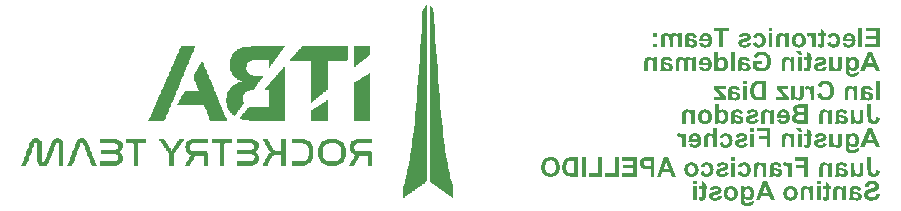
<source format=gbr>
%TF.GenerationSoftware,Altium Limited,Altium Designer,23.5.1 (21)*%
G04 Layer_Color=32896*
%FSLAX45Y45*%
%MOMM*%
%TF.SameCoordinates,4795B1C9-752B-4E01-904C-9C7CC4A01C22*%
%TF.FilePolarity,Positive*%
%TF.FileFunction,Legend,Bot*%
%TF.Part,Single*%
G01*
G75*
G36*
X4468172Y3242833D02*
X4456024D01*
Y3236759D01*
X4449950D01*
Y3230685D01*
X4443876D01*
Y3224611D01*
X4437802D01*
Y3218537D01*
X4431728D01*
Y3212463D01*
X4419580D01*
Y3206389D01*
X4413506D01*
Y3200315D01*
X4407432D01*
Y3194240D01*
X4401357D01*
Y3188166D01*
X4395283D01*
Y3182092D01*
X4383135D01*
Y3176018D01*
X4377061D01*
Y3169944D01*
X4370987D01*
Y3163870D01*
X4364913D01*
Y3157796D01*
X4352765D01*
Y3151722D01*
X4346691D01*
Y3145648D01*
X4340617D01*
Y3139574D01*
X4334543D01*
Y3133499D01*
X4328468D01*
Y3321796D01*
X4468172D01*
Y3242833D01*
D02*
G37*
G36*
X3745356Y3315722D02*
X3739282D01*
Y3303574D01*
X3733208D01*
Y3297500D01*
X3727134D01*
Y3285352D01*
X3721059D01*
Y3279278D01*
X3714985D01*
Y3273204D01*
X3708911D01*
Y3261055D01*
X3702837D01*
Y3254981D01*
X3696763D01*
Y3242833D01*
X3690689D01*
Y3236759D01*
X3684615D01*
Y3230685D01*
X3678541D01*
Y3218537D01*
X3672467D01*
Y3212463D01*
X3666393D01*
Y3200315D01*
X3660319D01*
Y3194240D01*
X3654244D01*
Y3188166D01*
X3648171D01*
Y3176018D01*
X3642096D01*
Y3169944D01*
X3636022D01*
Y3163870D01*
X3629948D01*
Y3151722D01*
X3623874D01*
Y3145648D01*
X3617800D01*
Y3133499D01*
X3611726D01*
Y3200315D01*
X3472022D01*
Y3194240D01*
X3453800D01*
Y3188166D01*
X3441651D01*
Y3182092D01*
X3435577D01*
Y3176018D01*
X3429503D01*
Y3163870D01*
X3423429D01*
Y3145648D01*
X3417355D01*
Y3121351D01*
X3423429D01*
Y3103129D01*
X3429503D01*
Y3097055D01*
X3435577D01*
Y3090981D01*
X3441651D01*
Y3084907D01*
X3447725D01*
Y3078833D01*
X3459874D01*
Y3072759D01*
X3478096D01*
Y3066684D01*
X3563133D01*
Y3060611D01*
X3557059D01*
Y3048462D01*
X3550985D01*
Y3042388D01*
X3544911D01*
Y3036314D01*
X3538837D01*
Y3024166D01*
X3532763D01*
Y3018092D01*
X3526689D01*
Y3012018D01*
X3520614D01*
Y2999870D01*
X3514540D01*
Y2993795D01*
X3508466D01*
Y2981647D01*
X3502392D01*
Y2975573D01*
X3496318D01*
Y2969499D01*
X3490244D01*
Y2957351D01*
X3484170D01*
Y2951277D01*
X3478096D01*
Y2945203D01*
X3447725D01*
Y2939129D01*
X3429503D01*
Y2933055D01*
X3417355D01*
Y2926980D01*
X3411281D01*
Y2920907D01*
X3405207D01*
Y2914832D01*
X3399133D01*
Y2902684D01*
X3393059D01*
Y2848017D01*
X3399133D01*
Y2829795D01*
X3393059D01*
Y2823721D01*
X3386985D01*
Y2817647D01*
X3380910D01*
Y2805499D01*
X3374836D01*
Y2799425D01*
X3368762D01*
Y2787276D01*
X3362688D01*
Y2781202D01*
X3356614D01*
Y2775128D01*
X3350540D01*
Y2762980D01*
X3344466D01*
Y2756906D01*
X3338392D01*
Y2744758D01*
X3332318D01*
Y2738684D01*
X3326244D01*
Y2732610D01*
X3320170D01*
Y2726536D01*
X3314095D01*
Y2732610D01*
X3308021D01*
Y2738684D01*
X3301947D01*
Y2744758D01*
X3295873D01*
Y2750832D01*
X3289799D01*
Y2756906D01*
X3283725D01*
Y2762980D01*
X3277651D01*
Y2769054D01*
X3271577D01*
Y2781202D01*
X3265503D01*
Y2793351D01*
X3259429D01*
Y2811573D01*
X3253355D01*
Y2841943D01*
X3247281D01*
Y2878388D01*
X3253355D01*
Y2908758D01*
X3259429D01*
Y2926980D01*
X3265503D01*
Y2939129D01*
X3271577D01*
Y2951277D01*
X3277651D01*
Y2957351D01*
X3283725D01*
Y2963425D01*
X3289799D01*
Y2969499D01*
X3295873D01*
Y2975573D01*
X3301947D01*
Y2981647D01*
X3308021D01*
Y2987721D01*
X3314095D01*
Y2993795D01*
X3326244D01*
Y2999870D01*
X3338392D01*
Y3005944D01*
X3350540D01*
Y3012018D01*
X3374836D01*
Y3018092D01*
X3380910D01*
Y3024166D01*
X3368762D01*
Y3030240D01*
X3356614D01*
Y3036314D01*
X3344466D01*
Y3042388D01*
X3338392D01*
Y3048462D01*
X3326244D01*
Y3054536D01*
X3320170D01*
Y3060611D01*
X3314095D01*
Y3066684D01*
X3308021D01*
Y3078833D01*
X3301947D01*
Y3084907D01*
X3295873D01*
Y3097055D01*
X3289799D01*
Y3109203D01*
X3283725D01*
Y3139574D01*
X3277651D01*
Y3182092D01*
X3283725D01*
Y3212463D01*
X3289799D01*
Y3230685D01*
X3295873D01*
Y3242833D01*
X3301947D01*
Y3248907D01*
X3308021D01*
Y3261055D01*
X3314095D01*
Y3267130D01*
X3320170D01*
Y3273204D01*
X3326244D01*
Y3279278D01*
X3338392D01*
Y3285352D01*
X3344466D01*
Y3291426D01*
X3356614D01*
Y3297500D01*
X3368762D01*
Y3303574D01*
X3386985D01*
Y3309648D01*
X3411281D01*
Y3315722D01*
X3459874D01*
Y3321796D01*
X3745356D01*
Y3315722D01*
D02*
G37*
G36*
X4279876Y3200315D02*
X4273802D01*
Y3194240D01*
X4109801D01*
Y2951277D01*
X4103727D01*
Y2945203D01*
X4097653D01*
Y2939129D01*
X4091579D01*
Y2933055D01*
X4079431D01*
Y2926980D01*
X4073357D01*
Y2920907D01*
X4067283D01*
Y2914832D01*
X4061209D01*
Y2908758D01*
X4055134D01*
Y2902684D01*
X4042986D01*
Y2896610D01*
X4036912D01*
Y2890536D01*
X4030838D01*
Y2884462D01*
X4024764D01*
Y2878388D01*
X4012616D01*
Y2872314D01*
X4006542D01*
Y2866240D01*
X4000467D01*
Y2860165D01*
X3994394D01*
Y2854091D01*
X3988319D01*
Y2848017D01*
X3976171D01*
Y2841943D01*
X3970097D01*
Y3115277D01*
Y3121351D01*
Y3194240D01*
X3793948D01*
Y3206389D01*
X3800023D01*
Y3218537D01*
X3806097D01*
Y3224611D01*
X3812171D01*
Y3230685D01*
X3818245D01*
Y3236759D01*
X3824319D01*
Y3242833D01*
X3830393D01*
Y3248907D01*
X3836467D01*
Y3254981D01*
X3842541D01*
Y3267130D01*
X3848615D01*
Y3273204D01*
X3854690D01*
Y3279278D01*
X3860763D01*
Y3285352D01*
X3866838D01*
Y3291426D01*
X3872912D01*
Y3297500D01*
X3878986D01*
Y3303574D01*
X3885060D01*
Y3315722D01*
X3891134D01*
Y3321796D01*
X4279876D01*
Y3200315D01*
D02*
G37*
G36*
X4468172Y2684017D02*
X4328468D01*
Y2805499D01*
Y2811573D01*
Y3005944D01*
X4334543D01*
Y3012018D01*
X4346691D01*
Y3018092D01*
X4352765D01*
Y3024166D01*
X4364913D01*
Y3030240D01*
X4370987D01*
Y3036314D01*
X4383135D01*
Y3042388D01*
X4389209D01*
Y3048462D01*
X4401357D01*
Y3054536D01*
X4413506D01*
Y3060611D01*
X4419580D01*
Y3066684D01*
X4431728D01*
Y3072759D01*
X4437802D01*
Y3078833D01*
X4449950D01*
Y3084907D01*
X4456024D01*
Y3090981D01*
X4468172D01*
Y2684017D01*
D02*
G37*
G36*
X4109801Y2848017D02*
Y2841943D01*
Y2684017D01*
X3970097D01*
Y2775128D01*
X3976171D01*
Y2781202D01*
X3988319D01*
Y2787276D01*
X3994394D01*
Y2793351D01*
X4006542D01*
Y2799425D01*
X4012616D01*
Y2805499D01*
X4024764D01*
Y2811573D01*
X4036912D01*
Y2817647D01*
X4042986D01*
Y2823721D01*
X4055134D01*
Y2829795D01*
X4061209D01*
Y2835869D01*
X4073357D01*
Y2841943D01*
X4079431D01*
Y2848017D01*
X4091579D01*
Y2854091D01*
X4097653D01*
Y2860165D01*
X4109801D01*
Y2848017D01*
D02*
G37*
G36*
X3751430Y2684017D02*
X3441651D01*
Y2690091D01*
X3399133D01*
Y2696165D01*
X3380910D01*
Y2702239D01*
X3362688D01*
Y2714388D01*
X3368762D01*
Y2720461D01*
X3374836D01*
Y2726536D01*
X3380910D01*
Y2738684D01*
X3386985D01*
Y2744758D01*
X3393059D01*
Y2750832D01*
X3399133D01*
Y2756906D01*
X3405207D01*
Y2762980D01*
X3411281D01*
Y2769054D01*
X3417355D01*
Y2775128D01*
X3423429D01*
Y2787276D01*
X3429503D01*
Y2793351D01*
X3435577D01*
Y2799425D01*
X3441651D01*
Y2805499D01*
X3611726D01*
Y2890536D01*
Y2896610D01*
Y2945203D01*
X3575281D01*
Y2957351D01*
X3581356D01*
Y2963425D01*
X3587429D01*
Y2975573D01*
X3593504D01*
Y2981647D01*
X3599578D01*
Y2987721D01*
X3605652D01*
Y2993795D01*
X3611726D01*
Y2999870D01*
X3617800D01*
Y3005944D01*
X3623874D01*
Y3012018D01*
X3629948D01*
Y3024166D01*
X3636022D01*
Y3030240D01*
X3642096D01*
Y3036314D01*
X3648171D01*
Y3042388D01*
X3654244D01*
Y3048462D01*
X3660319D01*
Y3054536D01*
X3666393D01*
Y3060611D01*
X3672467D01*
Y3072759D01*
X3678541D01*
Y3078833D01*
X3684615D01*
Y3084907D01*
X3690689D01*
Y3090981D01*
X3696763D01*
Y3097055D01*
X3702837D01*
Y3103129D01*
X3708911D01*
Y3109203D01*
X3714985D01*
Y3115277D01*
X3721059D01*
Y3127426D01*
X3727134D01*
Y3133499D01*
X3733208D01*
Y3139574D01*
X3739282D01*
Y3145648D01*
X3745356D01*
Y3151722D01*
X3751430D01*
Y2684017D01*
D02*
G37*
G36*
X3052910Y3176018D02*
X3058984D01*
Y3157796D01*
X3065058D01*
Y3145648D01*
X3071132D01*
Y3127426D01*
X3077206D01*
Y3115277D01*
X3083280D01*
Y3103129D01*
X3089354D01*
Y3084907D01*
X3095428D01*
Y3072759D01*
X3101502D01*
Y3054536D01*
X3107576D01*
Y3042388D01*
X3113651D01*
Y3030240D01*
X3119725D01*
Y3012018D01*
X3125799D01*
Y2999870D01*
X3131873D01*
Y2987721D01*
X3137947D01*
Y2969499D01*
X3144021D01*
Y2957351D01*
X3150095D01*
Y2939129D01*
X3156169D01*
Y2926980D01*
X3162243D01*
Y2908758D01*
X3168317D01*
Y2896610D01*
X3174391D01*
Y2884462D01*
X3180466D01*
Y2866240D01*
X3186540D01*
Y2854091D01*
X3192614D01*
Y2835869D01*
X3198688D01*
Y2823721D01*
X3204762D01*
Y2805499D01*
X3210836D01*
Y2793351D01*
X3216910D01*
Y2781202D01*
X3222984D01*
Y2762980D01*
X3229058D01*
Y2750832D01*
X3235132D01*
Y2732610D01*
X3241206D01*
Y2720461D01*
X3247281D01*
Y2708313D01*
X3253355D01*
Y2690091D01*
X3259429D01*
Y2684017D01*
X3113651D01*
Y2696165D01*
X3107576D01*
Y2708313D01*
X3101502D01*
Y2726536D01*
X3095428D01*
Y2744758D01*
X3089354D01*
Y2756906D01*
X3083280D01*
Y2775128D01*
X3077206D01*
Y2787276D01*
X3071132D01*
Y2805499D01*
X3065058D01*
Y2817647D01*
X2834242D01*
Y2829795D01*
X2840316D01*
Y2841943D01*
X2846391D01*
Y2854091D01*
X2852465D01*
Y2860165D01*
X2858539D01*
Y2872314D01*
X2864613D01*
Y2884462D01*
X2870687D01*
Y2896610D01*
X2876761D01*
Y2902684D01*
X2882835D01*
Y2914832D01*
X2888909D01*
Y2926980D01*
X2894983D01*
Y2933055D01*
X2901057D01*
Y2939129D01*
X3016465D01*
Y2951277D01*
X3010391D01*
Y2963425D01*
X3004317D01*
Y2981647D01*
X2998243D01*
Y2993795D01*
X2992169D01*
Y3012018D01*
X2986095D01*
Y3024166D01*
X2980020D01*
Y3042388D01*
X2973947D01*
Y3072759D01*
X2980020D01*
Y3084907D01*
X2986095D01*
Y3097055D01*
X2992169D01*
Y3109203D01*
X2998243D01*
Y3115277D01*
X3004317D01*
Y3127426D01*
X3010391D01*
Y3139574D01*
X3016465D01*
Y3151722D01*
X3022539D01*
Y3157796D01*
X3028613D01*
Y3169944D01*
X3034687D01*
Y3182092D01*
X3040762D01*
Y3188166D01*
X3052910D01*
Y3176018D01*
D02*
G37*
G36*
X2986095Y3303574D02*
X2980020D01*
Y3285352D01*
X2973947D01*
Y3273204D01*
X2967872D01*
Y3261055D01*
X2961798D01*
Y3242833D01*
X2955724D01*
Y3230685D01*
X2949650D01*
Y3218537D01*
X2943576D01*
Y3200315D01*
X2937502D01*
Y3188166D01*
X2931428D01*
Y3169944D01*
X2925354D01*
Y3157796D01*
X2919280D01*
Y3145648D01*
X2913206D01*
Y3127426D01*
X2907132D01*
Y3115277D01*
X2901057D01*
Y3097055D01*
X2894983D01*
Y3084907D01*
X2888909D01*
Y3066684D01*
X2882835D01*
Y3054536D01*
X2876761D01*
Y3042388D01*
X2870687D01*
Y3024166D01*
X2864613D01*
Y3012018D01*
X2858539D01*
Y2993795D01*
X2852465D01*
Y2981647D01*
X2846391D01*
Y2963425D01*
X2840316D01*
Y2951277D01*
X2834242D01*
Y2939129D01*
X2828168D01*
Y2920907D01*
X2822094D01*
Y2908758D01*
X2816020D01*
Y2890536D01*
X2809946D01*
Y2878388D01*
X2803872D01*
Y2866240D01*
X2797798D01*
Y2848017D01*
X2791724D01*
Y2835869D01*
X2785650D01*
Y2817647D01*
X2779576D01*
Y2805499D01*
X2773501D01*
Y2793351D01*
X2767428D01*
Y2775128D01*
X2761353D01*
Y2762980D01*
X2755279D01*
Y2744758D01*
X2749205D01*
Y2732610D01*
X2743131D01*
Y2714388D01*
X2737057D01*
Y2702239D01*
X2730983D01*
Y2690091D01*
X2724909D01*
Y2684017D01*
X2591279D01*
Y2690091D01*
X2597353D01*
Y2708313D01*
X2603427D01*
Y2720461D01*
X2609501D01*
Y2732610D01*
X2615575D01*
Y2744758D01*
X2621649D01*
Y2762980D01*
X2627723D01*
Y2775128D01*
X2633797D01*
Y2787276D01*
X2639872D01*
Y2805499D01*
X2645946D01*
Y2817647D01*
X2652020D01*
Y2829795D01*
X2658094D01*
Y2848017D01*
X2664168D01*
Y2854091D01*
Y2860165D01*
X2670242D01*
Y2872314D01*
X2676316D01*
Y2890536D01*
X2682390D01*
Y2902684D01*
X2688464D01*
Y2914832D01*
X2694538D01*
Y2926980D01*
X2700613D01*
Y2945203D01*
X2706686D01*
Y2957351D01*
X2712761D01*
Y2969499D01*
X2718835D01*
Y2981647D01*
X2724909D01*
Y2999870D01*
X2730983D01*
Y3012018D01*
X2737057D01*
Y3024166D01*
X2743131D01*
Y3042388D01*
X2749205D01*
Y3054536D01*
X2755279D01*
Y3066684D01*
X2761353D01*
Y3078833D01*
X2767428D01*
Y3097055D01*
X2773501D01*
Y3109203D01*
X2779576D01*
Y3127426D01*
X2785650D01*
Y3139574D01*
X2791724D01*
Y3151722D01*
X2797798D01*
Y3169944D01*
X2803872D01*
Y3182092D01*
X2809946D01*
Y3194240D01*
X2816020D01*
Y3206389D01*
X2822094D01*
Y3224611D01*
X2828168D01*
Y3236759D01*
X2834242D01*
Y3248907D01*
X2840316D01*
Y3261055D01*
X2846391D01*
Y3279278D01*
X2852465D01*
Y3291426D01*
X2858539D01*
Y3303574D01*
X2864613D01*
Y3321796D01*
X2986095D01*
Y3303574D01*
D02*
G37*
G36*
X3757504Y2307423D02*
X3714985D01*
Y2398535D01*
X3654244D01*
Y2392461D01*
X3642096D01*
Y2386387D01*
X3636022D01*
Y2374238D01*
X3629948D01*
Y2362090D01*
X3623874D01*
Y2356016D01*
X3617800D01*
Y2343868D01*
X3611726D01*
Y2331720D01*
X3605652D01*
Y2319572D01*
X3599578D01*
Y2307423D01*
X3557059D01*
Y2319572D01*
X3563133D01*
Y2331720D01*
X3569207D01*
Y2337794D01*
X3575281D01*
Y2349942D01*
X3581356D01*
Y2362090D01*
X3587429D01*
Y2374238D01*
X3593504D01*
Y2386387D01*
X3599578D01*
Y2392461D01*
X3605652D01*
Y2404609D01*
X3611726D01*
Y2410683D01*
X3623874D01*
Y2416757D01*
X3629948D01*
Y2422831D01*
X3623874D01*
Y2428905D01*
X3617800D01*
Y2434979D01*
X3611726D01*
Y2441053D01*
X3605652D01*
Y2447127D01*
X3599578D01*
Y2459276D01*
X3593504D01*
Y2471424D01*
X3587429D01*
Y2483572D01*
X3581356D01*
Y2495720D01*
X3575281D01*
Y2507868D01*
X3569207D01*
Y2520017D01*
X3563133D01*
Y2532165D01*
X3605652D01*
Y2520017D01*
X3611726D01*
Y2507868D01*
X3617800D01*
Y2495720D01*
X3623874D01*
Y2483572D01*
X3629948D01*
Y2471424D01*
X3636022D01*
Y2459276D01*
X3642096D01*
Y2447127D01*
X3648171D01*
Y2441053D01*
X3660319D01*
Y2434979D01*
X3714985D01*
Y2447127D01*
Y2453202D01*
Y2532165D01*
X3757504D01*
Y2307423D01*
D02*
G37*
G36*
X2894983Y2526091D02*
X2888909D01*
Y2513942D01*
X2882835D01*
Y2507868D01*
X2876761D01*
Y2501794D01*
X2870687D01*
Y2489646D01*
X2864613D01*
Y2483572D01*
X2858539D01*
Y2471424D01*
X2852465D01*
Y2465350D01*
X2846391D01*
Y2459276D01*
X2840316D01*
Y2447127D01*
X2834242D01*
Y2441053D01*
X2828168D01*
Y2428905D01*
X2822094D01*
Y2422831D01*
X2816020D01*
Y2416757D01*
X2809946D01*
Y2404609D01*
X2803872D01*
Y2307423D01*
X2767428D01*
Y2410683D01*
X2761353D01*
Y2416757D01*
X2755279D01*
Y2428905D01*
X2749205D01*
Y2434979D01*
X2743131D01*
Y2447127D01*
X2737057D01*
Y2453202D01*
X2730983D01*
Y2459276D01*
X2724909D01*
Y2471424D01*
X2718835D01*
Y2477498D01*
X2712761D01*
Y2489646D01*
X2706686D01*
Y2495720D01*
X2700613D01*
Y2501794D01*
X2694538D01*
Y2513942D01*
X2688464D01*
Y2520017D01*
X2682390D01*
Y2532165D01*
X2724909D01*
Y2526091D01*
X2730983D01*
Y2513942D01*
X2737057D01*
Y2507868D01*
X2743131D01*
Y2495720D01*
X2749205D01*
Y2489646D01*
X2755279D01*
Y2477498D01*
X2761353D01*
Y2471424D01*
X2767428D01*
Y2459276D01*
X2773501D01*
Y2453202D01*
X2779576D01*
Y2441053D01*
X2785650D01*
Y2434979D01*
X2791724D01*
Y2447127D01*
X2797798D01*
Y2453202D01*
X2803872D01*
Y2465350D01*
X2809946D01*
Y2471424D01*
X2816020D01*
Y2483572D01*
X2822094D01*
Y2495720D01*
X2828168D01*
Y2501794D01*
X2834242D01*
Y2513942D01*
X2840316D01*
Y2520017D01*
X2846391D01*
Y2532165D01*
X2894983D01*
Y2526091D01*
D02*
G37*
G36*
X1838092Y2532165D02*
X1850240D01*
Y2526091D01*
X1856314D01*
Y2520017D01*
X1862388D01*
Y2513942D01*
X1868462D01*
Y2307423D01*
X1832018D01*
Y2495720D01*
X1825944D01*
Y2501794D01*
X1813795D01*
Y2495720D01*
X1807721D01*
Y2483572D01*
X1801647D01*
Y2465350D01*
X1795573D01*
Y2453202D01*
X1789499D01*
Y2434979D01*
X1783425D01*
Y2416757D01*
X1777351D01*
Y2404609D01*
X1771277D01*
Y2386387D01*
X1765203D01*
Y2368164D01*
X1759129D01*
Y2356016D01*
X1753054D01*
Y2337794D01*
X1746981D01*
Y2325646D01*
X1740906D01*
Y2319572D01*
X1734832D01*
Y2313498D01*
X1728758D01*
Y2307423D01*
X1716610D01*
Y2301349D01*
X1686239D01*
Y2307423D01*
X1668017D01*
Y2313498D01*
X1661943D01*
Y2319572D01*
X1655869D01*
Y2337794D01*
X1649795D01*
Y2495720D01*
X1643721D01*
Y2501794D01*
X1631573D01*
Y2495720D01*
X1625499D01*
Y2483572D01*
X1619424D01*
Y2465350D01*
X1613350D01*
Y2453202D01*
X1607276D01*
Y2434979D01*
X1601202D01*
Y2416757D01*
X1595128D01*
Y2398535D01*
X1589054D01*
Y2386387D01*
X1582980D01*
Y2368164D01*
X1576906D01*
Y2349942D01*
X1570832D01*
Y2337794D01*
X1564758D01*
Y2319572D01*
X1558684D01*
Y2307423D01*
X1516165D01*
Y2313498D01*
X1522239D01*
Y2331720D01*
X1528313D01*
Y2343868D01*
X1534387D01*
Y2362090D01*
X1540461D01*
Y2380312D01*
X1546535D01*
Y2392461D01*
X1552610D01*
Y2410683D01*
X1558684D01*
Y2428905D01*
X1564758D01*
Y2447127D01*
X1570832D01*
Y2459276D01*
X1576906D01*
Y2477498D01*
X1582980D01*
Y2495720D01*
X1589054D01*
Y2507868D01*
X1595128D01*
Y2520017D01*
X1601202D01*
Y2526091D01*
X1607276D01*
Y2532165D01*
X1625499D01*
Y2538239D01*
X1655869D01*
Y2532165D01*
X1668017D01*
Y2526091D01*
X1674091D01*
Y2520017D01*
X1680166D01*
Y2513942D01*
X1686239D01*
Y2349942D01*
X1692314D01*
Y2337794D01*
X1704462D01*
Y2343868D01*
X1710536D01*
Y2349942D01*
X1716610D01*
Y2362090D01*
X1722684D01*
Y2380312D01*
X1728758D01*
Y2392461D01*
X1734832D01*
Y2410683D01*
X1740906D01*
Y2428905D01*
X1746981D01*
Y2441053D01*
X1753054D01*
Y2459276D01*
X1759129D01*
Y2477498D01*
X1765203D01*
Y2495720D01*
X1771277D01*
Y2507868D01*
X1777351D01*
Y2520017D01*
X1783425D01*
Y2526091D01*
X1789499D01*
Y2532165D01*
X1807721D01*
Y2538239D01*
X1838092D01*
Y2532165D01*
D02*
G37*
G36*
X4486395Y2520017D02*
Y2513942D01*
Y2495720D01*
X4358839D01*
Y2489646D01*
X4346691D01*
Y2483572D01*
X4340617D01*
Y2477498D01*
X4334543D01*
Y2447127D01*
X4340617D01*
Y2434979D01*
X4352765D01*
Y2428905D01*
X4474247D01*
Y2422831D01*
X4480321D01*
Y2416757D01*
X4486395D01*
Y2307423D01*
X4449950D01*
Y2392461D01*
X4383135D01*
Y2386387D01*
X4377061D01*
Y2374238D01*
X4370987D01*
Y2368164D01*
X4364913D01*
Y2356016D01*
X4358839D01*
Y2343868D01*
X4352765D01*
Y2337794D01*
X4346691D01*
Y2325646D01*
X4340617D01*
Y2313498D01*
X4334543D01*
Y2307423D01*
X4292024D01*
Y2313498D01*
X4298098D01*
Y2325646D01*
X4304172D01*
Y2331720D01*
X4310246D01*
Y2343868D01*
X4316320D01*
Y2356016D01*
X4322394D01*
Y2362090D01*
X4328468D01*
Y2374238D01*
X4334543D01*
Y2386387D01*
X4340617D01*
Y2398535D01*
X4328468D01*
Y2404609D01*
X4322394D01*
Y2410683D01*
X4316320D01*
Y2416757D01*
X4310246D01*
Y2422831D01*
X4304172D01*
Y2434979D01*
X4298098D01*
Y2489646D01*
X4304172D01*
Y2501794D01*
X4310246D01*
Y2513942D01*
X4316320D01*
Y2520017D01*
X4328468D01*
Y2526091D01*
X4346691D01*
Y2532165D01*
X4486395D01*
Y2520017D01*
D02*
G37*
G36*
X4188764Y2526091D02*
X4206987D01*
Y2520017D01*
X4219135D01*
Y2513942D01*
X4225209D01*
Y2507868D01*
X4237357D01*
Y2495720D01*
X4243431D01*
Y2489646D01*
X4249505D01*
Y2477498D01*
X4255579D01*
Y2459276D01*
X4261653D01*
Y2380312D01*
X4255579D01*
Y2362090D01*
X4249505D01*
Y2349942D01*
X4243431D01*
Y2337794D01*
X4237357D01*
Y2331720D01*
X4231283D01*
Y2325646D01*
X4219135D01*
Y2319572D01*
X4206987D01*
Y2313498D01*
X4188764D01*
Y2307423D01*
X4103727D01*
Y2313498D01*
X4085505D01*
Y2319572D01*
X4073357D01*
Y2325646D01*
X4061209D01*
Y2331720D01*
X4055134D01*
Y2337794D01*
X4049060D01*
Y2349942D01*
X4042986D01*
Y2362090D01*
X4036912D01*
Y2380312D01*
X4030838D01*
Y2459276D01*
X4036912D01*
Y2477498D01*
X4042986D01*
Y2489646D01*
X4049060D01*
Y2495720D01*
X4055134D01*
Y2507868D01*
X4061209D01*
Y2513942D01*
X4073357D01*
Y2520017D01*
X4085505D01*
Y2526091D01*
X4103727D01*
Y2532165D01*
X4188764D01*
Y2526091D01*
D02*
G37*
G36*
X3915430D02*
X3933653D01*
Y2520017D01*
X3945801D01*
Y2513942D01*
X3957949D01*
Y2507868D01*
X3964023D01*
Y2501794D01*
X3970097D01*
Y2489646D01*
X3976171D01*
Y2477498D01*
X3982245D01*
Y2465350D01*
X3988319D01*
Y2374238D01*
X3982245D01*
Y2362090D01*
X3976171D01*
Y2349942D01*
X3970097D01*
Y2337794D01*
X3964023D01*
Y2331720D01*
X3957949D01*
Y2325646D01*
X3945801D01*
Y2319572D01*
X3933653D01*
Y2313498D01*
X3915430D01*
Y2307423D01*
X3806097D01*
Y2343868D01*
X3903282D01*
Y2349942D01*
X3921504D01*
Y2356016D01*
X3933653D01*
Y2362090D01*
X3939727D01*
Y2368164D01*
X3945801D01*
Y2386387D01*
X3951875D01*
Y2453202D01*
X3945801D01*
Y2471424D01*
X3939727D01*
Y2477498D01*
X3933653D01*
Y2483572D01*
X3921504D01*
Y2489646D01*
X3903282D01*
Y2495720D01*
X3806097D01*
Y2532165D01*
X3915430D01*
Y2526091D01*
D02*
G37*
G36*
X3478096D02*
X3496318D01*
Y2520017D01*
X3508466D01*
Y2513942D01*
X3514540D01*
Y2507868D01*
X3520614D01*
Y2495720D01*
X3526689D01*
Y2453202D01*
X3520614D01*
Y2441053D01*
X3514540D01*
Y2434979D01*
X3508466D01*
Y2428905D01*
X3502392D01*
Y2416757D01*
X3508466D01*
Y2410683D01*
X3514540D01*
Y2404609D01*
X3520614D01*
Y2392461D01*
X3526689D01*
Y2343868D01*
X3520614D01*
Y2331720D01*
X3514540D01*
Y2325646D01*
X3508466D01*
Y2319572D01*
X3496318D01*
Y2313498D01*
X3478096D01*
Y2307423D01*
X3338392D01*
Y2343868D01*
X3465948D01*
Y2349942D01*
X3478096D01*
Y2356016D01*
X3484170D01*
Y2368164D01*
X3490244D01*
Y2386387D01*
X3484170D01*
Y2398535D01*
X3472022D01*
Y2404609D01*
X3344466D01*
Y2428905D01*
Y2434979D01*
Y2441053D01*
X3472022D01*
Y2447127D01*
X3484170D01*
Y2483572D01*
X3478096D01*
Y2489646D01*
X3465948D01*
Y2495720D01*
X3338392D01*
Y2532165D01*
X3478096D01*
Y2526091D01*
D02*
G37*
G36*
X3301947Y2495720D02*
X3241206D01*
Y2489646D01*
X3235132D01*
Y2307423D01*
X3198688D01*
Y2392461D01*
Y2398535D01*
Y2495720D01*
X3131873D01*
Y2532165D01*
X3301947D01*
Y2495720D01*
D02*
G37*
G36*
X3095428D02*
X2961798D01*
Y2489646D01*
X2949650D01*
Y2483572D01*
X2943576D01*
Y2441053D01*
X2949650D01*
Y2434979D01*
X2961798D01*
Y2428905D01*
X3083280D01*
Y2422831D01*
X3089354D01*
Y2416757D01*
X3095428D01*
Y2307423D01*
X3058984D01*
Y2392461D01*
X2992169D01*
Y2386387D01*
X2986095D01*
Y2380312D01*
X2980020D01*
Y2368164D01*
X2973947D01*
Y2356016D01*
X2967872D01*
Y2349942D01*
X2961798D01*
Y2337794D01*
X2955724D01*
Y2325646D01*
X2949650D01*
Y2319572D01*
X2943576D01*
Y2307423D01*
X2901057D01*
Y2313498D01*
X2907132D01*
Y2325646D01*
X2913206D01*
Y2337794D01*
X2919280D01*
Y2349942D01*
X2925354D01*
Y2356016D01*
X2931428D01*
Y2368164D01*
X2937502D01*
Y2380312D01*
X2943576D01*
Y2386387D01*
X2949650D01*
Y2398535D01*
X2937502D01*
Y2404609D01*
X2925354D01*
Y2410683D01*
X2919280D01*
Y2422831D01*
X2913206D01*
Y2428905D01*
X2907132D01*
Y2453202D01*
X2901057D01*
Y2471424D01*
X2907132D01*
Y2495720D01*
X2913206D01*
Y2507868D01*
X2919280D01*
Y2513942D01*
X2925354D01*
Y2520017D01*
X2937502D01*
Y2526091D01*
X2955724D01*
Y2532165D01*
X3095428D01*
Y2495720D01*
D02*
G37*
G36*
X2573057D02*
X2506242D01*
Y2307423D01*
X2469797D01*
Y2489646D01*
X2463723D01*
Y2495720D01*
X2402982D01*
Y2532165D01*
X2573057D01*
Y2495720D01*
D02*
G37*
G36*
X2324019Y2526091D02*
X2342241D01*
Y2520017D01*
X2354389D01*
Y2513942D01*
X2360463D01*
Y2507868D01*
X2366538D01*
Y2495720D01*
X2372612D01*
Y2453202D01*
X2366538D01*
Y2441053D01*
X2360463D01*
Y2434979D01*
X2354389D01*
Y2428905D01*
X2348315D01*
Y2416757D01*
X2354389D01*
Y2410683D01*
X2360463D01*
Y2404609D01*
X2366538D01*
Y2392461D01*
X2372612D01*
Y2343868D01*
X2366538D01*
Y2331720D01*
X2360463D01*
Y2325646D01*
X2354389D01*
Y2319572D01*
X2342241D01*
Y2313498D01*
X2324019D01*
Y2307423D01*
X2184315D01*
Y2343868D01*
X2311871D01*
Y2349942D01*
X2324019D01*
Y2356016D01*
X2330093D01*
Y2368164D01*
X2336167D01*
Y2386387D01*
X2330093D01*
Y2398535D01*
X2317945D01*
Y2404609D01*
X2190389D01*
Y2441053D01*
X2317945D01*
Y2447127D01*
X2330093D01*
Y2483572D01*
X2324019D01*
Y2489646D01*
X2311871D01*
Y2495720D01*
X2184315D01*
Y2532165D01*
X2324019D01*
Y2526091D01*
D02*
G37*
G36*
X2044611Y2532165D02*
X2056759D01*
Y2526091D01*
X2062833D01*
Y2520017D01*
X2068907D01*
Y2513942D01*
X2074981D01*
Y2495720D01*
X2081055D01*
Y2483572D01*
X2087129D01*
Y2465350D01*
X2093204D01*
Y2453202D01*
X2099277D01*
Y2434979D01*
X2105352D01*
Y2422831D01*
X2111426D01*
Y2404609D01*
X2117500D01*
Y2392461D01*
X2123574D01*
Y2374238D01*
X2129648D01*
Y2356016D01*
X2135722D01*
Y2343868D01*
X2141796D01*
Y2325646D01*
X2147870D01*
Y2313498D01*
X2153944D01*
Y2307423D01*
X2111426D01*
Y2313498D01*
X2105352D01*
Y2331720D01*
X2099277D01*
Y2343868D01*
X2093204D01*
Y2362090D01*
X2087129D01*
Y2380312D01*
X2081055D01*
Y2392461D01*
X2074981D01*
Y2410683D01*
X2068907D01*
Y2422831D01*
X2062833D01*
Y2441053D01*
X2056759D01*
Y2453202D01*
X2050685D01*
Y2471424D01*
X2044611D01*
Y2483572D01*
X2038537D01*
Y2495720D01*
X2032463D01*
Y2501794D01*
X2020314D01*
Y2495720D01*
X2014240D01*
Y2477498D01*
X2008166D01*
Y2465350D01*
X2002092D01*
Y2447127D01*
X1996018D01*
Y2428905D01*
X1989944D01*
Y2416757D01*
X1983870D01*
Y2398535D01*
X1977796D01*
Y2380312D01*
X1971722D01*
Y2368164D01*
X1965648D01*
Y2349942D01*
X1959573D01*
Y2331720D01*
X1953500D01*
Y2319572D01*
X1947425D01*
Y2307423D01*
X1904907D01*
Y2313498D01*
X1910981D01*
Y2331720D01*
X1917055D01*
Y2349942D01*
X1923129D01*
Y2362090D01*
X1929203D01*
Y2380312D01*
X1935277D01*
Y2398535D01*
X1941351D01*
Y2410683D01*
X1947425D01*
Y2428905D01*
X1953500D01*
Y2441053D01*
X1959573D01*
Y2459276D01*
X1965648D01*
Y2477498D01*
X1971722D01*
Y2489646D01*
X1977796D01*
Y2507868D01*
X1983870D01*
Y2520017D01*
X1989944D01*
Y2526091D01*
X1996018D01*
Y2532165D01*
X2008166D01*
Y2538239D01*
X2044611D01*
Y2532165D01*
D02*
G37*
G36*
X4978396Y3661945D02*
X4984470D01*
Y3649797D01*
X4990544D01*
Y3643723D01*
X4996618D01*
Y3631575D01*
X5002692D01*
Y3607279D01*
X5008766D01*
Y3510093D01*
X5014841D01*
Y3418982D01*
X5020915D01*
Y3333945D01*
X5026989D01*
Y3248907D01*
X5033063D01*
Y3163870D01*
X5039137D01*
Y3078833D01*
X5045211D01*
Y2999870D01*
X5051285D01*
Y2920907D01*
X5057359D01*
Y2848017D01*
X5063433D01*
Y2775128D01*
X5069507D01*
Y2714388D01*
X5075581D01*
Y2647572D01*
X5081656D01*
Y2586832D01*
X5087730D01*
Y2538239D01*
X5093804D01*
Y2489646D01*
X5099878D01*
Y2447127D01*
X5105952D01*
Y2410683D01*
X5112026D01*
Y2374238D01*
X5118100D01*
Y2337794D01*
X5124174D01*
Y2307423D01*
X5130248D01*
Y2277053D01*
X5136322D01*
Y2252756D01*
X5142396D01*
Y2222386D01*
X5148471D01*
Y2198090D01*
X5154545D01*
Y2173793D01*
X5160619D01*
Y2155571D01*
X5166693D01*
Y2034089D01*
X5160619D01*
Y2040164D01*
X5154545D01*
Y2046237D01*
X5142396D01*
Y2052312D01*
X5136322D01*
Y2058386D01*
X5130248D01*
Y2064460D01*
X5118100D01*
Y2070534D01*
X5112026D01*
Y2076608D01*
X5099878D01*
Y2082682D01*
X5093804D01*
Y2088756D01*
X5087730D01*
Y2094830D01*
X5075581D01*
Y2100904D01*
X5069507D01*
Y2106979D01*
X5057359D01*
Y2113052D01*
X5051285D01*
Y2119127D01*
X5045211D01*
Y2125201D01*
X5033063D01*
Y2131275D01*
X5026989D01*
Y2137349D01*
X5014841D01*
Y2143423D01*
X5008766D01*
Y2149497D01*
X5002692D01*
Y2155571D01*
X4990544D01*
Y2161645D01*
X4984470D01*
Y2167719D01*
X4978396D01*
Y2173793D01*
X4972322D01*
Y3668019D01*
X4978396D01*
Y3661945D01*
D02*
G37*
G36*
X4948026Y2173793D02*
X4941952D01*
Y2167719D01*
X4935877D01*
Y2161645D01*
X4929803D01*
Y2155571D01*
X4917655D01*
Y2149497D01*
X4911581D01*
Y2143423D01*
X4905507D01*
Y2137349D01*
X4893359D01*
Y2131275D01*
X4887285D01*
Y2125201D01*
X4875137D01*
Y2119127D01*
X4869062D01*
Y2113052D01*
X4862988D01*
Y2106979D01*
X4850840D01*
Y2100904D01*
X4844766D01*
Y2094830D01*
X4832618D01*
Y2088756D01*
X4826544D01*
Y2082682D01*
X4820470D01*
Y2076608D01*
X4808322D01*
Y2070534D01*
X4802247D01*
Y2064460D01*
X4790099D01*
Y2058386D01*
X4784025D01*
Y2052312D01*
X4777951D01*
Y2046237D01*
X4765803D01*
Y2040164D01*
X4759729D01*
Y2034089D01*
X4747581D01*
Y2131275D01*
X4753655D01*
Y2155571D01*
X4759729D01*
Y2173793D01*
X4765803D01*
Y2198090D01*
X4771877D01*
Y2228460D01*
X4777951D01*
Y2252756D01*
X4784025D01*
Y2283127D01*
X4790099D01*
Y2307423D01*
X4796173D01*
Y2343868D01*
X4802247D01*
Y2374238D01*
X4808322D01*
Y2410683D01*
X4814396D01*
Y2453202D01*
X4820470D01*
Y2495720D01*
X4826544D01*
Y2538239D01*
X4832618D01*
Y2586832D01*
X4838692D01*
Y2641498D01*
X4844766D01*
Y2702239D01*
X4850840D01*
Y2769054D01*
X4856914D01*
Y2841943D01*
X4862988D01*
Y2914832D01*
X4869062D01*
Y2993795D01*
X4875137D01*
Y3078833D01*
X4881210D01*
Y3163870D01*
X4887285D01*
Y3224611D01*
Y3230685D01*
Y3248907D01*
X4893359D01*
Y3333945D01*
X4899433D01*
Y3425056D01*
X4905507D01*
Y3522241D01*
X4911581D01*
Y3613353D01*
X4917655D01*
Y3631575D01*
X4923729D01*
Y3643723D01*
X4929803D01*
Y3655871D01*
X4935877D01*
Y3661945D01*
X4941952D01*
Y3668019D01*
X4948026D01*
Y2173793D01*
D02*
G37*
G36*
X7874008Y3444062D02*
X7842772D01*
Y3472819D01*
X7874008D01*
Y3444062D01*
D02*
G37*
G36*
X7044026Y3430180D02*
X7047744Y3429684D01*
X7051463Y3428692D01*
X7054685Y3427453D01*
X7061131Y3424478D01*
X7063858Y3422990D01*
X7066337Y3421255D01*
X7068816Y3419520D01*
X7070799Y3417784D01*
X7072534Y3416049D01*
X7074022Y3414810D01*
X7075261Y3413570D01*
X7076005Y3412578D01*
X7076501Y3412083D01*
X7076749Y3411835D01*
Y3427948D01*
X7105506D01*
Y3309946D01*
X7074270D01*
Y3367212D01*
Y3373162D01*
X7073774Y3378120D01*
X7073526Y3382334D01*
X7073030Y3385557D01*
X7072534Y3388036D01*
X7072287Y3389771D01*
X7071791Y3391011D01*
Y3391259D01*
X7070799Y3393986D01*
X7069560Y3396217D01*
X7068072Y3398200D01*
X7066833Y3399687D01*
X7065593Y3400927D01*
X7064602Y3401919D01*
X7063858Y3402414D01*
X7063610Y3402662D01*
X7061379Y3403902D01*
X7059148Y3404893D01*
X7056917Y3405637D01*
X7054933Y3406133D01*
X7053198Y3406381D01*
X7051711Y3406629D01*
X7048240D01*
X7046505Y3406133D01*
X7044769Y3405885D01*
X7043530Y3405389D01*
X7042538Y3404893D01*
X7041794Y3404645D01*
X7041299Y3404150D01*
X7041051D01*
X7038820Y3401919D01*
X7037084Y3399439D01*
X7036588Y3398448D01*
X7036093Y3397456D01*
X7035845Y3396960D01*
Y3396713D01*
X7035597Y3395721D01*
X7035349Y3394233D01*
X7034853Y3391259D01*
X7034605Y3387540D01*
X7034357Y3383822D01*
X7034109Y3380103D01*
Y3377128D01*
Y3376137D01*
Y3375145D01*
Y3374649D01*
Y3374401D01*
Y3309946D01*
X7002873D01*
Y3366468D01*
Y3372170D01*
X7002378Y3377376D01*
X7002130Y3381342D01*
X7001634Y3384813D01*
X7001138Y3387540D01*
X7000890Y3389275D01*
X7000394Y3390515D01*
Y3390763D01*
X6999403Y3393490D01*
X6998163Y3395721D01*
X6996676Y3397952D01*
X6995436Y3399439D01*
X6994197Y3400679D01*
X6993205Y3401671D01*
X6992462Y3402166D01*
X6992214Y3402414D01*
X6989982Y3403902D01*
X6987751Y3404893D01*
X6985768Y3405637D01*
X6983785Y3406133D01*
X6982050Y3406381D01*
X6980810Y3406629D01*
X6979818D01*
X6976596Y3406381D01*
X6973869Y3405637D01*
X6971638Y3404398D01*
X6969654Y3403406D01*
X6968415Y3402166D01*
X6967175Y3400927D01*
X6966679Y3400183D01*
X6966432Y3399935D01*
X6965936Y3398944D01*
X6965440Y3397456D01*
X6964448Y3394233D01*
X6963953Y3390515D01*
X6963705Y3386548D01*
X6963457Y3383078D01*
X6963209Y3379855D01*
Y3378863D01*
Y3377872D01*
Y3377376D01*
Y3377128D01*
Y3309946D01*
X6931973D01*
Y3385061D01*
X6932221Y3391011D01*
X6932469Y3395969D01*
X6932965Y3400183D01*
X6933460Y3403654D01*
X6934204Y3406381D01*
X6934700Y3408116D01*
X6934948Y3409356D01*
X6935196Y3409604D01*
X6936931Y3413074D01*
X6939162Y3416297D01*
X6941393Y3419024D01*
X6943624Y3421007D01*
X6945608Y3422742D01*
X6947343Y3423982D01*
X6948335Y3424726D01*
X6948830Y3424974D01*
X6952301Y3426709D01*
X6956020Y3428196D01*
X6959738Y3429188D01*
X6962961Y3429684D01*
X6966184Y3430180D01*
X6968415Y3430427D01*
X6970646D01*
X6974365Y3430180D01*
X6977835Y3429684D01*
X6981306Y3428940D01*
X6984033Y3428196D01*
X6986512Y3427205D01*
X6988495Y3426461D01*
X6989487Y3425965D01*
X6989982Y3425717D01*
X6993205Y3423734D01*
X6996428Y3421503D01*
X6999155Y3419272D01*
X7001634Y3416793D01*
X7003617Y3414810D01*
X7005353Y3413074D01*
X7006344Y3412083D01*
X7006592Y3411587D01*
X7008823Y3414810D01*
X7011054Y3417784D01*
X7013285Y3420263D01*
X7015517Y3422247D01*
X7017500Y3423734D01*
X7018987Y3424726D01*
X7019979Y3425469D01*
X7020475Y3425717D01*
X7023697Y3427205D01*
X7026920Y3428444D01*
X7030143Y3429188D01*
X7033366Y3429932D01*
X7036093Y3430180D01*
X7038076Y3430427D01*
X7040059D01*
X7044026Y3430180D01*
D02*
G37*
G36*
X6895035Y3396713D02*
X6863799D01*
Y3427948D01*
X6895035D01*
Y3396713D01*
D02*
G37*
G36*
X7191528Y3430180D02*
X7195247Y3429684D01*
X7198470Y3429188D01*
X7201692Y3428444D01*
X7204419Y3427701D01*
X7207146Y3426957D01*
X7209378Y3426213D01*
X7211361Y3425469D01*
X7213096Y3424726D01*
X7214583Y3423982D01*
X7215823Y3423238D01*
X7216815Y3422742D01*
X7217558Y3422247D01*
X7217806Y3421999D01*
X7218054D01*
X7222021Y3418528D01*
X7225491Y3414562D01*
X7228466Y3410595D01*
X7230697Y3406381D01*
X7232185Y3402662D01*
X7233424Y3399687D01*
X7233920Y3398696D01*
X7234168Y3397704D01*
X7234416Y3397208D01*
Y3396960D01*
X7206403Y3391754D01*
X7205411Y3394481D01*
X7204172Y3396960D01*
X7202932Y3398944D01*
X7201692Y3400431D01*
X7200701Y3401671D01*
X7199709Y3402414D01*
X7199213Y3402910D01*
X7198966Y3403158D01*
X7196982Y3404398D01*
X7194999Y3405141D01*
X7190537Y3406133D01*
X7188801Y3406381D01*
X7187314Y3406629D01*
X7185827D01*
X7181612Y3406381D01*
X7177894Y3406133D01*
X7174919Y3405389D01*
X7172688Y3404645D01*
X7170952Y3403902D01*
X7169961Y3403406D01*
X7169217Y3402910D01*
X7168969Y3402662D01*
X7167482Y3400927D01*
X7166490Y3398944D01*
X7165498Y3396960D01*
X7165003Y3394729D01*
X7164755Y3392746D01*
X7164507Y3391259D01*
Y3390267D01*
Y3389771D01*
Y3386796D01*
X7166242Y3386053D01*
X7168225Y3385309D01*
X7172936Y3384069D01*
X7177894Y3382830D01*
X7182852Y3381590D01*
X7187562Y3380599D01*
X7189545Y3380103D01*
X7191528Y3379855D01*
X7193016Y3379607D01*
X7194007Y3379359D01*
X7194751Y3379111D01*
X7194999D01*
X7200701Y3377872D01*
X7205659Y3376632D01*
X7209873Y3375393D01*
X7213344Y3374153D01*
X7216071Y3373162D01*
X7218054Y3372418D01*
X7219294Y3371922D01*
X7219789Y3371674D01*
X7222764Y3369939D01*
X7225491Y3367956D01*
X7227722Y3365972D01*
X7229458Y3363989D01*
X7230945Y3362254D01*
X7231937Y3360766D01*
X7232680Y3359775D01*
X7232928Y3359527D01*
X7234416Y3356552D01*
X7235655Y3353577D01*
X7236399Y3350602D01*
X7237143Y3347875D01*
X7237391Y3345396D01*
X7237639Y3343661D01*
Y3342422D01*
Y3341926D01*
X7237143Y3336472D01*
X7235903Y3331514D01*
X7234416Y3327299D01*
X7232433Y3323581D01*
X7230449Y3320606D01*
X7228962Y3318375D01*
X7227722Y3317135D01*
X7227227Y3316640D01*
X7223012Y3313417D01*
X7218302Y3310938D01*
X7213592Y3309450D01*
X7208882Y3308211D01*
X7204915Y3307467D01*
X7202932Y3307219D01*
X7201445D01*
X7200205Y3306971D01*
X7198470D01*
X7194751Y3307219D01*
X7191033Y3307467D01*
X7187810Y3308211D01*
X7185083Y3308955D01*
X7182604Y3309450D01*
X7180621Y3310194D01*
X7179629Y3310442D01*
X7179133Y3310690D01*
X7175663Y3312425D01*
X7172688Y3314161D01*
X7169713Y3316144D01*
X7167234Y3318127D01*
X7165003Y3319862D01*
X7163515Y3321350D01*
X7162276Y3322341D01*
X7162028Y3322589D01*
X7161780Y3321598D01*
X7161532Y3320358D01*
X7161036Y3319366D01*
Y3319119D01*
Y3318871D01*
X7160293Y3316887D01*
X7159797Y3314904D01*
X7159053Y3313417D01*
X7158557Y3312177D01*
X7158309Y3311186D01*
X7158061Y3310442D01*
X7157813Y3310194D01*
Y3309946D01*
X7127073D01*
X7128561Y3313169D01*
X7129800Y3315896D01*
X7130792Y3318623D01*
X7131536Y3320854D01*
X7132031Y3322837D01*
X7132527Y3324325D01*
X7132775Y3325316D01*
Y3325564D01*
X7133271Y3328787D01*
X7133519Y3332257D01*
X7134015Y3336224D01*
Y3339943D01*
X7134263Y3343413D01*
Y3346140D01*
Y3347132D01*
Y3347875D01*
Y3348371D01*
Y3348619D01*
X7133767Y3384813D01*
Y3388532D01*
X7134015Y3391754D01*
X7134263Y3394977D01*
X7134510Y3397704D01*
X7134758Y3400431D01*
X7135006Y3402662D01*
X7135502Y3404645D01*
X7135750Y3406381D01*
X7136742Y3409356D01*
X7137237Y3411339D01*
X7137733Y3412578D01*
X7137981Y3412826D01*
X7139716Y3415553D01*
X7141948Y3418032D01*
X7144427Y3420263D01*
X7146658Y3421999D01*
X7148889Y3423486D01*
X7150624Y3424478D01*
X7151864Y3425221D01*
X7152360Y3425469D01*
X7154343Y3426461D01*
X7156574Y3427205D01*
X7161532Y3428444D01*
X7166738Y3429188D01*
X7171696Y3429932D01*
X7176406Y3430180D01*
X7178390D01*
X7180125Y3430427D01*
X7187810D01*
X7191528Y3430180D01*
D02*
G37*
G36*
X8314286Y3451251D02*
Y3427948D01*
X8328664D01*
Y3403158D01*
X8314286D01*
Y3351346D01*
Y3348371D01*
Y3345644D01*
X8314038Y3340934D01*
Y3336968D01*
X8313790Y3333993D01*
X8313542Y3332010D01*
Y3330522D01*
X8313294Y3329531D01*
Y3329283D01*
X8312798Y3326556D01*
X8312302Y3324077D01*
X8311559Y3322093D01*
X8310815Y3320110D01*
X8310071Y3318871D01*
X8309575Y3317631D01*
X8309328Y3317135D01*
X8309080Y3316887D01*
X8307840Y3315400D01*
X8306105Y3313913D01*
X8302882Y3311681D01*
X8301395Y3310690D01*
X8300155Y3310194D01*
X8299411Y3309946D01*
X8299163Y3309698D01*
X8296684Y3308707D01*
X8293958Y3308211D01*
X8291478Y3307715D01*
X8288999Y3307219D01*
X8287016D01*
X8285529Y3306971D01*
X8284041D01*
X8279083Y3307219D01*
X8274373Y3307715D01*
X8270159Y3308459D01*
X8266440Y3309202D01*
X8263465Y3309946D01*
X8261234Y3310690D01*
X8259747Y3311186D01*
X8259251Y3311434D01*
X8261978Y3335728D01*
X8264953Y3334737D01*
X8267432Y3333993D01*
X8269663Y3333497D01*
X8271398Y3333249D01*
X8272886Y3333001D01*
X8273877Y3332753D01*
X8274621D01*
X8276604Y3333001D01*
X8278340Y3333497D01*
X8279331Y3333993D01*
X8279827Y3334241D01*
X8281066Y3335480D01*
X8282058Y3336720D01*
X8282554Y3337711D01*
Y3338207D01*
Y3338703D01*
X8282802Y3339695D01*
Y3341926D01*
Y3344653D01*
X8283050Y3347628D01*
Y3350354D01*
Y3352834D01*
Y3353825D01*
Y3354569D01*
Y3354817D01*
Y3355065D01*
Y3403158D01*
X8261730D01*
Y3427948D01*
X8283050D01*
Y3469596D01*
X8314286Y3451251D01*
D02*
G37*
G36*
X8396838Y3430180D02*
X8401548Y3429684D01*
X8405762Y3428940D01*
X8409729Y3427948D01*
X8413447Y3426709D01*
X8416918Y3425221D01*
X8419893Y3423734D01*
X8422868Y3422247D01*
X8425347Y3420759D01*
X8427578Y3419272D01*
X8429313Y3417784D01*
X8431048Y3416545D01*
X8432288Y3415553D01*
X8433032Y3414810D01*
X8433527Y3414314D01*
X8433775Y3414066D01*
X8436502Y3410843D01*
X8438733Y3407372D01*
X8440965Y3403902D01*
X8442700Y3399935D01*
X8444187Y3396217D01*
X8445427Y3392498D01*
X8447162Y3385061D01*
X8447906Y3381838D01*
X8448402Y3378616D01*
X8448650Y3375641D01*
X8448898Y3373410D01*
X8449145Y3371178D01*
Y3369691D01*
Y3368699D01*
Y3368451D01*
X8448898Y3363245D01*
X8448402Y3358287D01*
X8447658Y3353577D01*
X8446666Y3349115D01*
X8445675Y3345149D01*
X8444187Y3341430D01*
X8442948Y3337959D01*
X8441460Y3334984D01*
X8439973Y3332257D01*
X8438733Y3329778D01*
X8437246Y3327795D01*
X8436254Y3326060D01*
X8435263Y3324820D01*
X8434519Y3323829D01*
X8434023Y3323333D01*
X8433775Y3323085D01*
X8430801Y3320358D01*
X8427578Y3317879D01*
X8424355Y3315648D01*
X8420884Y3313665D01*
X8417414Y3312177D01*
X8413943Y3310938D01*
X8407498Y3308955D01*
X8404275Y3308211D01*
X8401548Y3307715D01*
X8399069Y3307467D01*
X8396838Y3307219D01*
X8395102Y3306971D01*
X8392623D01*
X8388409Y3307219D01*
X8384442Y3307467D01*
X8377253Y3308707D01*
X8374030Y3309450D01*
X8371056Y3310442D01*
X8368329Y3311434D01*
X8365850Y3312425D01*
X8363866Y3313417D01*
X8361883Y3314161D01*
X8360148Y3315152D01*
X8358908Y3315896D01*
X8357917Y3316640D01*
X8356925Y3317135D01*
X8356677Y3317631D01*
X8356429D01*
X8353950Y3319862D01*
X8351719Y3322093D01*
X8347753Y3327052D01*
X8344530Y3332505D01*
X8342051Y3337711D01*
X8340068Y3342422D01*
X8339324Y3344405D01*
X8338828Y3346140D01*
X8338332Y3347628D01*
X8338084Y3348619D01*
X8337837Y3349363D01*
Y3349611D01*
X8368577Y3354817D01*
X8369568Y3350602D01*
X8370808Y3346884D01*
X8372295Y3343909D01*
X8373535Y3341430D01*
X8374774Y3339695D01*
X8375766Y3338455D01*
X8376510Y3337711D01*
X8376757Y3337463D01*
X8378989Y3335728D01*
X8381468Y3334489D01*
X8383947Y3333745D01*
X8386178Y3333249D01*
X8388161Y3332753D01*
X8389896Y3332505D01*
X8391384D01*
X8395598Y3332753D01*
X8399317Y3333745D01*
X8402539Y3335232D01*
X8405266Y3336720D01*
X8407498Y3338207D01*
X8408985Y3339695D01*
X8409977Y3340686D01*
X8410224Y3340934D01*
X8411464Y3342669D01*
X8412456Y3344653D01*
X8414191Y3349363D01*
X8415430Y3354073D01*
X8416174Y3359031D01*
X8416670Y3363493D01*
X8416918Y3365477D01*
X8417166Y3367212D01*
Y3368699D01*
Y3369691D01*
Y3370435D01*
Y3370683D01*
Y3374153D01*
X8416918Y3377376D01*
X8416174Y3382830D01*
X8414935Y3387540D01*
X8413695Y3391259D01*
X8412456Y3394233D01*
X8411216Y3396217D01*
X8410472Y3397208D01*
X8410224Y3397704D01*
X8407498Y3400431D01*
X8404275Y3402414D01*
X8401300Y3403902D01*
X8398325Y3404893D01*
X8395598Y3405389D01*
X8393615Y3405885D01*
X8391632D01*
X8388409Y3405637D01*
X8385682Y3405141D01*
X8383203Y3404398D01*
X8380972Y3403654D01*
X8379484Y3402662D01*
X8378245Y3401919D01*
X8377501Y3401423D01*
X8377253Y3401175D01*
X8375270Y3399192D01*
X8373783Y3396960D01*
X8372543Y3394729D01*
X8371551Y3392498D01*
X8370808Y3390515D01*
X8370312Y3389028D01*
X8370064Y3388036D01*
Y3387540D01*
X8339324Y3392994D01*
X8341803Y3399687D01*
X8344530Y3405389D01*
X8347753Y3410099D01*
X8350728Y3414066D01*
X8353454Y3417041D01*
X8355686Y3419272D01*
X8357421Y3420511D01*
X8357669Y3421007D01*
X8357917D01*
X8363123Y3424230D01*
X8368577Y3426461D01*
X8374278Y3428196D01*
X8379732Y3429188D01*
X8384690Y3429932D01*
X8386674Y3430180D01*
X8388657D01*
X8390144Y3430427D01*
X8392127D01*
X8396838Y3430180D01*
D02*
G37*
G36*
X7765426D02*
X7770136Y3429684D01*
X7774351Y3428940D01*
X7778317Y3427948D01*
X7782036Y3426709D01*
X7785506Y3425221D01*
X7788481Y3423734D01*
X7791456Y3422247D01*
X7793935Y3420759D01*
X7796166Y3419272D01*
X7797902Y3417784D01*
X7799637Y3416545D01*
X7800876Y3415553D01*
X7801620Y3414810D01*
X7802116Y3414314D01*
X7802364Y3414066D01*
X7805091Y3410843D01*
X7807322Y3407372D01*
X7809553Y3403902D01*
X7811288Y3399935D01*
X7812776Y3396217D01*
X7814015Y3392498D01*
X7815751Y3385061D01*
X7816494Y3381838D01*
X7816990Y3378616D01*
X7817238Y3375641D01*
X7817486Y3373410D01*
X7817734Y3371178D01*
Y3369691D01*
Y3368699D01*
Y3368451D01*
X7817486Y3363245D01*
X7816990Y3358287D01*
X7816246Y3353577D01*
X7815255Y3349115D01*
X7814263Y3345149D01*
X7812776Y3341430D01*
X7811536Y3337959D01*
X7810049Y3334984D01*
X7808561Y3332257D01*
X7807322Y3329778D01*
X7805835Y3327795D01*
X7804843Y3326060D01*
X7803851Y3324820D01*
X7803108Y3323829D01*
X7802612Y3323333D01*
X7802364Y3323085D01*
X7799389Y3320358D01*
X7796166Y3317879D01*
X7792944Y3315648D01*
X7789473Y3313665D01*
X7786002Y3312177D01*
X7782532Y3310938D01*
X7776086Y3308955D01*
X7772863Y3308211D01*
X7770136Y3307715D01*
X7767657Y3307467D01*
X7765426Y3307219D01*
X7763691Y3306971D01*
X7761212D01*
X7756997Y3307219D01*
X7753031Y3307467D01*
X7745842Y3308707D01*
X7742619Y3309450D01*
X7739644Y3310442D01*
X7736917Y3311434D01*
X7734438Y3312425D01*
X7732455Y3313417D01*
X7730472Y3314161D01*
X7728736Y3315152D01*
X7727497Y3315896D01*
X7726505Y3316640D01*
X7725514Y3317135D01*
X7725266Y3317631D01*
X7725018D01*
X7722539Y3319862D01*
X7720308Y3322093D01*
X7716341Y3327052D01*
X7713118Y3332505D01*
X7710639Y3337711D01*
X7708656Y3342422D01*
X7707912Y3344405D01*
X7707417Y3346140D01*
X7706921Y3347628D01*
X7706673Y3348619D01*
X7706425Y3349363D01*
Y3349611D01*
X7737165Y3354817D01*
X7738157Y3350602D01*
X7739396Y3346884D01*
X7740884Y3343909D01*
X7742123Y3341430D01*
X7743363Y3339695D01*
X7744354Y3338455D01*
X7745098Y3337711D01*
X7745346Y3337463D01*
X7747577Y3335728D01*
X7750056Y3334489D01*
X7752535Y3333745D01*
X7754766Y3333249D01*
X7756750Y3332753D01*
X7758485Y3332505D01*
X7759972D01*
X7764187Y3332753D01*
X7767905Y3333745D01*
X7771128Y3335232D01*
X7773855Y3336720D01*
X7776086Y3338207D01*
X7777573Y3339695D01*
X7778565Y3340686D01*
X7778813Y3340934D01*
X7780053Y3342669D01*
X7781044Y3344653D01*
X7782779Y3349363D01*
X7784019Y3354073D01*
X7784763Y3359031D01*
X7785258Y3363493D01*
X7785506Y3365477D01*
X7785754Y3367212D01*
Y3368699D01*
Y3369691D01*
Y3370435D01*
Y3370683D01*
Y3374153D01*
X7785506Y3377376D01*
X7784763Y3382830D01*
X7783523Y3387540D01*
X7782284Y3391259D01*
X7781044Y3394233D01*
X7779805Y3396217D01*
X7779061Y3397208D01*
X7778813Y3397704D01*
X7776086Y3400431D01*
X7772863Y3402414D01*
X7769888Y3403902D01*
X7766914Y3404893D01*
X7764187Y3405389D01*
X7762203Y3405885D01*
X7760220D01*
X7756997Y3405637D01*
X7754270Y3405141D01*
X7751791Y3404398D01*
X7749560Y3403654D01*
X7748073Y3402662D01*
X7746833Y3401919D01*
X7746090Y3401423D01*
X7745842Y3401175D01*
X7743859Y3399192D01*
X7742371Y3396960D01*
X7741132Y3394729D01*
X7740140Y3392498D01*
X7739396Y3390515D01*
X7738900Y3389028D01*
X7738653Y3388036D01*
Y3387540D01*
X7707912Y3392994D01*
X7710391Y3399687D01*
X7713118Y3405389D01*
X7716341Y3410099D01*
X7719316Y3414066D01*
X7722043Y3417041D01*
X7724274Y3419272D01*
X7726009Y3420511D01*
X7726257Y3421007D01*
X7726505D01*
X7731711Y3424230D01*
X7737165Y3426461D01*
X7742867Y3428196D01*
X7748321Y3429188D01*
X7753279Y3429932D01*
X7755262Y3430180D01*
X7757245D01*
X7758733Y3430427D01*
X7760716D01*
X7765426Y3430180D01*
D02*
G37*
G36*
X8528227D02*
X8532441Y3429684D01*
X8536160Y3428940D01*
X8539878Y3427701D01*
X8543349Y3426461D01*
X8546572Y3425221D01*
X8549299Y3423486D01*
X8552026Y3421999D01*
X8554505Y3420511D01*
X8556488Y3419024D01*
X8558471Y3417536D01*
X8559958Y3416297D01*
X8561198Y3415057D01*
X8561942Y3414314D01*
X8562438Y3413818D01*
X8562685Y3413570D01*
X8565412Y3410347D01*
X8567644Y3406877D01*
X8569627Y3403158D01*
X8571362Y3399439D01*
X8572850Y3395473D01*
X8574089Y3391754D01*
X8575824Y3384317D01*
X8576568Y3381095D01*
X8577064Y3377872D01*
X8577312Y3374897D01*
X8577560Y3372666D01*
X8577808Y3370435D01*
Y3368947D01*
Y3367956D01*
Y3367708D01*
X8577560Y3363245D01*
X8577312Y3359031D01*
X8576072Y3351098D01*
X8575081Y3347380D01*
X8574089Y3344157D01*
X8573097Y3340934D01*
X8572106Y3338207D01*
X8571114Y3335728D01*
X8570123Y3333497D01*
X8569131Y3331514D01*
X8568139Y3330026D01*
X8567396Y3328787D01*
X8566900Y3327795D01*
X8566404Y3327299D01*
Y3327052D01*
X8563429Y3323581D01*
X8560206Y3320358D01*
X8556736Y3317631D01*
X8553017Y3315400D01*
X8549299Y3313417D01*
X8545332Y3311929D01*
X8541614Y3310442D01*
X8537895Y3309450D01*
X8534424Y3308707D01*
X8531202Y3307963D01*
X8528475Y3307715D01*
X8525748Y3307219D01*
X8523765D01*
X8522029Y3306971D01*
X8520790D01*
X8513848Y3307467D01*
X8507651Y3308459D01*
X8502197Y3309698D01*
X8497487Y3311434D01*
X8493768Y3313169D01*
X8492033Y3313913D01*
X8490793Y3314408D01*
X8489802Y3315152D01*
X8489058Y3315400D01*
X8488810Y3315896D01*
X8488562D01*
X8484100Y3319614D01*
X8480133Y3323829D01*
X8476911Y3328043D01*
X8474184Y3332257D01*
X8472200Y3335976D01*
X8471209Y3337711D01*
X8470713Y3339199D01*
X8470217Y3340190D01*
X8469721Y3341182D01*
X8469474Y3341678D01*
Y3341926D01*
X8500462Y3347132D01*
X8501453Y3343909D01*
X8502693Y3341430D01*
X8504180Y3339199D01*
X8505420Y3337463D01*
X8506411Y3335976D01*
X8507403Y3334984D01*
X8507899Y3334489D01*
X8508147Y3334241D01*
X8510130Y3333001D01*
X8512113Y3332010D01*
X8514344Y3331266D01*
X8516079Y3330770D01*
X8517815Y3330522D01*
X8519302Y3330274D01*
X8520542D01*
X8524260Y3330522D01*
X8527731Y3331514D01*
X8530954Y3332753D01*
X8533433Y3334241D01*
X8535664Y3335480D01*
X8537151Y3336720D01*
X8538143Y3337711D01*
X8538391Y3337959D01*
X8540870Y3341182D01*
X8542605Y3344653D01*
X8543845Y3348123D01*
X8544836Y3351842D01*
X8545332Y3354817D01*
X8545580Y3357544D01*
X8545828Y3358535D01*
Y3359279D01*
Y3359527D01*
Y3359775D01*
X8467738D01*
Y3366220D01*
X8468234Y3372418D01*
X8468978Y3377872D01*
X8469721Y3383078D01*
X8470961Y3387788D01*
X8472200Y3392250D01*
X8473440Y3396217D01*
X8474927Y3399687D01*
X8476167Y3402910D01*
X8477654Y3405389D01*
X8478894Y3407620D01*
X8479886Y3409604D01*
X8480877Y3411091D01*
X8481621Y3412083D01*
X8482117Y3412578D01*
X8482365Y3412826D01*
X8485339Y3416049D01*
X8488562Y3418528D01*
X8491785Y3421007D01*
X8495256Y3422990D01*
X8498726Y3424726D01*
X8502197Y3426213D01*
X8505668Y3427205D01*
X8508890Y3428196D01*
X8511865Y3428940D01*
X8514840Y3429436D01*
X8517319Y3429932D01*
X8519550Y3430180D01*
X8521533Y3430427D01*
X8524012D01*
X8528227Y3430180D01*
D02*
G37*
G36*
X7315480D02*
X7319695Y3429684D01*
X7323413Y3428940D01*
X7327132Y3427701D01*
X7330603Y3426461D01*
X7333825Y3425221D01*
X7336552Y3423486D01*
X7339279Y3421999D01*
X7341758Y3420511D01*
X7343741Y3419024D01*
X7345725Y3417536D01*
X7347212Y3416297D01*
X7348452Y3415057D01*
X7349195Y3414314D01*
X7349691Y3413818D01*
X7349939Y3413570D01*
X7352666Y3410347D01*
X7354897Y3406877D01*
X7356880Y3403158D01*
X7358616Y3399439D01*
X7360103Y3395473D01*
X7361343Y3391754D01*
X7363078Y3384317D01*
X7363822Y3381095D01*
X7364318Y3377872D01*
X7364565Y3374897D01*
X7364813Y3372666D01*
X7365061Y3370435D01*
Y3368947D01*
Y3367956D01*
Y3367708D01*
X7364813Y3363245D01*
X7364565Y3359031D01*
X7363326Y3351098D01*
X7362334Y3347380D01*
X7361343Y3344157D01*
X7360351Y3340934D01*
X7359359Y3338207D01*
X7358368Y3335728D01*
X7357376Y3333497D01*
X7356385Y3331514D01*
X7355393Y3330026D01*
X7354649Y3328787D01*
X7354153Y3327795D01*
X7353658Y3327299D01*
Y3327052D01*
X7350683Y3323581D01*
X7347460Y3320358D01*
X7343989Y3317631D01*
X7340271Y3315400D01*
X7336552Y3313417D01*
X7332586Y3311929D01*
X7328867Y3310442D01*
X7325149Y3309450D01*
X7321678Y3308707D01*
X7318455Y3307963D01*
X7315728Y3307715D01*
X7313001Y3307219D01*
X7311018D01*
X7309283Y3306971D01*
X7308043D01*
X7301102Y3307467D01*
X7294904Y3308459D01*
X7289450Y3309698D01*
X7284740Y3311434D01*
X7281022Y3313169D01*
X7279286Y3313913D01*
X7278047Y3314408D01*
X7277055Y3315152D01*
X7276312Y3315400D01*
X7276064Y3315896D01*
X7275816D01*
X7271354Y3319614D01*
X7267387Y3323829D01*
X7264164Y3328043D01*
X7261437Y3332257D01*
X7259454Y3335976D01*
X7258462Y3337711D01*
X7257967Y3339199D01*
X7257471Y3340190D01*
X7256975Y3341182D01*
X7256727Y3341678D01*
Y3341926D01*
X7287715Y3347132D01*
X7288707Y3343909D01*
X7289946Y3341430D01*
X7291434Y3339199D01*
X7292673Y3337463D01*
X7293665Y3335976D01*
X7294656Y3334984D01*
X7295152Y3334489D01*
X7295400Y3334241D01*
X7297383Y3333001D01*
X7299367Y3332010D01*
X7301598Y3331266D01*
X7303333Y3330770D01*
X7305068Y3330522D01*
X7306556Y3330274D01*
X7307795D01*
X7311514Y3330522D01*
X7314985Y3331514D01*
X7318207Y3332753D01*
X7320686Y3334241D01*
X7322918Y3335480D01*
X7324405Y3336720D01*
X7325397Y3337711D01*
X7325644Y3337959D01*
X7328124Y3341182D01*
X7329859Y3344653D01*
X7331098Y3348123D01*
X7332090Y3351842D01*
X7332586Y3354817D01*
X7332834Y3357544D01*
X7333082Y3358535D01*
Y3359279D01*
Y3359527D01*
Y3359775D01*
X7254992D01*
Y3366220D01*
X7255488Y3372418D01*
X7256231Y3377872D01*
X7256975Y3383078D01*
X7258215Y3387788D01*
X7259454Y3392250D01*
X7260694Y3396217D01*
X7262181Y3399687D01*
X7263421Y3402910D01*
X7264908Y3405389D01*
X7266148Y3407620D01*
X7267139Y3409604D01*
X7268131Y3411091D01*
X7268874Y3412083D01*
X7269370Y3412578D01*
X7269618Y3412826D01*
X7272593Y3416049D01*
X7275816Y3418528D01*
X7279039Y3421007D01*
X7282509Y3422990D01*
X7285980Y3424726D01*
X7289450Y3426213D01*
X7292921Y3427205D01*
X7296144Y3428196D01*
X7299119Y3428940D01*
X7302094Y3429436D01*
X7304573Y3429932D01*
X7306804Y3430180D01*
X7308787Y3430427D01*
X7311266D01*
X7315480Y3430180D01*
D02*
G37*
G36*
X8783320Y3309946D02*
X8659616D01*
Y3337463D01*
X8750349D01*
Y3381590D01*
X8669036D01*
Y3409108D01*
X8750349D01*
Y3445302D01*
X8662839D01*
Y3472819D01*
X8783320D01*
Y3309946D01*
D02*
G37*
G36*
X8631851D02*
X8600615D01*
Y3472819D01*
X8631851D01*
Y3309946D01*
D02*
G37*
G36*
X8188598Y3430180D02*
X8191077Y3429932D01*
X8193308Y3429188D01*
X8195292Y3428692D01*
X8197027Y3427948D01*
X8198267Y3427205D01*
X8199010Y3426957D01*
X8199258Y3426709D01*
X8201489Y3424974D01*
X8203968Y3422742D01*
X8206199Y3420263D01*
X8208183Y3417536D01*
X8209918Y3415057D01*
X8211405Y3413074D01*
X8212397Y3411587D01*
X8212645Y3411339D01*
Y3427948D01*
X8241650D01*
Y3309946D01*
X8210414D01*
Y3346140D01*
Y3351594D01*
Y3356552D01*
X8210166Y3361014D01*
X8209918Y3364981D01*
Y3368699D01*
X8209670Y3371922D01*
X8209422Y3374649D01*
X8209174Y3377128D01*
X8208926Y3379111D01*
X8208679Y3381095D01*
X8208431Y3382582D01*
Y3383574D01*
X8208183Y3384565D01*
X8207935Y3385061D01*
Y3385557D01*
X8206943Y3388780D01*
X8205704Y3391507D01*
X8204464Y3393986D01*
X8203225Y3395721D01*
X8202233Y3396960D01*
X8201489Y3397952D01*
X8200994Y3398448D01*
X8200746Y3398696D01*
X8199010Y3399935D01*
X8197027Y3400927D01*
X8195044Y3401423D01*
X8193308Y3401919D01*
X8191821Y3402166D01*
X8190582Y3402414D01*
X8189590D01*
X8186863Y3402166D01*
X8184384Y3401671D01*
X8181905Y3400679D01*
X8179426Y3399935D01*
X8177691Y3398944D01*
X8175955Y3397952D01*
X8174964Y3397456D01*
X8174716Y3397208D01*
X8165047Y3424478D01*
X8168766Y3426461D01*
X8172485Y3427948D01*
X8176203Y3428940D01*
X8179178Y3429684D01*
X8181905Y3430180D01*
X8184136Y3430427D01*
X8185871D01*
X8188598Y3430180D01*
D02*
G37*
G36*
X7949867D02*
X7954081Y3429684D01*
X7957800Y3428692D01*
X7961518Y3427453D01*
X7964989Y3425717D01*
X7968212Y3424230D01*
X7970939Y3422247D01*
X7973666Y3420511D01*
X7976145Y3418776D01*
X7978128Y3416793D01*
X7980111Y3415305D01*
X7981598Y3413818D01*
X7982838Y3412330D01*
X7983582Y3411339D01*
X7984078Y3410843D01*
X7984325Y3410595D01*
Y3427948D01*
X8013330D01*
Y3309946D01*
X7982094D01*
Y3363245D01*
Y3366716D01*
Y3370187D01*
X7981846Y3373162D01*
Y3375889D01*
X7981598Y3378368D01*
X7981351Y3380599D01*
X7981103Y3382582D01*
X7980855Y3384317D01*
X7980607Y3387044D01*
X7980111Y3388780D01*
X7979863Y3390019D01*
Y3390267D01*
X7978872Y3392994D01*
X7977384Y3395225D01*
X7975897Y3397208D01*
X7974657Y3398944D01*
X7973170Y3400431D01*
X7972178Y3401423D01*
X7971434Y3401919D01*
X7971186Y3402166D01*
X7968707Y3403654D01*
X7966228Y3404645D01*
X7963749Y3405637D01*
X7961518Y3406133D01*
X7959535Y3406381D01*
X7958048Y3406629D01*
X7956560D01*
X7954329Y3406381D01*
X7952346Y3406133D01*
X7950363Y3405637D01*
X7948875Y3405141D01*
X7947636Y3404398D01*
X7946644Y3403902D01*
X7946148Y3403654D01*
X7945900Y3403406D01*
X7942925Y3400679D01*
X7940942Y3397704D01*
X7940198Y3396465D01*
X7939703Y3395473D01*
X7939455Y3394729D01*
Y3394481D01*
X7938959Y3393242D01*
X7938711Y3391754D01*
X7938215Y3388284D01*
X7937719Y3384317D01*
X7937472Y3380103D01*
X7937224Y3376384D01*
Y3374649D01*
Y3372914D01*
Y3371674D01*
Y3370683D01*
Y3370187D01*
Y3369939D01*
Y3309946D01*
X7905988D01*
Y3383078D01*
Y3387788D01*
X7906236Y3392002D01*
X7906484Y3395721D01*
X7906731Y3398696D01*
X7907227Y3400927D01*
X7907475Y3402662D01*
X7907723Y3403654D01*
Y3403902D01*
X7908467Y3406629D01*
X7909458Y3409108D01*
X7910450Y3411339D01*
X7911442Y3413322D01*
X7912433Y3414810D01*
X7913177Y3416049D01*
X7913673Y3416793D01*
X7913921Y3417041D01*
X7915656Y3419272D01*
X7917887Y3421007D01*
X7919870Y3422742D01*
X7922102Y3424230D01*
X7923837Y3425221D01*
X7925324Y3425965D01*
X7926316Y3426461D01*
X7926812Y3426709D01*
X7930034Y3427948D01*
X7933257Y3428940D01*
X7936480Y3429436D01*
X7939455Y3429932D01*
X7941934Y3430180D01*
X7943917Y3430427D01*
X7945652D01*
X7949867Y3430180D01*
D02*
G37*
G36*
X7874008Y3309946D02*
X7842772D01*
Y3427948D01*
X7874008D01*
Y3309946D01*
D02*
G37*
G36*
X7505871Y3445302D02*
X7458025D01*
Y3309946D01*
X7425054D01*
Y3445302D01*
X7377209D01*
Y3472819D01*
X7505871D01*
Y3445302D01*
D02*
G37*
G36*
X6895035Y3309946D02*
X6863799D01*
Y3341182D01*
X6895035D01*
Y3309946D01*
D02*
G37*
G36*
X8104807Y3430180D02*
X8110509Y3429188D01*
X8115962Y3427948D01*
X8120673Y3426709D01*
X8124391Y3425221D01*
X8126126Y3424478D01*
X8127366Y3423982D01*
X8128358Y3423486D01*
X8129101Y3422990D01*
X8129597Y3422742D01*
X8129845D01*
X8134803Y3419520D01*
X8139018Y3416049D01*
X8142736Y3412330D01*
X8145711Y3408612D01*
X8148190Y3405389D01*
X8149925Y3402910D01*
X8150669Y3401919D01*
X8151165Y3401175D01*
X8151413Y3400679D01*
Y3400431D01*
X8153892Y3394977D01*
X8155627Y3389523D01*
X8157114Y3384565D01*
X8157858Y3379855D01*
X8158354Y3375889D01*
X8158602Y3374153D01*
Y3372914D01*
X8158850Y3371674D01*
Y3370931D01*
Y3370435D01*
Y3370187D01*
X8158602Y3362998D01*
X8157610Y3356304D01*
X8156371Y3350354D01*
X8155131Y3345396D01*
X8154388Y3343165D01*
X8153644Y3341182D01*
X8153148Y3339695D01*
X8152652Y3338207D01*
X8152156Y3337216D01*
X8151661Y3336472D01*
X8151413Y3335976D01*
Y3335728D01*
X8148190Y3330770D01*
X8144719Y3326308D01*
X8141001Y3322589D01*
X8137282Y3319614D01*
X8134059Y3317383D01*
X8131580Y3315648D01*
X8130589Y3314904D01*
X8129845Y3314408D01*
X8129349Y3314161D01*
X8129101D01*
X8123647Y3311681D01*
X8118194Y3309946D01*
X8112988Y3308707D01*
X8108277Y3307963D01*
X8104311Y3307467D01*
X8102576Y3307219D01*
X8101088Y3306971D01*
X8098361D01*
X8093651Y3307219D01*
X8088941Y3307715D01*
X8084479Y3308707D01*
X8080512Y3309698D01*
X8076546Y3310938D01*
X8073075Y3312425D01*
X8069852Y3314161D01*
X8066877Y3315896D01*
X8064150Y3317383D01*
X8061671Y3319119D01*
X8059688Y3320606D01*
X8057953Y3321846D01*
X8056713Y3322837D01*
X8055722Y3323829D01*
X8055226Y3324325D01*
X8054978Y3324572D01*
X8052003Y3328043D01*
X8049276Y3331514D01*
X8047045Y3335232D01*
X8044814Y3338951D01*
X8043327Y3342669D01*
X8041839Y3346388D01*
X8040600Y3349859D01*
X8039856Y3353329D01*
X8039112Y3356552D01*
X8038616Y3359527D01*
X8038121Y3362254D01*
X8037873Y3364485D01*
X8037625Y3366468D01*
Y3367708D01*
Y3368699D01*
Y3368947D01*
X8037873Y3373905D01*
X8038368Y3378368D01*
X8039112Y3382830D01*
X8040352Y3387044D01*
X8041591Y3390763D01*
X8043079Y3394481D01*
X8044566Y3397704D01*
X8046054Y3400927D01*
X8047789Y3403654D01*
X8049276Y3405885D01*
X8050764Y3408116D01*
X8052003Y3409604D01*
X8053243Y3411091D01*
X8053986Y3412083D01*
X8054482Y3412578D01*
X8054730Y3412826D01*
X8057953Y3416049D01*
X8061424Y3418528D01*
X8065142Y3421007D01*
X8068861Y3422990D01*
X8072331Y3424726D01*
X8076050Y3426213D01*
X8079521Y3427205D01*
X8082991Y3428196D01*
X8086214Y3428940D01*
X8088941Y3429436D01*
X8091668Y3429932D01*
X8093899Y3430180D01*
X8095882Y3430427D01*
X8098361D01*
X8104807Y3430180D01*
D02*
G37*
G36*
X7650647Y3429932D02*
X7654613Y3429436D01*
X7658332Y3428692D01*
X7661802Y3427948D01*
X7664777Y3426957D01*
X7667752Y3426213D01*
X7670231Y3425221D01*
X7672214Y3424230D01*
X7674198Y3423238D01*
X7675685Y3422247D01*
X7677172Y3421503D01*
X7678164Y3420759D01*
X7678908Y3420263D01*
X7679156Y3420016D01*
X7679403Y3419768D01*
X7681387Y3417784D01*
X7683370Y3415801D01*
X7686345Y3411339D01*
X7688328Y3407125D01*
X7689815Y3402910D01*
X7690559Y3399439D01*
X7691055Y3396465D01*
X7691303Y3395473D01*
Y3394729D01*
Y3394233D01*
Y3393986D01*
X7691055Y3391011D01*
X7690807Y3388036D01*
X7689072Y3382830D01*
X7686841Y3378120D01*
X7684362Y3374401D01*
X7681883Y3371426D01*
X7679651Y3369195D01*
X7677916Y3367956D01*
X7677668Y3367460D01*
X7677420D01*
X7675189Y3366220D01*
X7672462Y3364733D01*
X7669239Y3363493D01*
X7665769Y3362254D01*
X7661802Y3360766D01*
X7657836Y3359527D01*
X7649655Y3357296D01*
X7645689Y3356304D01*
X7641970Y3355313D01*
X7638499Y3354569D01*
X7635524Y3353825D01*
X7633045Y3353081D01*
X7631310Y3352834D01*
X7630071Y3352338D01*
X7629575D01*
X7626848Y3351594D01*
X7624369Y3350850D01*
X7622633Y3350107D01*
X7621146Y3349611D01*
X7620154Y3348867D01*
X7619411Y3348619D01*
X7618915Y3348123D01*
X7617675Y3346140D01*
X7616932Y3344405D01*
X7616684Y3342917D01*
Y3342422D01*
Y3342174D01*
X7616932Y3340438D01*
X7617427Y3338703D01*
X7618667Y3335976D01*
X7619659Y3334984D01*
X7620154Y3334241D01*
X7620650Y3333993D01*
X7620898Y3333745D01*
X7623377Y3332257D01*
X7626352Y3331266D01*
X7629327Y3330522D01*
X7632302Y3330026D01*
X7634781Y3329778D01*
X7637012Y3329531D01*
X7638995D01*
X7642962Y3329778D01*
X7646184Y3330274D01*
X7649159Y3331018D01*
X7651638Y3331762D01*
X7653621Y3332505D01*
X7654861Y3333249D01*
X7655853Y3333745D01*
X7656101Y3333993D01*
X7658084Y3335976D01*
X7659819Y3338207D01*
X7661306Y3340438D01*
X7662298Y3342669D01*
X7663042Y3344653D01*
X7663538Y3346388D01*
X7664033Y3347380D01*
Y3347875D01*
X7695269Y3343165D01*
X7693286Y3337216D01*
X7690559Y3332010D01*
X7687584Y3327299D01*
X7684609Y3323581D01*
X7681883Y3320606D01*
X7679403Y3318375D01*
X7678412Y3317631D01*
X7677668Y3317135D01*
X7677420Y3316640D01*
X7677172D01*
X7671471Y3313417D01*
X7665273Y3310938D01*
X7658827Y3309450D01*
X7652878Y3308211D01*
X7649903Y3307715D01*
X7647424Y3307467D01*
X7644945Y3307219D01*
X7642962D01*
X7641226Y3306971D01*
X7638995D01*
X7634285Y3307219D01*
X7629575Y3307467D01*
X7625360Y3307963D01*
X7621642Y3308707D01*
X7617923Y3309698D01*
X7614701Y3310690D01*
X7611726Y3311681D01*
X7608999Y3312921D01*
X7606768Y3313913D01*
X7604784Y3314904D01*
X7603049Y3315896D01*
X7601562Y3316887D01*
X7600570Y3317631D01*
X7599578Y3318127D01*
X7599330Y3318623D01*
X7599083D01*
X7596604Y3320854D01*
X7594620Y3323085D01*
X7592637Y3325564D01*
X7591150Y3327795D01*
X7588671Y3332505D01*
X7587183Y3336968D01*
X7586192Y3340686D01*
X7585944Y3342422D01*
X7585696Y3343661D01*
X7585448Y3344901D01*
Y3345644D01*
Y3346140D01*
Y3346388D01*
X7585944Y3351842D01*
X7586935Y3356304D01*
X7588671Y3360519D01*
X7590406Y3363741D01*
X7592141Y3366220D01*
X7593877Y3368204D01*
X7594868Y3369195D01*
X7595364Y3369691D01*
X7597347Y3371178D01*
X7599826Y3372666D01*
X7605032Y3375393D01*
X7610734Y3377872D01*
X7616436Y3379855D01*
X7621890Y3381342D01*
X7624121Y3382086D01*
X7626352Y3382582D01*
X7627839Y3383078D01*
X7629327Y3383326D01*
X7630071Y3383574D01*
X7630318D01*
X7634781Y3384565D01*
X7638747Y3385557D01*
X7642218Y3386548D01*
X7645193Y3387292D01*
X7647920Y3388284D01*
X7650399Y3389028D01*
X7652382Y3389523D01*
X7654117Y3390267D01*
X7655605Y3390763D01*
X7656596Y3391259D01*
X7658332Y3392002D01*
X7659075Y3392250D01*
X7659323Y3392498D01*
X7660315Y3393490D01*
X7661059Y3394233D01*
X7661802Y3396217D01*
X7662298Y3397704D01*
Y3397952D01*
Y3398200D01*
X7662050Y3399687D01*
X7661802Y3400927D01*
X7660563Y3402910D01*
X7659323Y3404150D01*
X7659075Y3404645D01*
X7658827D01*
X7656596Y3405885D01*
X7653869Y3406629D01*
X7648168Y3407620D01*
X7645441Y3407868D01*
X7643210Y3408116D01*
X7641226D01*
X7637756Y3407868D01*
X7634781Y3407620D01*
X7632302Y3406877D01*
X7630071Y3406381D01*
X7628583Y3405637D01*
X7627344Y3404893D01*
X7626600Y3404645D01*
X7626352Y3404398D01*
X7624369Y3402910D01*
X7622881Y3401175D01*
X7621642Y3399439D01*
X7620650Y3397704D01*
X7619907Y3396217D01*
X7619411Y3394977D01*
X7618915Y3394233D01*
Y3393986D01*
X7589414Y3399439D01*
X7591398Y3404893D01*
X7593877Y3409356D01*
X7596604Y3413322D01*
X7599330Y3416545D01*
X7601810Y3419272D01*
X7603793Y3421007D01*
X7605280Y3422247D01*
X7605528Y3422495D01*
X7605776D01*
X7608007Y3423982D01*
X7610734Y3425221D01*
X7616188Y3427205D01*
X7622386Y3428444D01*
X7628087Y3429436D01*
X7633293Y3429932D01*
X7635772Y3430180D01*
X7637756Y3430427D01*
X7646432D01*
X7650647Y3429932D01*
D02*
G37*
G36*
X8128358Y3241178D02*
X8108773D01*
X8077785Y3274397D01*
X8112740D01*
X8128358Y3241178D01*
D02*
G37*
G36*
X7167234Y3228287D02*
X7170952Y3227791D01*
X7174671Y3226799D01*
X7177894Y3225560D01*
X7184339Y3222585D01*
X7187066Y3221097D01*
X7189545Y3219362D01*
X7192024Y3217627D01*
X7194007Y3215891D01*
X7195743Y3214156D01*
X7197230Y3212917D01*
X7198470Y3211677D01*
X7199213Y3210685D01*
X7199709Y3210190D01*
X7199957Y3209942D01*
Y3226056D01*
X7228714D01*
Y3108053D01*
X7197478D01*
Y3165319D01*
Y3171269D01*
X7196982Y3176227D01*
X7196734Y3180441D01*
X7196239Y3183664D01*
X7195743Y3186143D01*
X7195495Y3187878D01*
X7194999Y3189118D01*
Y3189366D01*
X7194007Y3192093D01*
X7192768Y3194324D01*
X7191281Y3196307D01*
X7190041Y3197794D01*
X7188801Y3199034D01*
X7187810Y3200026D01*
X7187066Y3200521D01*
X7186818Y3200769D01*
X7184587Y3202009D01*
X7182356Y3203000D01*
X7180125Y3203744D01*
X7178142Y3204240D01*
X7176406Y3204488D01*
X7174919Y3204736D01*
X7171448D01*
X7169713Y3204240D01*
X7167978Y3203992D01*
X7166738Y3203496D01*
X7165746Y3203000D01*
X7165003Y3202753D01*
X7164507Y3202257D01*
X7164259D01*
X7162028Y3200026D01*
X7160293Y3197547D01*
X7159797Y3196555D01*
X7159301Y3195563D01*
X7159053Y3195068D01*
Y3194820D01*
X7158805Y3193828D01*
X7158557Y3192341D01*
X7158061Y3189366D01*
X7157813Y3185647D01*
X7157566Y3181929D01*
X7157318Y3178210D01*
Y3175235D01*
Y3174244D01*
Y3173252D01*
Y3172756D01*
Y3172508D01*
Y3108053D01*
X7126082D01*
Y3164575D01*
Y3170277D01*
X7125586Y3175483D01*
X7125338Y3179450D01*
X7124842Y3182920D01*
X7124346Y3185647D01*
X7124099Y3187383D01*
X7123603Y3188622D01*
Y3188870D01*
X7122611Y3191597D01*
X7121372Y3193828D01*
X7119884Y3196059D01*
X7118645Y3197547D01*
X7117405Y3198786D01*
X7116414Y3199778D01*
X7115670Y3200274D01*
X7115422Y3200521D01*
X7113191Y3202009D01*
X7110960Y3203000D01*
X7108976Y3203744D01*
X7106993Y3204240D01*
X7105258Y3204488D01*
X7104018Y3204736D01*
X7103027D01*
X7099804Y3204488D01*
X7097077Y3203744D01*
X7094846Y3202505D01*
X7092863Y3201513D01*
X7091623Y3200274D01*
X7090384Y3199034D01*
X7089888Y3198290D01*
X7089640Y3198042D01*
X7089144Y3197051D01*
X7088648Y3195563D01*
X7087657Y3192341D01*
X7087161Y3188622D01*
X7086913Y3184656D01*
X7086665Y3181185D01*
X7086417Y3177962D01*
Y3176971D01*
Y3175979D01*
Y3175483D01*
Y3175235D01*
Y3108053D01*
X7055181D01*
Y3183168D01*
X7055429Y3189118D01*
X7055677Y3194076D01*
X7056173Y3198290D01*
X7056669Y3201761D01*
X7057412Y3204488D01*
X7057908Y3206223D01*
X7058156Y3207463D01*
X7058404Y3207711D01*
X7060139Y3211181D01*
X7062370Y3214404D01*
X7064602Y3217131D01*
X7066833Y3219114D01*
X7068816Y3220850D01*
X7070551Y3222089D01*
X7071543Y3222833D01*
X7072039Y3223081D01*
X7075509Y3224816D01*
X7079228Y3226303D01*
X7082946Y3227295D01*
X7086169Y3227791D01*
X7089392Y3228287D01*
X7091623Y3228535D01*
X7093854D01*
X7097573Y3228287D01*
X7101043Y3227791D01*
X7104514Y3227047D01*
X7107241Y3226303D01*
X7109720Y3225312D01*
X7111703Y3224568D01*
X7112695Y3224072D01*
X7113191Y3223824D01*
X7116414Y3221841D01*
X7119636Y3219610D01*
X7122363Y3217379D01*
X7124842Y3214900D01*
X7126825Y3212917D01*
X7128561Y3211181D01*
X7129552Y3210190D01*
X7129800Y3209694D01*
X7132031Y3212917D01*
X7134263Y3215891D01*
X7136494Y3218370D01*
X7138725Y3220354D01*
X7140708Y3221841D01*
X7142196Y3222833D01*
X7143187Y3223576D01*
X7143683Y3223824D01*
X7146906Y3225312D01*
X7150128Y3226551D01*
X7153351Y3227295D01*
X7156574Y3228039D01*
X7159301Y3228287D01*
X7161284Y3228535D01*
X7163267D01*
X7167234Y3228287D01*
D02*
G37*
G36*
X8564173D02*
X8567891Y3227791D01*
X8571362Y3227047D01*
X8574833Y3226056D01*
X8580782Y3223576D01*
X8583509Y3222089D01*
X8585988Y3220602D01*
X8588220Y3219114D01*
X8589955Y3217627D01*
X8591690Y3216387D01*
X8593178Y3215148D01*
X8594169Y3214156D01*
X8594913Y3213412D01*
X8595409Y3212917D01*
X8595657Y3212669D01*
X8598136Y3209694D01*
X8600367Y3206223D01*
X8602102Y3202753D01*
X8603838Y3199034D01*
X8605077Y3195315D01*
X8606317Y3191597D01*
X8608052Y3184160D01*
X8608548Y3180937D01*
X8609043Y3177714D01*
X8609291Y3174987D01*
X8609539Y3172508D01*
X8609787Y3170277D01*
Y3168790D01*
Y3167798D01*
Y3167550D01*
X8609539Y3163336D01*
X8609291Y3159121D01*
X8608052Y3151436D01*
X8607308Y3147966D01*
X8606317Y3144743D01*
X8605325Y3141768D01*
X8604333Y3139041D01*
X8603342Y3136562D01*
X8602598Y3134331D01*
X8601606Y3132596D01*
X8600863Y3131108D01*
X8600119Y3129869D01*
X8599623Y3128877D01*
X8599127Y3128381D01*
Y3128133D01*
X8596400Y3124663D01*
X8593426Y3121440D01*
X8590451Y3118713D01*
X8587476Y3116482D01*
X8584253Y3114499D01*
X8581030Y3113011D01*
X8578055Y3111524D01*
X8575081Y3110532D01*
X8572354Y3109789D01*
X8569627Y3109045D01*
X8567396Y3108797D01*
X8565412Y3108301D01*
X8563677D01*
X8562438Y3108053D01*
X8561446D01*
X8557479Y3108301D01*
X8553761Y3108797D01*
X8550290Y3109789D01*
X8547067Y3111028D01*
X8541118Y3114251D01*
X8535912Y3117721D01*
X8533681Y3119457D01*
X8531697Y3121192D01*
X8530210Y3122927D01*
X8528723Y3124415D01*
X8527731Y3125654D01*
X8526987Y3126646D01*
X8526491Y3127142D01*
X8526244Y3127390D01*
Y3109789D01*
Y3106318D01*
X8526491Y3103343D01*
X8526739Y3100864D01*
X8526987Y3098881D01*
X8527235Y3097393D01*
X8527483Y3096402D01*
X8527731Y3095906D01*
Y3095658D01*
X8528723Y3093675D01*
X8529714Y3091939D01*
X8530706Y3090452D01*
X8531697Y3089460D01*
X8532441Y3088469D01*
X8533185Y3087973D01*
X8533681Y3087725D01*
X8533929Y3087477D01*
X8536408Y3086238D01*
X8539382Y3085246D01*
X8542357Y3084750D01*
X8545332Y3084254D01*
X8548059Y3084007D01*
X8550290Y3083759D01*
X8552273D01*
X8555496Y3084007D01*
X8558471Y3084254D01*
X8560702Y3084750D01*
X8562685Y3085494D01*
X8564173Y3086238D01*
X8565412Y3086733D01*
X8565908Y3086981D01*
X8566156Y3087229D01*
X8567148Y3088221D01*
X8568139Y3089708D01*
X8569379Y3092435D01*
X8569627Y3093923D01*
X8569875Y3094914D01*
X8570123Y3095658D01*
Y3095906D01*
X8605821Y3100120D01*
X8606069Y3098633D01*
Y3097641D01*
Y3096650D01*
Y3096402D01*
X8605821Y3093427D01*
X8605573Y3090700D01*
X8604085Y3085742D01*
X8602102Y3081280D01*
X8599871Y3077561D01*
X8597640Y3074586D01*
X8595657Y3072355D01*
X8594169Y3070868D01*
X8593921Y3070620D01*
X8593673Y3070372D01*
X8591194Y3068636D01*
X8588220Y3066901D01*
X8584997Y3065662D01*
X8581774Y3064422D01*
X8574585Y3062439D01*
X8567644Y3061199D01*
X8564173Y3060951D01*
X8561198Y3060456D01*
X8558471Y3060208D01*
X8555992D01*
X8553761Y3059960D01*
X8551034D01*
X8545332Y3060208D01*
X8540126Y3060456D01*
X8535664Y3060951D01*
X8531945Y3061695D01*
X8528970Y3062439D01*
X8526739Y3062935D01*
X8525252Y3063183D01*
X8524756Y3063430D01*
X8521038Y3064670D01*
X8517815Y3066157D01*
X8514840Y3067645D01*
X8512609Y3069132D01*
X8510626Y3070620D01*
X8509386Y3071611D01*
X8508394Y3072355D01*
X8508147Y3072603D01*
X8505915Y3075082D01*
X8503932Y3077561D01*
X8502445Y3080288D01*
X8500957Y3083015D01*
X8499966Y3085246D01*
X8499222Y3087229D01*
X8498726Y3088469D01*
X8498478Y3088965D01*
X8497982Y3090948D01*
X8497239Y3093179D01*
X8496495Y3098137D01*
X8495751Y3103343D01*
X8495503Y3108301D01*
X8495256Y3112763D01*
X8495008Y3114747D01*
Y3116482D01*
Y3117969D01*
Y3118961D01*
Y3119705D01*
Y3119953D01*
Y3226056D01*
X8524260D01*
Y3209198D01*
X8526987Y3212669D01*
X8529962Y3215644D01*
X8532937Y3218123D01*
X8535912Y3220354D01*
X8538887Y3222337D01*
X8541862Y3223824D01*
X8544836Y3225064D01*
X8547563Y3226056D01*
X8550042Y3226799D01*
X8552521Y3227543D01*
X8554753Y3228039D01*
X8556488Y3228287D01*
X8557975Y3228535D01*
X8560206D01*
X8564173Y3228287D01*
D02*
G37*
G36*
X7643210D02*
X7646928Y3227791D01*
X7650151Y3227295D01*
X7653374Y3226551D01*
X7656101Y3225808D01*
X7658827Y3225064D01*
X7661059Y3224320D01*
X7663042Y3223576D01*
X7664777Y3222833D01*
X7666265Y3222089D01*
X7667504Y3221345D01*
X7668496Y3220850D01*
X7669239Y3220354D01*
X7669487Y3220106D01*
X7669735D01*
X7673702Y3216635D01*
X7677172Y3212669D01*
X7680147Y3208702D01*
X7682378Y3204488D01*
X7683866Y3200769D01*
X7685105Y3197794D01*
X7685601Y3196803D01*
X7685849Y3195811D01*
X7686097Y3195315D01*
Y3195068D01*
X7658084Y3189862D01*
X7657092Y3192588D01*
X7655853Y3195068D01*
X7654613Y3197051D01*
X7653374Y3198538D01*
X7652382Y3199778D01*
X7651390Y3200521D01*
X7650895Y3201017D01*
X7650647Y3201265D01*
X7648663Y3202505D01*
X7646680Y3203248D01*
X7642218Y3204240D01*
X7640483Y3204488D01*
X7638995Y3204736D01*
X7637508D01*
X7633293Y3204488D01*
X7629575Y3204240D01*
X7626600Y3203496D01*
X7624369Y3202753D01*
X7622633Y3202009D01*
X7621642Y3201513D01*
X7620898Y3201017D01*
X7620650Y3200769D01*
X7619163Y3199034D01*
X7618171Y3197051D01*
X7617180Y3195068D01*
X7616684Y3192836D01*
X7616436Y3190853D01*
X7616188Y3189366D01*
Y3188374D01*
Y3187878D01*
Y3184903D01*
X7617923Y3184160D01*
X7619907Y3183416D01*
X7624617Y3182177D01*
X7629575Y3180937D01*
X7634533Y3179697D01*
X7639243Y3178706D01*
X7641226Y3178210D01*
X7643210Y3177962D01*
X7644697Y3177714D01*
X7645689Y3177466D01*
X7646432Y3177218D01*
X7646680D01*
X7652382Y3175979D01*
X7657340Y3174739D01*
X7661554Y3173500D01*
X7665025Y3172260D01*
X7667752Y3171269D01*
X7669735Y3170525D01*
X7670975Y3170029D01*
X7671471Y3169781D01*
X7674445Y3168046D01*
X7677172Y3166063D01*
X7679403Y3164080D01*
X7681139Y3162096D01*
X7682626Y3160361D01*
X7683618Y3158874D01*
X7684362Y3157882D01*
X7684609Y3157634D01*
X7686097Y3154659D01*
X7687336Y3151684D01*
X7688080Y3148709D01*
X7688824Y3145983D01*
X7689072Y3143503D01*
X7689320Y3141768D01*
Y3140529D01*
Y3140033D01*
X7688824Y3134579D01*
X7687584Y3129621D01*
X7686097Y3125406D01*
X7684114Y3121688D01*
X7682130Y3118713D01*
X7680643Y3116482D01*
X7679403Y3115242D01*
X7678908Y3114747D01*
X7674693Y3111524D01*
X7669983Y3109045D01*
X7665273Y3107557D01*
X7660563Y3106318D01*
X7656596Y3105574D01*
X7654613Y3105326D01*
X7653126D01*
X7651886Y3105078D01*
X7650151D01*
X7646432Y3105326D01*
X7642714Y3105574D01*
X7639491Y3106318D01*
X7636764Y3107062D01*
X7634285Y3107557D01*
X7632302Y3108301D01*
X7631310Y3108549D01*
X7630814Y3108797D01*
X7627344Y3110532D01*
X7624369Y3112268D01*
X7621394Y3114251D01*
X7618915Y3116234D01*
X7616684Y3117969D01*
X7615196Y3119457D01*
X7613957Y3120448D01*
X7613709Y3120696D01*
X7613461Y3119705D01*
X7613213Y3118465D01*
X7612717Y3117474D01*
Y3117226D01*
Y3116978D01*
X7611974Y3114995D01*
X7611478Y3113011D01*
X7610734Y3111524D01*
X7610238Y3110284D01*
X7609990Y3109293D01*
X7609742Y3108549D01*
X7609495Y3108301D01*
Y3108053D01*
X7578754D01*
X7580242Y3111276D01*
X7581481Y3114003D01*
X7582473Y3116730D01*
X7583217Y3118961D01*
X7583713Y3120944D01*
X7584208Y3122432D01*
X7584456Y3123423D01*
Y3123671D01*
X7584952Y3126894D01*
X7585200Y3130365D01*
X7585696Y3134331D01*
Y3138050D01*
X7585944Y3141520D01*
Y3144247D01*
Y3145239D01*
Y3145983D01*
Y3146478D01*
Y3146726D01*
X7585448Y3182920D01*
Y3186639D01*
X7585696Y3189862D01*
X7585944Y3193084D01*
X7586192Y3195811D01*
X7586439Y3198538D01*
X7586687Y3200769D01*
X7587183Y3202753D01*
X7587431Y3204488D01*
X7588423Y3207463D01*
X7588919Y3209446D01*
X7589414Y3210685D01*
X7589662Y3210933D01*
X7591398Y3213660D01*
X7593629Y3216139D01*
X7596108Y3218370D01*
X7598339Y3220106D01*
X7600570Y3221593D01*
X7602305Y3222585D01*
X7603545Y3223329D01*
X7604041Y3223576D01*
X7606024Y3224568D01*
X7608255Y3225312D01*
X7613213Y3226551D01*
X7618419Y3227295D01*
X7623377Y3228039D01*
X7628087Y3228287D01*
X7630071D01*
X7631806Y3228535D01*
X7639491D01*
X7643210Y3228287D01*
D02*
G37*
G36*
X6986264D02*
X6989982Y3227791D01*
X6993205Y3227295D01*
X6996428Y3226551D01*
X6999155Y3225808D01*
X7001882Y3225064D01*
X7004113Y3224320D01*
X7006096Y3223576D01*
X7007832Y3222833D01*
X7009319Y3222089D01*
X7010558Y3221345D01*
X7011550Y3220850D01*
X7012294Y3220354D01*
X7012542Y3220106D01*
X7012790D01*
X7016756Y3216635D01*
X7020227Y3212669D01*
X7023202Y3208702D01*
X7025433Y3204488D01*
X7026920Y3200769D01*
X7028160Y3197794D01*
X7028655Y3196803D01*
X7028903Y3195811D01*
X7029151Y3195315D01*
Y3195068D01*
X7001138Y3189862D01*
X7000147Y3192588D01*
X6998907Y3195068D01*
X6997667Y3197051D01*
X6996428Y3198538D01*
X6995436Y3199778D01*
X6994445Y3200521D01*
X6993949Y3201017D01*
X6993701Y3201265D01*
X6991718Y3202505D01*
X6989735Y3203248D01*
X6985272Y3204240D01*
X6983537Y3204488D01*
X6982050Y3204736D01*
X6980562D01*
X6976348Y3204488D01*
X6972629Y3204240D01*
X6969654Y3203496D01*
X6967423Y3202753D01*
X6965688Y3202009D01*
X6964696Y3201513D01*
X6963953Y3201017D01*
X6963705Y3200769D01*
X6962217Y3199034D01*
X6961226Y3197051D01*
X6960234Y3195068D01*
X6959738Y3192836D01*
X6959490Y3190853D01*
X6959242Y3189366D01*
Y3188374D01*
Y3187878D01*
Y3184903D01*
X6960978Y3184160D01*
X6962961Y3183416D01*
X6967671Y3182177D01*
X6972629Y3180937D01*
X6977587Y3179697D01*
X6982297Y3178706D01*
X6984281Y3178210D01*
X6986264Y3177962D01*
X6987751Y3177714D01*
X6988743Y3177466D01*
X6989487Y3177218D01*
X6989735D01*
X6995436Y3175979D01*
X7000394Y3174739D01*
X7004609Y3173500D01*
X7008079Y3172260D01*
X7010806Y3171269D01*
X7012790Y3170525D01*
X7014029Y3170029D01*
X7014525Y3169781D01*
X7017500Y3168046D01*
X7020227Y3166063D01*
X7022458Y3164080D01*
X7024193Y3162096D01*
X7025681Y3160361D01*
X7026672Y3158874D01*
X7027416Y3157882D01*
X7027664Y3157634D01*
X7029151Y3154659D01*
X7030391Y3151684D01*
X7031135Y3148709D01*
X7031878Y3145983D01*
X7032126Y3143503D01*
X7032374Y3141768D01*
Y3140529D01*
Y3140033D01*
X7031878Y3134579D01*
X7030639Y3129621D01*
X7029151Y3125406D01*
X7027168Y3121688D01*
X7025185Y3118713D01*
X7023697Y3116482D01*
X7022458Y3115242D01*
X7021962Y3114747D01*
X7017748Y3111524D01*
X7013038Y3109045D01*
X7008327Y3107557D01*
X7003617Y3106318D01*
X6999651Y3105574D01*
X6997667Y3105326D01*
X6996180D01*
X6994941Y3105078D01*
X6993205D01*
X6989487Y3105326D01*
X6985768Y3105574D01*
X6982545Y3106318D01*
X6979818Y3107062D01*
X6977339Y3107557D01*
X6975356Y3108301D01*
X6974365Y3108549D01*
X6973869Y3108797D01*
X6970398Y3110532D01*
X6967423Y3112268D01*
X6964448Y3114251D01*
X6961969Y3116234D01*
X6959738Y3117969D01*
X6958251Y3119457D01*
X6957011Y3120448D01*
X6956763Y3120696D01*
X6956515Y3119705D01*
X6956268Y3118465D01*
X6955772Y3117474D01*
Y3117226D01*
Y3116978D01*
X6955028Y3114995D01*
X6954532Y3113011D01*
X6953788Y3111524D01*
X6953293Y3110284D01*
X6953045Y3109293D01*
X6952797Y3108549D01*
X6952549Y3108301D01*
Y3108053D01*
X6921809D01*
X6923296Y3111276D01*
X6924536Y3114003D01*
X6925527Y3116730D01*
X6926271Y3118961D01*
X6926767Y3120944D01*
X6927263Y3122432D01*
X6927511Y3123423D01*
Y3123671D01*
X6928006Y3126894D01*
X6928254Y3130365D01*
X6928750Y3134331D01*
Y3138050D01*
X6928998Y3141520D01*
Y3144247D01*
Y3145239D01*
Y3145983D01*
Y3146478D01*
Y3146726D01*
X6928502Y3182920D01*
Y3186639D01*
X6928750Y3189862D01*
X6928998Y3193084D01*
X6929246Y3195811D01*
X6929494Y3198538D01*
X6929742Y3200769D01*
X6930238Y3202753D01*
X6930486Y3204488D01*
X6931477Y3207463D01*
X6931973Y3209446D01*
X6932469Y3210685D01*
X6932717Y3210933D01*
X6934452Y3213660D01*
X6936683Y3216139D01*
X6939162Y3218370D01*
X6941393Y3220106D01*
X6943624Y3221593D01*
X6945360Y3222585D01*
X6946599Y3223329D01*
X6947095Y3223576D01*
X6949078Y3224568D01*
X6951309Y3225312D01*
X6956268Y3226551D01*
X6961474Y3227295D01*
X6966432Y3228039D01*
X6971142Y3228287D01*
X6973125D01*
X6974860Y3228535D01*
X6982545D01*
X6986264Y3228287D01*
D02*
G37*
G36*
X7791208Y3273405D02*
X7798645Y3272414D01*
X7802116Y3271670D01*
X7805339Y3271174D01*
X7808314Y3270430D01*
X7811041Y3269687D01*
X7813272Y3268695D01*
X7815503Y3267951D01*
X7817238Y3267455D01*
X7818973Y3266712D01*
X7820213Y3266216D01*
X7820957Y3265720D01*
X7821452Y3265472D01*
X7821700D01*
X7828890Y3261010D01*
X7835335Y3256300D01*
X7840541Y3251094D01*
X7845003Y3246136D01*
X7848474Y3241921D01*
X7849714Y3239938D01*
X7850953Y3238203D01*
X7851697Y3236963D01*
X7852440Y3235972D01*
X7852688Y3235228D01*
X7852936Y3234980D01*
X7856407Y3227295D01*
X7858886Y3219610D01*
X7860869Y3211925D01*
X7862109Y3204984D01*
X7862357Y3201761D01*
X7862852Y3199034D01*
X7863100Y3196307D01*
Y3194076D01*
X7863348Y3192341D01*
Y3191101D01*
Y3190109D01*
Y3189862D01*
X7862852Y3181185D01*
X7861861Y3173004D01*
X7860373Y3165815D01*
X7859630Y3162344D01*
X7858638Y3159121D01*
X7857646Y3156395D01*
X7856903Y3153915D01*
X7856159Y3151684D01*
X7855415Y3149701D01*
X7854672Y3148214D01*
X7854424Y3147222D01*
X7853928Y3146478D01*
Y3146230D01*
X7849961Y3139289D01*
X7845499Y3133092D01*
X7840789Y3127886D01*
X7836327Y3123671D01*
X7832112Y3120201D01*
X7830377Y3118713D01*
X7828642Y3117721D01*
X7827402Y3116978D01*
X7826411Y3116234D01*
X7825915Y3115986D01*
X7825667Y3115738D01*
X7821948Y3113755D01*
X7818230Y3112268D01*
X7810545Y3109541D01*
X7803108Y3107805D01*
X7796166Y3106318D01*
X7792944Y3106070D01*
X7790217Y3105574D01*
X7787490Y3105326D01*
X7785258D01*
X7783523Y3105078D01*
X7781044D01*
X7773607Y3105326D01*
X7766418Y3106318D01*
X7759724Y3107557D01*
X7753775Y3108797D01*
X7751048Y3109541D01*
X7748569Y3110284D01*
X7746585Y3110780D01*
X7744850Y3111276D01*
X7743363Y3111772D01*
X7742371Y3112268D01*
X7741627Y3112515D01*
X7741379D01*
X7734438Y3115490D01*
X7728488Y3118465D01*
X7723282Y3121440D01*
X7719068Y3124167D01*
X7715597Y3126646D01*
X7713366Y3128381D01*
X7711879Y3129621D01*
X7711383Y3130117D01*
Y3195315D01*
X7782036D01*
Y3167798D01*
X7744602D01*
Y3146974D01*
X7747577Y3144743D01*
X7750552Y3143008D01*
X7753527Y3141272D01*
X7756254Y3139785D01*
X7758733Y3138545D01*
X7760716Y3137802D01*
X7761956Y3137306D01*
X7762451Y3137058D01*
X7766418Y3135818D01*
X7770136Y3134827D01*
X7773607Y3134083D01*
X7776582Y3133587D01*
X7779309Y3133339D01*
X7781292Y3133092D01*
X7783027D01*
X7786746Y3133339D01*
X7790464Y3133835D01*
X7793935Y3134331D01*
X7797158Y3135323D01*
X7802860Y3137554D01*
X7807570Y3140281D01*
X7809801Y3141520D01*
X7811536Y3143008D01*
X7813024Y3144247D01*
X7814511Y3145239D01*
X7815503Y3146230D01*
X7816246Y3146974D01*
X7816494Y3147222D01*
X7816742Y3147470D01*
X7818973Y3150445D01*
X7820957Y3153668D01*
X7822692Y3156890D01*
X7823932Y3160361D01*
X7826411Y3167798D01*
X7827898Y3174739D01*
X7828394Y3178210D01*
X7828642Y3181185D01*
X7828890Y3183912D01*
X7829138Y3186391D01*
X7829385Y3188374D01*
Y3189862D01*
Y3190853D01*
Y3191101D01*
X7829138Y3196059D01*
X7828890Y3200521D01*
X7828146Y3204984D01*
X7827402Y3208950D01*
X7826411Y3212421D01*
X7825419Y3215891D01*
X7824427Y3218866D01*
X7823188Y3221593D01*
X7821948Y3224072D01*
X7820957Y3226056D01*
X7819965Y3227791D01*
X7818973Y3229278D01*
X7818230Y3230270D01*
X7817486Y3231014D01*
X7817238Y3231509D01*
X7816990Y3231757D01*
X7814511Y3234236D01*
X7811784Y3236467D01*
X7809057Y3238203D01*
X7806330Y3239690D01*
X7800629Y3242169D01*
X7795175Y3243905D01*
X7790217Y3244896D01*
X7788233Y3245144D01*
X7786250Y3245392D01*
X7784763Y3245640D01*
X7782779D01*
X7777821Y3245392D01*
X7773111Y3244648D01*
X7769145Y3243409D01*
X7765674Y3242169D01*
X7762947Y3240930D01*
X7760964Y3239690D01*
X7759724Y3238947D01*
X7759229Y3238699D01*
X7756006Y3235972D01*
X7753279Y3232749D01*
X7751048Y3229774D01*
X7749312Y3226799D01*
X7747825Y3224072D01*
X7747081Y3221841D01*
X7746585Y3220354D01*
X7746338Y3220106D01*
Y3219858D01*
X7713614Y3226056D01*
X7714606Y3230022D01*
X7716093Y3233988D01*
X7719068Y3240682D01*
X7720803Y3243905D01*
X7722787Y3246632D01*
X7724522Y3249358D01*
X7726505Y3251590D01*
X7728241Y3253821D01*
X7729976Y3255556D01*
X7731463Y3257044D01*
X7732951Y3258531D01*
X7733942Y3259523D01*
X7734934Y3260266D01*
X7735430Y3260514D01*
X7735678Y3260762D01*
X7738900Y3262993D01*
X7742619Y3264976D01*
X7746338Y3266712D01*
X7750056Y3268199D01*
X7757989Y3270430D01*
X7765426Y3272166D01*
X7769145Y3272661D01*
X7772367Y3272909D01*
X7775342Y3273157D01*
X7777821Y3273405D01*
X7779805Y3273653D01*
X7782779D01*
X7791208Y3273405D01*
D02*
G37*
G36*
X8197275Y3249358D02*
Y3226056D01*
X8211653D01*
Y3201265D01*
X8197275D01*
Y3149453D01*
Y3146478D01*
Y3143751D01*
X8197027Y3139041D01*
Y3135075D01*
X8196779Y3132100D01*
X8196531Y3130117D01*
Y3128629D01*
X8196283Y3127638D01*
Y3127390D01*
X8195788Y3124663D01*
X8195292Y3122184D01*
X8194548Y3120201D01*
X8193804Y3118217D01*
X8193061Y3116978D01*
X8192565Y3115738D01*
X8192317Y3115242D01*
X8192069Y3114995D01*
X8190829Y3113507D01*
X8189094Y3112020D01*
X8185871Y3109789D01*
X8184384Y3108797D01*
X8183144Y3108301D01*
X8182401Y3108053D01*
X8182153Y3107805D01*
X8179674Y3106814D01*
X8176947Y3106318D01*
X8174468Y3105822D01*
X8171989Y3105326D01*
X8170006D01*
X8168518Y3105078D01*
X8167031D01*
X8162073Y3105326D01*
X8157362Y3105822D01*
X8153148Y3106566D01*
X8149429Y3107310D01*
X8146455Y3108053D01*
X8144223Y3108797D01*
X8142736Y3109293D01*
X8142240Y3109541D01*
X8144967Y3133835D01*
X8147942Y3132844D01*
X8150421Y3132100D01*
X8152652Y3131604D01*
X8154388Y3131356D01*
X8155875Y3131108D01*
X8156867Y3130860D01*
X8157610D01*
X8159594Y3131108D01*
X8161329Y3131604D01*
X8162320Y3132100D01*
X8162816Y3132348D01*
X8164056Y3133587D01*
X8165047Y3134827D01*
X8165543Y3135818D01*
Y3136314D01*
Y3136810D01*
X8165791Y3137802D01*
Y3140033D01*
Y3142760D01*
X8166039Y3145735D01*
Y3148462D01*
Y3150941D01*
Y3151932D01*
Y3152676D01*
Y3152924D01*
Y3153172D01*
Y3201265D01*
X8144719D01*
Y3226056D01*
X8166039D01*
Y3267703D01*
X8197275Y3249358D01*
D02*
G37*
G36*
X8464515Y3151189D02*
X8464268Y3145239D01*
X8463772Y3140033D01*
X8463276Y3135571D01*
X8462532Y3131852D01*
X8461789Y3128877D01*
X8461045Y3126646D01*
X8460797Y3125406D01*
X8460549Y3124911D01*
X8458814Y3121688D01*
X8456583Y3118713D01*
X8454351Y3116234D01*
X8452120Y3114003D01*
X8450137Y3112515D01*
X8448402Y3111276D01*
X8447410Y3110532D01*
X8446914Y3110284D01*
X8443196Y3108549D01*
X8439477Y3107310D01*
X8436006Y3106318D01*
X8432784Y3105822D01*
X8429809Y3105326D01*
X8427578Y3105078D01*
X8425595D01*
X8421380Y3105326D01*
X8417166Y3105822D01*
X8413447Y3106814D01*
X8410224Y3107805D01*
X8407498Y3108797D01*
X8405266Y3109789D01*
X8404027Y3110284D01*
X8403531Y3110532D01*
X8399813Y3112763D01*
X8396342Y3115242D01*
X8393367Y3117721D01*
X8390888Y3120201D01*
X8388905Y3122432D01*
X8387665Y3124167D01*
X8386674Y3125159D01*
X8386426Y3125654D01*
Y3108053D01*
X8357421D01*
Y3226056D01*
X8388657D01*
Y3175979D01*
Y3171517D01*
Y3167302D01*
X8388905Y3163584D01*
X8389153Y3160361D01*
Y3157386D01*
X8389401Y3154659D01*
X8389648Y3152428D01*
X8389896Y3150445D01*
X8390144Y3148957D01*
X8390392Y3147470D01*
X8390640Y3146230D01*
Y3145487D01*
X8391136Y3144247D01*
Y3143999D01*
X8392127Y3141768D01*
X8393367Y3139537D01*
X8394854Y3137802D01*
X8396342Y3136066D01*
X8397581Y3134827D01*
X8398821Y3133835D01*
X8399565Y3133339D01*
X8399813Y3133092D01*
X8402292Y3131604D01*
X8404523Y3130612D01*
X8407002Y3129869D01*
X8409233Y3129373D01*
X8411216Y3129125D01*
X8412704Y3128877D01*
X8413943D01*
X8416422Y3129125D01*
X8418653Y3129373D01*
X8420636Y3129869D01*
X8422372Y3130612D01*
X8423611Y3131108D01*
X8424851Y3131604D01*
X8425347Y3131852D01*
X8425595Y3132100D01*
X8427082Y3133339D01*
X8428321Y3134827D01*
X8430305Y3137554D01*
X8431048Y3138793D01*
X8431544Y3139785D01*
X8431792Y3140529D01*
Y3140777D01*
X8432040Y3142016D01*
X8432288Y3143751D01*
X8432536Y3145735D01*
Y3147966D01*
X8433032Y3152924D01*
Y3158378D01*
X8433280Y3163336D01*
Y3165567D01*
Y3167550D01*
Y3169286D01*
Y3170525D01*
Y3171269D01*
Y3171517D01*
Y3226056D01*
X8464515D01*
Y3151189D01*
D02*
G37*
G36*
X7312258Y3228287D02*
X7316472Y3227791D01*
X7320191Y3227047D01*
X7323909Y3225808D01*
X7327380Y3224568D01*
X7330603Y3223329D01*
X7333330Y3221593D01*
X7336056Y3220106D01*
X7338535Y3218618D01*
X7340519Y3217131D01*
X7342502Y3215644D01*
X7343989Y3214404D01*
X7345229Y3213165D01*
X7345973Y3212421D01*
X7346468Y3211925D01*
X7346716Y3211677D01*
X7349443Y3208454D01*
X7351674Y3204984D01*
X7353658Y3201265D01*
X7355393Y3197547D01*
X7356880Y3193580D01*
X7358120Y3189862D01*
X7359855Y3182424D01*
X7360599Y3179202D01*
X7361095Y3175979D01*
X7361343Y3173004D01*
X7361591Y3170773D01*
X7361838Y3168542D01*
Y3167054D01*
Y3166063D01*
Y3165815D01*
X7361591Y3161353D01*
X7361343Y3157138D01*
X7360103Y3149205D01*
X7359112Y3145487D01*
X7358120Y3142264D01*
X7357128Y3139041D01*
X7356137Y3136314D01*
X7355145Y3133835D01*
X7354153Y3131604D01*
X7353162Y3129621D01*
X7352170Y3128133D01*
X7351426Y3126894D01*
X7350931Y3125902D01*
X7350435Y3125406D01*
Y3125159D01*
X7347460Y3121688D01*
X7344237Y3118465D01*
X7340767Y3115738D01*
X7337048Y3113507D01*
X7333330Y3111524D01*
X7329363Y3110036D01*
X7325644Y3108549D01*
X7321926Y3107557D01*
X7318455Y3106814D01*
X7315233Y3106070D01*
X7312506Y3105822D01*
X7309779Y3105326D01*
X7307795D01*
X7306060Y3105078D01*
X7304821D01*
X7297879Y3105574D01*
X7291682Y3106566D01*
X7286228Y3107805D01*
X7281518Y3109541D01*
X7277799Y3111276D01*
X7276064Y3112020D01*
X7274824Y3112515D01*
X7273833Y3113259D01*
X7273089Y3113507D01*
X7272841Y3114003D01*
X7272593D01*
X7268131Y3117721D01*
X7264164Y3121936D01*
X7260942Y3126150D01*
X7258215Y3130365D01*
X7256231Y3134083D01*
X7255240Y3135818D01*
X7254744Y3137306D01*
X7254248Y3138298D01*
X7253752Y3139289D01*
X7253504Y3139785D01*
Y3140033D01*
X7284492Y3145239D01*
X7285484Y3142016D01*
X7286724Y3139537D01*
X7288211Y3137306D01*
X7289450Y3135571D01*
X7290442Y3134083D01*
X7291434Y3133092D01*
X7291930Y3132596D01*
X7292177Y3132348D01*
X7294161Y3131108D01*
X7296144Y3130117D01*
X7298375Y3129373D01*
X7300110Y3128877D01*
X7301846Y3128629D01*
X7303333Y3128381D01*
X7304573D01*
X7308291Y3128629D01*
X7311762Y3129621D01*
X7314985Y3130860D01*
X7317464Y3132348D01*
X7319695Y3133587D01*
X7321182Y3134827D01*
X7322174Y3135818D01*
X7322422Y3136066D01*
X7324901Y3139289D01*
X7326636Y3142760D01*
X7327876Y3146230D01*
X7328867Y3149949D01*
X7329363Y3152924D01*
X7329611Y3155651D01*
X7329859Y3156642D01*
Y3157386D01*
Y3157634D01*
Y3157882D01*
X7251769D01*
Y3164327D01*
X7252265Y3170525D01*
X7253009Y3175979D01*
X7253752Y3181185D01*
X7254992Y3185895D01*
X7256231Y3190357D01*
X7257471Y3194324D01*
X7258958Y3197794D01*
X7260198Y3201017D01*
X7261685Y3203496D01*
X7262925Y3205727D01*
X7263916Y3207711D01*
X7264908Y3209198D01*
X7265652Y3210190D01*
X7266148Y3210685D01*
X7266395Y3210933D01*
X7269370Y3214156D01*
X7272593Y3216635D01*
X7275816Y3219114D01*
X7279286Y3221097D01*
X7282757Y3222833D01*
X7286228Y3224320D01*
X7289698Y3225312D01*
X7292921Y3226303D01*
X7295896Y3227047D01*
X7298871Y3227543D01*
X7301350Y3228039D01*
X7303581Y3228287D01*
X7305564Y3228535D01*
X7308043D01*
X7312258Y3228287D01*
D02*
G37*
G36*
X8783320Y3108053D02*
X8748613D01*
X8735227Y3144991D01*
X8669532D01*
X8655649Y3108053D01*
X8619951D01*
X8685398Y3270926D01*
X8720104D01*
X8783320Y3108053D01*
D02*
G37*
G36*
X8123152D02*
X8091916D01*
Y3226056D01*
X8123152D01*
Y3108053D01*
D02*
G37*
G36*
X7996969Y3228287D02*
X8001183Y3227791D01*
X8004901Y3226799D01*
X8008620Y3225560D01*
X8012091Y3223824D01*
X8015313Y3222337D01*
X8018040Y3220354D01*
X8020767Y3218618D01*
X8023246Y3216883D01*
X8025230Y3214900D01*
X8027213Y3213412D01*
X8028700Y3211925D01*
X8029940Y3210438D01*
X8030683Y3209446D01*
X8031179Y3208950D01*
X8031427Y3208702D01*
Y3226056D01*
X8060432D01*
Y3108053D01*
X8029196D01*
Y3161353D01*
Y3164823D01*
Y3168294D01*
X8028948Y3171269D01*
Y3173996D01*
X8028700Y3176475D01*
X8028452Y3178706D01*
X8028204Y3180689D01*
X8027957Y3182424D01*
X8027709Y3185151D01*
X8027213Y3186887D01*
X8026965Y3188126D01*
Y3188374D01*
X8025973Y3191101D01*
X8024486Y3193332D01*
X8022998Y3195315D01*
X8021759Y3197051D01*
X8020271Y3198538D01*
X8019280Y3199530D01*
X8018536Y3200026D01*
X8018288Y3200274D01*
X8015809Y3201761D01*
X8013330Y3202753D01*
X8010851Y3203744D01*
X8008620Y3204240D01*
X8006637Y3204488D01*
X8005149Y3204736D01*
X8003662D01*
X8001431Y3204488D01*
X7999448Y3204240D01*
X7997464Y3203744D01*
X7995977Y3203248D01*
X7994737Y3202505D01*
X7993746Y3202009D01*
X7993250Y3201761D01*
X7993002Y3201513D01*
X7990027Y3198786D01*
X7988044Y3195811D01*
X7987300Y3194572D01*
X7986804Y3193580D01*
X7986557Y3192836D01*
Y3192588D01*
X7986061Y3191349D01*
X7985813Y3189862D01*
X7985317Y3186391D01*
X7984821Y3182424D01*
X7984573Y3178210D01*
X7984325Y3174491D01*
Y3172756D01*
Y3171021D01*
Y3169781D01*
Y3168790D01*
Y3168294D01*
Y3168046D01*
Y3108053D01*
X7953090D01*
Y3181185D01*
Y3185895D01*
X7953337Y3190109D01*
X7953585Y3193828D01*
X7953833Y3196803D01*
X7954329Y3199034D01*
X7954577Y3200769D01*
X7954825Y3201761D01*
Y3202009D01*
X7955569Y3204736D01*
X7956560Y3207215D01*
X7957552Y3209446D01*
X7958543Y3211429D01*
X7959535Y3212917D01*
X7960279Y3214156D01*
X7960775Y3214900D01*
X7961022Y3215148D01*
X7962758Y3217379D01*
X7964989Y3219114D01*
X7966972Y3220850D01*
X7969203Y3222337D01*
X7970939Y3223329D01*
X7972426Y3224072D01*
X7973418Y3224568D01*
X7973913Y3224816D01*
X7977136Y3226056D01*
X7980359Y3227047D01*
X7983582Y3227543D01*
X7986557Y3228039D01*
X7989036Y3228287D01*
X7991019Y3228535D01*
X7992754D01*
X7996969Y3228287D01*
D02*
G37*
G36*
X7554708Y3108053D02*
X7523472D01*
Y3270926D01*
X7554708D01*
Y3108053D01*
D02*
G37*
G36*
X6834795Y3228287D02*
X6839009Y3227791D01*
X6842727Y3226799D01*
X6846446Y3225560D01*
X6849917Y3223824D01*
X6853139Y3222337D01*
X6855866Y3220354D01*
X6858593Y3218618D01*
X6861072Y3216883D01*
X6863056Y3214900D01*
X6865039Y3213412D01*
X6866526Y3211925D01*
X6867766Y3210438D01*
X6868510Y3209446D01*
X6869005Y3208950D01*
X6869253Y3208702D01*
Y3226056D01*
X6898258D01*
Y3108053D01*
X6867022D01*
Y3161353D01*
Y3164823D01*
Y3168294D01*
X6866774Y3171269D01*
Y3173996D01*
X6866526Y3176475D01*
X6866278Y3178706D01*
X6866030Y3180689D01*
X6865783Y3182424D01*
X6865535Y3185151D01*
X6865039Y3186887D01*
X6864791Y3188126D01*
Y3188374D01*
X6863799Y3191101D01*
X6862312Y3193332D01*
X6860824Y3195315D01*
X6859585Y3197051D01*
X6858098Y3198538D01*
X6857106Y3199530D01*
X6856362Y3200026D01*
X6856114Y3200274D01*
X6853635Y3201761D01*
X6851156Y3202753D01*
X6848677Y3203744D01*
X6846446Y3204240D01*
X6844463Y3204488D01*
X6842975Y3204736D01*
X6841488D01*
X6839257Y3204488D01*
X6837274Y3204240D01*
X6835290Y3203744D01*
X6833803Y3203248D01*
X6832563Y3202505D01*
X6831572Y3202009D01*
X6831076Y3201761D01*
X6830828Y3201513D01*
X6827853Y3198786D01*
X6825870Y3195811D01*
X6825126Y3194572D01*
X6824630Y3193580D01*
X6824383Y3192836D01*
Y3192588D01*
X6823887Y3191349D01*
X6823639Y3189862D01*
X6823143Y3186391D01*
X6822647Y3182424D01*
X6822399Y3178210D01*
X6822151Y3174491D01*
Y3172756D01*
Y3171021D01*
Y3169781D01*
Y3168790D01*
Y3168294D01*
Y3168046D01*
Y3108053D01*
X6790916D01*
Y3181185D01*
Y3185895D01*
X6791163Y3190109D01*
X6791411Y3193828D01*
X6791659Y3196803D01*
X6792155Y3199034D01*
X6792403Y3200769D01*
X6792651Y3201761D01*
Y3202009D01*
X6793395Y3204736D01*
X6794386Y3207215D01*
X6795378Y3209446D01*
X6796369Y3211429D01*
X6797361Y3212917D01*
X6798105Y3214156D01*
X6798601Y3214900D01*
X6798848Y3215148D01*
X6800584Y3217379D01*
X6802815Y3219114D01*
X6804798Y3220850D01*
X6807029Y3222337D01*
X6808765Y3223329D01*
X6810252Y3224072D01*
X6811244Y3224568D01*
X6811739Y3224816D01*
X6814962Y3226056D01*
X6818185Y3227047D01*
X6821408Y3227543D01*
X6824383Y3228039D01*
X6826862Y3228287D01*
X6828845Y3228535D01*
X6830580D01*
X6834795Y3228287D01*
D02*
G37*
G36*
X8291478Y3228039D02*
X8295445Y3227543D01*
X8299163Y3226799D01*
X8302634Y3226056D01*
X8305609Y3225064D01*
X8308584Y3224320D01*
X8311063Y3223329D01*
X8313046Y3222337D01*
X8315029Y3221345D01*
X8316517Y3220354D01*
X8318004Y3219610D01*
X8318996Y3218866D01*
X8319740Y3218370D01*
X8319987Y3218123D01*
X8320235Y3217875D01*
X8322219Y3215891D01*
X8324202Y3213908D01*
X8327177Y3209446D01*
X8329160Y3205232D01*
X8330647Y3201017D01*
X8331391Y3197547D01*
X8331887Y3194572D01*
X8332135Y3193580D01*
Y3192836D01*
Y3192341D01*
Y3192093D01*
X8331887Y3189118D01*
X8331639Y3186143D01*
X8329904Y3180937D01*
X8327672Y3176227D01*
X8325193Y3172508D01*
X8322714Y3169533D01*
X8320483Y3167302D01*
X8318748Y3166063D01*
X8318500Y3165567D01*
X8318252D01*
X8316021Y3164327D01*
X8313294Y3162840D01*
X8310071Y3161600D01*
X8306601Y3160361D01*
X8302634Y3158874D01*
X8298668Y3157634D01*
X8290487Y3155403D01*
X8286520Y3154411D01*
X8282802Y3153420D01*
X8279331Y3152676D01*
X8276356Y3151932D01*
X8273877Y3151189D01*
X8272142Y3150941D01*
X8270902Y3150445D01*
X8270407D01*
X8267680Y3149701D01*
X8265201Y3148957D01*
X8263465Y3148214D01*
X8261978Y3147718D01*
X8260986Y3146974D01*
X8260243Y3146726D01*
X8259747Y3146230D01*
X8258507Y3144247D01*
X8257764Y3142512D01*
X8257516Y3141024D01*
Y3140529D01*
Y3140281D01*
X8257764Y3138545D01*
X8258259Y3136810D01*
X8259499Y3134083D01*
X8260490Y3133092D01*
X8260986Y3132348D01*
X8261482Y3132100D01*
X8261730Y3131852D01*
X8264209Y3130365D01*
X8267184Y3129373D01*
X8270159Y3128629D01*
X8273134Y3128133D01*
X8275613Y3127886D01*
X8277844Y3127638D01*
X8279827D01*
X8283793Y3127886D01*
X8287016Y3128381D01*
X8289991Y3129125D01*
X8292470Y3129869D01*
X8294453Y3130612D01*
X8295693Y3131356D01*
X8296684Y3131852D01*
X8296932Y3132100D01*
X8298916Y3134083D01*
X8300651Y3136314D01*
X8302138Y3138545D01*
X8303130Y3140777D01*
X8303874Y3142760D01*
X8304369Y3144495D01*
X8304865Y3145487D01*
Y3145983D01*
X8336101Y3141272D01*
X8334118Y3135323D01*
X8331391Y3130117D01*
X8328416Y3125406D01*
X8325441Y3121688D01*
X8322714Y3118713D01*
X8320235Y3116482D01*
X8319244Y3115738D01*
X8318500Y3115242D01*
X8318252Y3114747D01*
X8318004D01*
X8312302Y3111524D01*
X8306105Y3109045D01*
X8299659Y3107557D01*
X8293710Y3106318D01*
X8290735Y3105822D01*
X8288256Y3105574D01*
X8285777Y3105326D01*
X8283793D01*
X8282058Y3105078D01*
X8279827D01*
X8275117Y3105326D01*
X8270407Y3105574D01*
X8266192Y3106070D01*
X8262474Y3106814D01*
X8258755Y3107805D01*
X8255532Y3108797D01*
X8252558Y3109789D01*
X8249831Y3111028D01*
X8247599Y3112020D01*
X8245616Y3113011D01*
X8243881Y3114003D01*
X8242393Y3114995D01*
X8241402Y3115738D01*
X8240410Y3116234D01*
X8240162Y3116730D01*
X8239914D01*
X8237435Y3118961D01*
X8235452Y3121192D01*
X8233469Y3123671D01*
X8231982Y3125902D01*
X8229502Y3130612D01*
X8228015Y3135075D01*
X8227023Y3138793D01*
X8226776Y3140529D01*
X8226528Y3141768D01*
X8226280Y3143008D01*
Y3143751D01*
Y3144247D01*
Y3144495D01*
X8226776Y3149949D01*
X8227767Y3154411D01*
X8229502Y3158626D01*
X8231238Y3161848D01*
X8232973Y3164327D01*
X8234708Y3166311D01*
X8235700Y3167302D01*
X8236196Y3167798D01*
X8238179Y3169286D01*
X8240658Y3170773D01*
X8245864Y3173500D01*
X8251566Y3175979D01*
X8257268Y3177962D01*
X8262722Y3179450D01*
X8264953Y3180193D01*
X8267184Y3180689D01*
X8268671Y3181185D01*
X8270159Y3181433D01*
X8270902Y3181681D01*
X8271150D01*
X8275613Y3182672D01*
X8279579Y3183664D01*
X8283050Y3184656D01*
X8286025Y3185399D01*
X8288752Y3186391D01*
X8291231Y3187135D01*
X8293214Y3187630D01*
X8294949Y3188374D01*
X8296437Y3188870D01*
X8297428Y3189366D01*
X8299163Y3190109D01*
X8299907Y3190357D01*
X8300155Y3190605D01*
X8301147Y3191597D01*
X8301890Y3192341D01*
X8302634Y3194324D01*
X8303130Y3195811D01*
Y3196059D01*
Y3196307D01*
X8302882Y3197794D01*
X8302634Y3199034D01*
X8301395Y3201017D01*
X8300155Y3202257D01*
X8299907Y3202753D01*
X8299659D01*
X8297428Y3203992D01*
X8294701Y3204736D01*
X8288999Y3205727D01*
X8286272Y3205975D01*
X8284041Y3206223D01*
X8282058D01*
X8278587Y3205975D01*
X8275613Y3205727D01*
X8273134Y3204984D01*
X8270902Y3204488D01*
X8269415Y3203744D01*
X8268175Y3203000D01*
X8267432Y3202753D01*
X8267184Y3202505D01*
X8265201Y3201017D01*
X8263713Y3199282D01*
X8262474Y3197547D01*
X8261482Y3195811D01*
X8260738Y3194324D01*
X8260243Y3193084D01*
X8259747Y3192341D01*
Y3192093D01*
X8230246Y3197547D01*
X8232229Y3203000D01*
X8234708Y3207463D01*
X8237435Y3211429D01*
X8240162Y3214652D01*
X8242641Y3217379D01*
X8244625Y3219114D01*
X8246112Y3220354D01*
X8246360Y3220602D01*
X8246608D01*
X8248839Y3222089D01*
X8251566Y3223329D01*
X8257020Y3225312D01*
X8263217Y3226551D01*
X8268919Y3227543D01*
X8274125Y3228039D01*
X8276604Y3228287D01*
X8278587Y3228535D01*
X8287264D01*
X8291478Y3228039D01*
D02*
G37*
G36*
X7414642Y3211925D02*
X7417369Y3214900D01*
X7420344Y3217379D01*
X7423319Y3219610D01*
X7426046Y3221593D01*
X7429020Y3223081D01*
X7431995Y3224568D01*
X7437201Y3226551D01*
X7441911Y3227543D01*
X7443895Y3228039D01*
X7445630Y3228287D01*
X7446870Y3228535D01*
X7448853D01*
X7452819Y3228287D01*
X7456538Y3227791D01*
X7460256Y3227047D01*
X7463479Y3226056D01*
X7469677Y3223576D01*
X7472404Y3222089D01*
X7474883Y3220602D01*
X7476866Y3219114D01*
X7478849Y3217627D01*
X7480584Y3216387D01*
X7482072Y3215148D01*
X7483064Y3214156D01*
X7483807Y3213412D01*
X7484303Y3212917D01*
X7484551Y3212669D01*
X7487030Y3209694D01*
X7489013Y3206223D01*
X7490996Y3202753D01*
X7492484Y3199034D01*
X7494963Y3191349D01*
X7496698Y3183912D01*
X7497194Y3180689D01*
X7497690Y3177466D01*
X7497938Y3174491D01*
X7498186Y3172012D01*
X7498434Y3170029D01*
Y3168294D01*
Y3167302D01*
Y3167054D01*
X7498186Y3161848D01*
X7497690Y3156642D01*
X7497194Y3151932D01*
X7496202Y3147718D01*
X7495211Y3143503D01*
X7493971Y3139785D01*
X7492484Y3136314D01*
X7491244Y3133339D01*
X7490005Y3130612D01*
X7488517Y3128133D01*
X7487278Y3126150D01*
X7486286Y3124415D01*
X7485295Y3123175D01*
X7484551Y3122184D01*
X7484303Y3121688D01*
X7484055Y3121440D01*
X7481328Y3118465D01*
X7478353Y3115986D01*
X7475626Y3113755D01*
X7472652Y3112020D01*
X7469677Y3110284D01*
X7466702Y3109045D01*
X7461248Y3107062D01*
X7456538Y3106070D01*
X7454555Y3105574D01*
X7452819Y3105326D01*
X7451332Y3105078D01*
X7449349D01*
X7445630Y3105326D01*
X7442159Y3105822D01*
X7438689Y3106566D01*
X7435714Y3107557D01*
X7433235Y3108549D01*
X7431499Y3109293D01*
X7430260Y3109789D01*
X7429764Y3110036D01*
X7426046Y3112268D01*
X7422823Y3114499D01*
X7419848Y3117226D01*
X7417369Y3119457D01*
X7415386Y3121688D01*
X7413650Y3123423D01*
X7412659Y3124663D01*
X7412411Y3125159D01*
Y3108053D01*
X7383406D01*
Y3270926D01*
X7414642D01*
Y3211925D01*
D02*
G37*
G36*
X7658332Y2995902D02*
X7627096D01*
Y3024658D01*
X7658332D01*
Y2995902D01*
D02*
G37*
G36*
X8007876Y2954006D02*
X7966228Y2954254D01*
X7960279D01*
X7957552Y2954502D01*
X7953833D01*
X7952594Y2954749D01*
X7951602D01*
X7953833Y2952518D01*
X7956560Y2949791D01*
X7959287Y2946817D01*
X7961766Y2943842D01*
X7964245Y2941115D01*
X7966228Y2938884D01*
X7967468Y2937396D01*
X7967716Y2937148D01*
X7967964Y2936900D01*
X8012091Y2886328D01*
Y2861785D01*
X7906731D01*
Y2889303D01*
X7959039D01*
X7961518Y2889055D01*
X7964245D01*
X7966972Y2888807D01*
X7969203D01*
X7970691Y2888559D01*
X7971186D01*
X7955321Y2905664D01*
X7910202Y2957972D01*
Y2979788D01*
X8007876D01*
Y2954006D01*
D02*
G37*
G36*
X7477114D02*
X7435466Y2954254D01*
X7429516D01*
X7426789Y2954502D01*
X7423071D01*
X7421831Y2954749D01*
X7420840D01*
X7423071Y2952518D01*
X7425798Y2949791D01*
X7428525Y2946817D01*
X7431004Y2943842D01*
X7433483Y2941115D01*
X7435466Y2938884D01*
X7436705Y2937396D01*
X7436953Y2937148D01*
X7437201Y2936900D01*
X7481328Y2886328D01*
Y2861785D01*
X7375969D01*
Y2889303D01*
X7428277D01*
X7430756Y2889055D01*
X7433483D01*
X7436210Y2888807D01*
X7438441D01*
X7439928Y2888559D01*
X7440424D01*
X7424558Y2905664D01*
X7379440Y2957972D01*
Y2979788D01*
X7477114D01*
Y2954006D01*
D02*
G37*
G36*
X8681431Y2982019D02*
X8685150Y2981523D01*
X8688373Y2981027D01*
X8691596Y2980284D01*
X8694322Y2979540D01*
X8697049Y2978796D01*
X8699281Y2978052D01*
X8701264Y2977309D01*
X8702999Y2976565D01*
X8704487Y2975821D01*
X8705726Y2975078D01*
X8706718Y2974582D01*
X8707461Y2974086D01*
X8707709Y2973838D01*
X8707957D01*
X8711924Y2970367D01*
X8715394Y2966401D01*
X8718369Y2962435D01*
X8720600Y2958220D01*
X8722088Y2954502D01*
X8723327Y2951527D01*
X8723823Y2950535D01*
X8724071Y2949544D01*
X8724319Y2949048D01*
Y2948800D01*
X8696306Y2943594D01*
X8695314Y2946321D01*
X8694075Y2948800D01*
X8692835Y2950783D01*
X8691596Y2952270D01*
X8690604Y2953510D01*
X8689612Y2954254D01*
X8689116Y2954749D01*
X8688869Y2954997D01*
X8686885Y2956237D01*
X8684902Y2956981D01*
X8680440Y2957972D01*
X8678705Y2958220D01*
X8677217Y2958468D01*
X8675730D01*
X8671515Y2958220D01*
X8667797Y2957972D01*
X8664822Y2957229D01*
X8662591Y2956485D01*
X8660855Y2955741D01*
X8659864Y2955245D01*
X8659120Y2954749D01*
X8658872Y2954502D01*
X8657385Y2952766D01*
X8656393Y2950783D01*
X8655402Y2948800D01*
X8654906Y2946569D01*
X8654658Y2944585D01*
X8654410Y2943098D01*
Y2942106D01*
Y2941611D01*
Y2938636D01*
X8656145Y2937892D01*
X8658128Y2937148D01*
X8662839Y2935909D01*
X8667797Y2934669D01*
X8672755Y2933430D01*
X8677465Y2932438D01*
X8679448Y2931942D01*
X8681431Y2931694D01*
X8682919Y2931447D01*
X8683910Y2931199D01*
X8684654Y2930951D01*
X8684902D01*
X8690604Y2929711D01*
X8695562Y2928472D01*
X8699776Y2927232D01*
X8703247Y2925993D01*
X8705974Y2925001D01*
X8707957Y2924257D01*
X8709197Y2923761D01*
X8709693Y2923514D01*
X8712667Y2921778D01*
X8715394Y2919795D01*
X8717625Y2917812D01*
X8719361Y2915829D01*
X8720848Y2914093D01*
X8721840Y2912606D01*
X8722584Y2911614D01*
X8722831Y2911366D01*
X8724319Y2908391D01*
X8725558Y2905417D01*
X8726302Y2902442D01*
X8727046Y2899715D01*
X8727294Y2897236D01*
X8727542Y2895500D01*
Y2894261D01*
Y2893765D01*
X8727046Y2888311D01*
X8725806Y2883353D01*
X8724319Y2879139D01*
X8722336Y2875420D01*
X8720352Y2872445D01*
X8718865Y2870214D01*
X8717625Y2868975D01*
X8717130Y2868479D01*
X8712915Y2865256D01*
X8708205Y2862777D01*
X8703495Y2861290D01*
X8698785Y2860050D01*
X8694818Y2859306D01*
X8692835Y2859059D01*
X8691348D01*
X8690108Y2858811D01*
X8688373D01*
X8684654Y2859059D01*
X8680936Y2859306D01*
X8677713Y2860050D01*
X8674986Y2860794D01*
X8672507Y2861290D01*
X8670524Y2862033D01*
X8669532Y2862281D01*
X8669036Y2862529D01*
X8665566Y2864265D01*
X8662591Y2866000D01*
X8659616Y2867983D01*
X8657137Y2869966D01*
X8654906Y2871702D01*
X8653418Y2873189D01*
X8652179Y2874181D01*
X8651931Y2874429D01*
X8651683Y2873437D01*
X8651435Y2872197D01*
X8650939Y2871206D01*
Y2870958D01*
Y2870710D01*
X8650196Y2868727D01*
X8649700Y2866744D01*
X8648956Y2865256D01*
X8648460Y2864017D01*
X8648212Y2863025D01*
X8647964Y2862281D01*
X8647717Y2862033D01*
Y2861785D01*
X8616976D01*
X8618464Y2865008D01*
X8619703Y2867735D01*
X8620695Y2870462D01*
X8621439Y2872693D01*
X8621934Y2874676D01*
X8622430Y2876164D01*
X8622678Y2877156D01*
Y2877403D01*
X8623174Y2880626D01*
X8623422Y2884097D01*
X8623918Y2888063D01*
Y2891782D01*
X8624166Y2895253D01*
Y2897979D01*
Y2898971D01*
Y2899715D01*
Y2900211D01*
Y2900459D01*
X8623670Y2936652D01*
Y2940371D01*
X8623918Y2943594D01*
X8624166Y2946817D01*
X8624414Y2949544D01*
X8624661Y2952270D01*
X8624909Y2954502D01*
X8625405Y2956485D01*
X8625653Y2958220D01*
X8626645Y2961195D01*
X8627140Y2963178D01*
X8627636Y2964418D01*
X8627884Y2964666D01*
X8629620Y2967393D01*
X8631851Y2969872D01*
X8634330Y2972103D01*
X8636561Y2973838D01*
X8638792Y2975326D01*
X8640527Y2976317D01*
X8641767Y2977061D01*
X8642263Y2977309D01*
X8644246Y2978300D01*
X8646477Y2979044D01*
X8651435Y2980284D01*
X8656641Y2981027D01*
X8661599Y2981771D01*
X8666309Y2982019D01*
X8668293D01*
X8670028Y2982267D01*
X8677713D01*
X8681431Y2982019D01*
D02*
G37*
G36*
X7557187D02*
X7560905Y2981523D01*
X7564128Y2981027D01*
X7567351Y2980284D01*
X7570078Y2979540D01*
X7572805Y2978796D01*
X7575036Y2978052D01*
X7577019Y2977309D01*
X7578754Y2976565D01*
X7580242Y2975821D01*
X7581481Y2975078D01*
X7582473Y2974582D01*
X7583217Y2974086D01*
X7583465Y2973838D01*
X7583713D01*
X7587679Y2970367D01*
X7591150Y2966401D01*
X7594125Y2962435D01*
X7596356Y2958220D01*
X7597843Y2954502D01*
X7599083Y2951527D01*
X7599578Y2950535D01*
X7599826Y2949544D01*
X7600074Y2949048D01*
Y2948800D01*
X7572061Y2943594D01*
X7571069Y2946321D01*
X7569830Y2948800D01*
X7568590Y2950783D01*
X7567351Y2952270D01*
X7566359Y2953510D01*
X7565368Y2954254D01*
X7564872Y2954749D01*
X7564624Y2954997D01*
X7562641Y2956237D01*
X7560657Y2956981D01*
X7556195Y2957972D01*
X7554460Y2958220D01*
X7552972Y2958468D01*
X7551485D01*
X7547271Y2958220D01*
X7543552Y2957972D01*
X7540577Y2957229D01*
X7538346Y2956485D01*
X7536611Y2955741D01*
X7535619Y2955245D01*
X7534875Y2954749D01*
X7534628Y2954502D01*
X7533140Y2952766D01*
X7532149Y2950783D01*
X7531157Y2948800D01*
X7530661Y2946569D01*
X7530413Y2944585D01*
X7530165Y2943098D01*
Y2942106D01*
Y2941611D01*
Y2938636D01*
X7531901Y2937892D01*
X7533884Y2937148D01*
X7538594Y2935909D01*
X7543552Y2934669D01*
X7548510Y2933430D01*
X7553220Y2932438D01*
X7555204Y2931942D01*
X7557187Y2931694D01*
X7558674Y2931447D01*
X7559666Y2931199D01*
X7560410Y2930951D01*
X7560657D01*
X7566359Y2929711D01*
X7571317Y2928472D01*
X7575532Y2927232D01*
X7579002Y2925993D01*
X7581729Y2925001D01*
X7583713Y2924257D01*
X7584952Y2923761D01*
X7585448Y2923514D01*
X7588423Y2921778D01*
X7591150Y2919795D01*
X7593381Y2917812D01*
X7595116Y2915829D01*
X7596604Y2914093D01*
X7597595Y2912606D01*
X7598339Y2911614D01*
X7598587Y2911366D01*
X7600074Y2908391D01*
X7601314Y2905417D01*
X7602057Y2902442D01*
X7602801Y2899715D01*
X7603049Y2897236D01*
X7603297Y2895500D01*
Y2894261D01*
Y2893765D01*
X7602801Y2888311D01*
X7601562Y2883353D01*
X7600074Y2879139D01*
X7598091Y2875420D01*
X7596108Y2872445D01*
X7594620Y2870214D01*
X7593381Y2868975D01*
X7592885Y2868479D01*
X7588671Y2865256D01*
X7583960Y2862777D01*
X7579250Y2861290D01*
X7574540Y2860050D01*
X7570574Y2859306D01*
X7568590Y2859059D01*
X7567103D01*
X7565863Y2858811D01*
X7564128D01*
X7560410Y2859059D01*
X7556691Y2859306D01*
X7553468Y2860050D01*
X7550741Y2860794D01*
X7548262Y2861290D01*
X7546279Y2862033D01*
X7545287Y2862281D01*
X7544792Y2862529D01*
X7541321Y2864265D01*
X7538346Y2866000D01*
X7535371Y2867983D01*
X7532892Y2869966D01*
X7530661Y2871702D01*
X7529174Y2873189D01*
X7527934Y2874181D01*
X7527686Y2874429D01*
X7527438Y2873437D01*
X7527190Y2872197D01*
X7526695Y2871206D01*
Y2870958D01*
Y2870710D01*
X7525951Y2868727D01*
X7525455Y2866744D01*
X7524711Y2865256D01*
X7524216Y2864017D01*
X7523968Y2863025D01*
X7523720Y2862281D01*
X7523472Y2862033D01*
Y2861785D01*
X7492732D01*
X7494219Y2865008D01*
X7495459Y2867735D01*
X7496450Y2870462D01*
X7497194Y2872693D01*
X7497690Y2874676D01*
X7498186Y2876164D01*
X7498434Y2877156D01*
Y2877403D01*
X7498929Y2880626D01*
X7499177Y2884097D01*
X7499673Y2888063D01*
Y2891782D01*
X7499921Y2895253D01*
Y2897979D01*
Y2898971D01*
Y2899715D01*
Y2900211D01*
Y2900459D01*
X7499425Y2936652D01*
Y2940371D01*
X7499673Y2943594D01*
X7499921Y2946817D01*
X7500169Y2949544D01*
X7500417Y2952270D01*
X7500665Y2954502D01*
X7501161Y2956485D01*
X7501408Y2958220D01*
X7502400Y2961195D01*
X7502896Y2963178D01*
X7503392Y2964418D01*
X7503640Y2964666D01*
X7505375Y2967393D01*
X7507606Y2969872D01*
X7510085Y2972103D01*
X7512316Y2973838D01*
X7514547Y2975326D01*
X7516283Y2976317D01*
X7517522Y2977061D01*
X7518018Y2977309D01*
X7520001Y2978300D01*
X7522232Y2979044D01*
X7527190Y2980284D01*
X7532396Y2981027D01*
X7537354Y2981771D01*
X7542065Y2982019D01*
X7544048D01*
X7545783Y2982267D01*
X7553468D01*
X7557187Y2982019D01*
D02*
G37*
G36*
X8326681Y3027137D02*
X8332631Y3026394D01*
X8338332Y3025402D01*
X8343538Y3023915D01*
X8348496Y3022179D01*
X8352959Y3020196D01*
X8357173Y3018213D01*
X8360892Y3016230D01*
X8364362Y3013999D01*
X8367337Y3012015D01*
X8369816Y3010032D01*
X8372047Y3008297D01*
X8373535Y3006809D01*
X8374774Y3005818D01*
X8375518Y3005074D01*
X8375766Y3004826D01*
X8379484Y3000364D01*
X8382707Y2995654D01*
X8385434Y2990696D01*
X8387913Y2985490D01*
X8389896Y2980284D01*
X8391384Y2974830D01*
X8392871Y2969872D01*
X8393863Y2964666D01*
X8394854Y2959955D01*
X8395598Y2955741D01*
X8395846Y2951775D01*
X8396342Y2948304D01*
Y2945577D01*
X8396590Y2943346D01*
Y2942106D01*
Y2941611D01*
X8396342Y2934669D01*
X8395598Y2927976D01*
X8394607Y2921778D01*
X8393367Y2916076D01*
X8391632Y2910623D01*
X8389896Y2905664D01*
X8388161Y2900954D01*
X8386178Y2896988D01*
X8384195Y2893269D01*
X8382459Y2890047D01*
X8380476Y2887320D01*
X8378989Y2885088D01*
X8377749Y2883353D01*
X8376757Y2882114D01*
X8376014Y2881370D01*
X8375766Y2881122D01*
X8371799Y2877156D01*
X8367585Y2873933D01*
X8363123Y2870958D01*
X8358660Y2868479D01*
X8354198Y2866248D01*
X8349736Y2864512D01*
X8345522Y2863025D01*
X8341307Y2861785D01*
X8337341Y2860794D01*
X8333870Y2860298D01*
X8330647Y2859802D01*
X8327920Y2859306D01*
X8325689D01*
X8323954Y2859059D01*
X8322466D01*
X8317756Y2859306D01*
X8313046Y2859554D01*
X8308832Y2860298D01*
X8304617Y2861042D01*
X8300899Y2862033D01*
X8297428Y2863025D01*
X8294205Y2864265D01*
X8291231Y2865504D01*
X8288504Y2866744D01*
X8286025Y2867983D01*
X8284041Y2868975D01*
X8282306Y2869966D01*
X8281066Y2870710D01*
X8280075Y2871454D01*
X8279579Y2871702D01*
X8279331Y2871950D01*
X8276108Y2874429D01*
X8273381Y2877403D01*
X8268175Y2883601D01*
X8263961Y2890294D01*
X8260738Y2896740D01*
X8259251Y2899715D01*
X8258011Y2902690D01*
X8257020Y2905169D01*
X8256276Y2907400D01*
X8255532Y2909383D01*
X8255037Y2910623D01*
X8254789Y2911614D01*
Y2911862D01*
X8286768Y2921778D01*
X8288504Y2915333D01*
X8290735Y2910127D01*
X8292966Y2905417D01*
X8295197Y2901698D01*
X8297180Y2898971D01*
X8298916Y2896740D01*
X8299907Y2895748D01*
X8300403Y2895253D01*
X8304122Y2892526D01*
X8307840Y2890542D01*
X8311559Y2889055D01*
X8315277Y2888063D01*
X8318252Y2887568D01*
X8320731Y2887320D01*
X8321723Y2887072D01*
X8322962D01*
X8326185Y2887320D01*
X8329160Y2887568D01*
X8334862Y2889055D01*
X8339820Y2891038D01*
X8344034Y2893517D01*
X8347257Y2895996D01*
X8349736Y2897979D01*
X8351223Y2899467D01*
X8351471Y2899715D01*
X8351719Y2899963D01*
X8353702Y2902690D01*
X8355190Y2905664D01*
X8356677Y2908887D01*
X8357917Y2912358D01*
X8359900Y2919795D01*
X8361139Y2926984D01*
X8361635Y2930455D01*
X8362131Y2933678D01*
X8362379Y2936405D01*
Y2939132D01*
X8362627Y2941115D01*
Y2942850D01*
Y2943842D01*
Y2944090D01*
X8362379Y2949296D01*
X8362131Y2954254D01*
X8361635Y2958964D01*
X8360892Y2962930D01*
X8360148Y2966897D01*
X8359156Y2970367D01*
X8358165Y2973342D01*
X8356925Y2976069D01*
X8355934Y2978548D01*
X8354942Y2980532D01*
X8353950Y2982267D01*
X8353207Y2983754D01*
X8352463Y2984746D01*
X8351967Y2985737D01*
X8351471Y2985985D01*
Y2986233D01*
X8349240Y2988464D01*
X8347009Y2990696D01*
X8344530Y2992431D01*
X8342299Y2993918D01*
X8337341Y2996149D01*
X8332631Y2997637D01*
X8328416Y2998628D01*
X8326681Y2998876D01*
X8325193Y2999124D01*
X8323954Y2999372D01*
X8322219D01*
X8317508Y2999124D01*
X8313294Y2998133D01*
X8309328Y2997141D01*
X8306105Y2995654D01*
X8303378Y2994414D01*
X8301643Y2993175D01*
X8300403Y2992183D01*
X8299907Y2991935D01*
X8296684Y2988960D01*
X8294205Y2985737D01*
X8291974Y2982515D01*
X8290487Y2979292D01*
X8289247Y2976317D01*
X8288256Y2974086D01*
X8288008Y2972599D01*
X8287760Y2972351D01*
Y2972103D01*
X8255284Y2979788D01*
X8257516Y2986729D01*
X8260243Y2992679D01*
X8263217Y2997637D01*
X8265944Y3001851D01*
X8268423Y3005322D01*
X8270407Y3007553D01*
X8271646Y3009040D01*
X8271894Y3009536D01*
X8272142D01*
X8275861Y3012759D01*
X8279579Y3015486D01*
X8283546Y3017717D01*
X8287512Y3019948D01*
X8291478Y3021684D01*
X8295693Y3022923D01*
X8299411Y3024163D01*
X8303378Y3025154D01*
X8306849Y3025898D01*
X8310071Y3026394D01*
X8313046Y3026890D01*
X8315525Y3027137D01*
X8317508Y3027385D01*
X8320483D01*
X8326681Y3027137D01*
D02*
G37*
G36*
X8138770Y2904921D02*
X8138522Y2898971D01*
X8138026Y2893765D01*
X8137530Y2889303D01*
X8136786Y2885584D01*
X8136043Y2882609D01*
X8135299Y2880378D01*
X8135051Y2879139D01*
X8134803Y2878643D01*
X8133068Y2875420D01*
X8130837Y2872445D01*
X8128606Y2869966D01*
X8126374Y2867735D01*
X8124391Y2866248D01*
X8122656Y2865008D01*
X8121664Y2864265D01*
X8121168Y2864017D01*
X8117450Y2862281D01*
X8113731Y2861042D01*
X8110261Y2860050D01*
X8107038Y2859554D01*
X8104063Y2859059D01*
X8101832Y2858811D01*
X8099849D01*
X8095634Y2859059D01*
X8091420Y2859554D01*
X8087701Y2860546D01*
X8084479Y2861538D01*
X8081752Y2862529D01*
X8079521Y2863521D01*
X8078281Y2864017D01*
X8077785Y2864265D01*
X8074067Y2866496D01*
X8070596Y2868975D01*
X8067621Y2871454D01*
X8065142Y2873933D01*
X8063159Y2876164D01*
X8061919Y2877899D01*
X8060928Y2878891D01*
X8060680Y2879387D01*
Y2861785D01*
X8031675D01*
Y2979788D01*
X8062911D01*
Y2929711D01*
Y2925249D01*
Y2921035D01*
X8063159Y2917316D01*
X8063407Y2914093D01*
Y2911118D01*
X8063655Y2908391D01*
X8063903Y2906160D01*
X8064150Y2904177D01*
X8064398Y2902690D01*
X8064646Y2901202D01*
X8064894Y2899963D01*
Y2899219D01*
X8065390Y2897979D01*
Y2897732D01*
X8066382Y2895500D01*
X8067621Y2893269D01*
X8069109Y2891534D01*
X8070596Y2889799D01*
X8071836Y2888559D01*
X8073075Y2887568D01*
X8073819Y2887072D01*
X8074067Y2886824D01*
X8076546Y2885336D01*
X8078777Y2884345D01*
X8081256Y2883601D01*
X8083487Y2883105D01*
X8085470Y2882857D01*
X8086958Y2882609D01*
X8088197D01*
X8090676Y2882857D01*
X8092907Y2883105D01*
X8094891Y2883601D01*
X8096626Y2884345D01*
X8097865Y2884841D01*
X8099105Y2885336D01*
X8099601Y2885584D01*
X8099849Y2885832D01*
X8101336Y2887072D01*
X8102576Y2888559D01*
X8104559Y2891286D01*
X8105303Y2892526D01*
X8105798Y2893517D01*
X8106046Y2894261D01*
Y2894509D01*
X8106294Y2895748D01*
X8106542Y2897484D01*
X8106790Y2899467D01*
Y2901698D01*
X8107286Y2906656D01*
Y2912110D01*
X8107534Y2917068D01*
Y2919299D01*
Y2921282D01*
Y2923018D01*
Y2924257D01*
Y2925001D01*
Y2925249D01*
Y2979788D01*
X8138770D01*
Y2904921D01*
D02*
G37*
G36*
X8783320Y2861785D02*
X8750349D01*
Y3024658D01*
X8783320D01*
Y2861785D01*
D02*
G37*
G36*
X8529962Y2982019D02*
X8534176Y2981523D01*
X8537895Y2980532D01*
X8541614Y2979292D01*
X8545084Y2977557D01*
X8548307Y2976069D01*
X8551034Y2974086D01*
X8553761Y2972351D01*
X8556240Y2970615D01*
X8558223Y2968632D01*
X8560206Y2967145D01*
X8561694Y2965657D01*
X8562933Y2964170D01*
X8563677Y2963178D01*
X8564173Y2962682D01*
X8564421Y2962435D01*
Y2979788D01*
X8593426D01*
Y2861785D01*
X8562190D01*
Y2915085D01*
Y2918556D01*
Y2922026D01*
X8561942Y2925001D01*
Y2927728D01*
X8561694Y2930207D01*
X8561446Y2932438D01*
X8561198Y2934421D01*
X8560950Y2936157D01*
X8560702Y2938884D01*
X8560206Y2940619D01*
X8559958Y2941858D01*
Y2942106D01*
X8558967Y2944833D01*
X8557479Y2947064D01*
X8555992Y2949048D01*
X8554753Y2950783D01*
X8553265Y2952270D01*
X8552273Y2953262D01*
X8551530Y2953758D01*
X8551282Y2954006D01*
X8548803Y2955493D01*
X8546324Y2956485D01*
X8543845Y2957476D01*
X8541614Y2957972D01*
X8539630Y2958220D01*
X8538143Y2958468D01*
X8536656D01*
X8534424Y2958220D01*
X8532441Y2957972D01*
X8530458Y2957476D01*
X8528970Y2956981D01*
X8527731Y2956237D01*
X8526739Y2955741D01*
X8526244Y2955493D01*
X8525996Y2955245D01*
X8523021Y2952518D01*
X8521038Y2949544D01*
X8520294Y2948304D01*
X8519798Y2947312D01*
X8519550Y2946569D01*
Y2946321D01*
X8519054Y2945081D01*
X8518806Y2943594D01*
X8518311Y2940123D01*
X8517815Y2936157D01*
X8517567Y2931942D01*
X8517319Y2928224D01*
Y2926488D01*
Y2924753D01*
Y2923514D01*
Y2922522D01*
Y2922026D01*
Y2921778D01*
Y2861785D01*
X8486083D01*
Y2934917D01*
Y2939627D01*
X8486331Y2943842D01*
X8486579Y2947560D01*
X8486827Y2950535D01*
X8487323Y2952766D01*
X8487571Y2954502D01*
X8487818Y2955493D01*
Y2955741D01*
X8488562Y2958468D01*
X8489554Y2960947D01*
X8490545Y2963178D01*
X8491537Y2965161D01*
X8492529Y2966649D01*
X8493272Y2967888D01*
X8493768Y2968632D01*
X8494016Y2968880D01*
X8495751Y2971111D01*
X8497982Y2972846D01*
X8499966Y2974582D01*
X8502197Y2976069D01*
X8503932Y2977061D01*
X8505420Y2977805D01*
X8506411Y2978300D01*
X8506907Y2978548D01*
X8510130Y2979788D01*
X8513353Y2980779D01*
X8516575Y2981275D01*
X8519550Y2981771D01*
X8522029Y2982019D01*
X8524012Y2982267D01*
X8525748D01*
X8529962Y2982019D01*
D02*
G37*
G36*
X8175211D02*
X8177691Y2981771D01*
X8179922Y2981027D01*
X8181905Y2980532D01*
X8183640Y2979788D01*
X8184880Y2979044D01*
X8185623Y2978796D01*
X8185871Y2978548D01*
X8188102Y2976813D01*
X8190582Y2974582D01*
X8192813Y2972103D01*
X8194796Y2969376D01*
X8196531Y2966897D01*
X8198019Y2964914D01*
X8199010Y2963426D01*
X8199258Y2963178D01*
Y2979788D01*
X8228263D01*
Y2861785D01*
X8197027D01*
Y2897979D01*
Y2903433D01*
Y2908391D01*
X8196779Y2912854D01*
X8196531Y2916820D01*
Y2920539D01*
X8196283Y2923761D01*
X8196035Y2926488D01*
X8195788Y2928967D01*
X8195540Y2930951D01*
X8195292Y2932934D01*
X8195044Y2934421D01*
Y2935413D01*
X8194796Y2936405D01*
X8194548Y2936900D01*
Y2937396D01*
X8193556Y2940619D01*
X8192317Y2943346D01*
X8191077Y2945825D01*
X8189838Y2947560D01*
X8188846Y2948800D01*
X8188102Y2949791D01*
X8187607Y2950287D01*
X8187359Y2950535D01*
X8185623Y2951775D01*
X8183640Y2952766D01*
X8181657Y2953262D01*
X8179922Y2953758D01*
X8178434Y2954006D01*
X8177195Y2954254D01*
X8176203D01*
X8173476Y2954006D01*
X8170997Y2953510D01*
X8168518Y2952518D01*
X8166039Y2951775D01*
X8164304Y2950783D01*
X8162568Y2949791D01*
X8161577Y2949296D01*
X8161329Y2949048D01*
X8151661Y2976317D01*
X8155379Y2978300D01*
X8159098Y2979788D01*
X8162816Y2980779D01*
X8165791Y2981523D01*
X8168518Y2982019D01*
X8170749Y2982267D01*
X8172485D01*
X8175211Y2982019D01*
D02*
G37*
G36*
X7822196Y2861785D02*
X7760716D01*
X7754270Y2862033D01*
X7748321Y2862281D01*
X7743363Y2862777D01*
X7739396Y2863521D01*
X7735926Y2864017D01*
X7733694Y2864512D01*
X7732207Y2864760D01*
X7731711Y2865008D01*
X7726505Y2866991D01*
X7722043Y2868975D01*
X7718077Y2871206D01*
X7714606Y2873437D01*
X7712127Y2875172D01*
X7710144Y2876660D01*
X7709152Y2877899D01*
X7708656Y2878147D01*
X7704690Y2882609D01*
X7701219Y2887320D01*
X7698244Y2892030D01*
X7695765Y2896740D01*
X7693782Y2900706D01*
X7693038Y2902442D01*
X7692294Y2903929D01*
X7691799Y2905169D01*
X7691551Y2906160D01*
X7691303Y2906656D01*
Y2906904D01*
X7689568Y2912606D01*
X7688328Y2918556D01*
X7687336Y2924257D01*
X7686841Y2929711D01*
X7686345Y2934421D01*
Y2936405D01*
X7686097Y2938140D01*
Y2939627D01*
Y2940619D01*
Y2941363D01*
Y2941611D01*
X7686345Y2949791D01*
X7686841Y2957229D01*
X7687832Y2963922D01*
X7688328Y2966649D01*
X7688824Y2969376D01*
X7689320Y2971855D01*
X7689815Y2973838D01*
X7690311Y2975821D01*
X7690807Y2977309D01*
X7691055Y2978548D01*
X7691303Y2979292D01*
X7691551Y2979788D01*
Y2980036D01*
X7693782Y2985737D01*
X7696261Y2990696D01*
X7698740Y2995158D01*
X7701219Y2999124D01*
X7703698Y3002099D01*
X7705433Y3004330D01*
X7706673Y3005818D01*
X7706921Y3006314D01*
X7707169D01*
X7711135Y3010032D01*
X7715350Y3013255D01*
X7719316Y3015982D01*
X7723035Y3017965D01*
X7726505Y3019452D01*
X7728984Y3020692D01*
X7729976Y3020940D01*
X7730720Y3021188D01*
X7731215Y3021436D01*
X7731463D01*
X7735926Y3022427D01*
X7740884Y3023419D01*
X7745842Y3023915D01*
X7751048Y3024163D01*
X7755510Y3024411D01*
X7757493Y3024658D01*
X7822196D01*
Y2861785D01*
D02*
G37*
G36*
X7658332D02*
X7627096D01*
Y2979788D01*
X7658332D01*
Y2861785D01*
D02*
G37*
G36*
X8467738Y2783597D02*
X8471457Y2783101D01*
X8474680Y2782605D01*
X8477902Y2781861D01*
X8480629Y2781118D01*
X8483356Y2780374D01*
X8485587Y2779630D01*
X8487571Y2778886D01*
X8489306Y2778143D01*
X8490793Y2777399D01*
X8492033Y2776655D01*
X8493024Y2776160D01*
X8493768Y2775664D01*
X8494016Y2775416D01*
X8494264D01*
X8498230Y2771945D01*
X8501701Y2767979D01*
X8504676Y2764012D01*
X8506907Y2759798D01*
X8508394Y2756079D01*
X8509634Y2753104D01*
X8510130Y2752113D01*
X8510378Y2751121D01*
X8510626Y2750625D01*
Y2750378D01*
X8482612Y2745172D01*
X8481621Y2747898D01*
X8480381Y2750378D01*
X8479142Y2752361D01*
X8477902Y2753848D01*
X8476911Y2755088D01*
X8475919Y2755831D01*
X8475423Y2756327D01*
X8475175Y2756575D01*
X8473192Y2757815D01*
X8471209Y2758558D01*
X8466747Y2759550D01*
X8465011Y2759798D01*
X8463524Y2760046D01*
X8462036D01*
X8457822Y2759798D01*
X8454103Y2759550D01*
X8451129Y2758806D01*
X8448898Y2758063D01*
X8447162Y2757319D01*
X8446171Y2756823D01*
X8445427Y2756327D01*
X8445179Y2756079D01*
X8443692Y2754344D01*
X8442700Y2752361D01*
X8441708Y2750378D01*
X8441212Y2748146D01*
X8440965Y2746163D01*
X8440717Y2744676D01*
Y2743684D01*
Y2743188D01*
Y2740213D01*
X8442452Y2739470D01*
X8444435Y2738726D01*
X8449145Y2737487D01*
X8454103Y2736247D01*
X8459062Y2735007D01*
X8463772Y2734016D01*
X8465755Y2733520D01*
X8467738Y2733272D01*
X8469226Y2733024D01*
X8470217Y2732776D01*
X8470961Y2732528D01*
X8471209D01*
X8476911Y2731289D01*
X8481869Y2730049D01*
X8486083Y2728810D01*
X8489554Y2727570D01*
X8492281Y2726579D01*
X8494264Y2725835D01*
X8495503Y2725339D01*
X8495999Y2725091D01*
X8498974Y2723356D01*
X8501701Y2721373D01*
X8503932Y2719390D01*
X8505668Y2717406D01*
X8507155Y2715671D01*
X8508147Y2714184D01*
X8508890Y2713192D01*
X8509138Y2712944D01*
X8510626Y2709969D01*
X8511865Y2706994D01*
X8512609Y2704019D01*
X8513353Y2701293D01*
X8513600Y2698813D01*
X8513848Y2697078D01*
Y2695839D01*
Y2695343D01*
X8513353Y2689889D01*
X8512113Y2684931D01*
X8510626Y2680717D01*
X8508642Y2676998D01*
X8506659Y2674023D01*
X8505172Y2671792D01*
X8503932Y2670552D01*
X8503436Y2670057D01*
X8499222Y2666834D01*
X8494512Y2664355D01*
X8489802Y2662867D01*
X8485091Y2661628D01*
X8481125Y2660884D01*
X8479142Y2660636D01*
X8477654D01*
X8476415Y2660388D01*
X8474680D01*
X8470961Y2660636D01*
X8467242Y2660884D01*
X8464020Y2661628D01*
X8461293Y2662372D01*
X8458814Y2662867D01*
X8456830Y2663611D01*
X8455839Y2663859D01*
X8455343Y2664107D01*
X8451872Y2665842D01*
X8448898Y2667578D01*
X8445923Y2669561D01*
X8443444Y2671544D01*
X8441212Y2673279D01*
X8439725Y2674767D01*
X8438486Y2675758D01*
X8438238Y2676006D01*
X8437990Y2675015D01*
X8437742Y2673775D01*
X8437246Y2672784D01*
Y2672536D01*
Y2672288D01*
X8436502Y2670305D01*
X8436006Y2668321D01*
X8435263Y2666834D01*
X8434767Y2665594D01*
X8434519Y2664603D01*
X8434271Y2663859D01*
X8434023Y2663611D01*
Y2663363D01*
X8403283D01*
X8404771Y2666586D01*
X8406010Y2669313D01*
X8407002Y2672040D01*
X8407745Y2674271D01*
X8408241Y2676254D01*
X8408737Y2677742D01*
X8408985Y2678733D01*
Y2678981D01*
X8409481Y2682204D01*
X8409729Y2685675D01*
X8410224Y2689641D01*
Y2693360D01*
X8410472Y2696830D01*
Y2699557D01*
Y2700549D01*
Y2701293D01*
Y2701788D01*
Y2702036D01*
X8409977Y2738230D01*
Y2741949D01*
X8410224Y2745172D01*
X8410472Y2748394D01*
X8410720Y2751121D01*
X8410968Y2753848D01*
X8411216Y2756079D01*
X8411712Y2758063D01*
X8411960Y2759798D01*
X8412951Y2762773D01*
X8413447Y2764756D01*
X8413943Y2765995D01*
X8414191Y2766243D01*
X8415926Y2768970D01*
X8418157Y2771449D01*
X8420636Y2773681D01*
X8422868Y2775416D01*
X8425099Y2776903D01*
X8426834Y2777895D01*
X8428074Y2778639D01*
X8428569Y2778886D01*
X8430553Y2779878D01*
X8432784Y2780622D01*
X8437742Y2781861D01*
X8442948Y2782605D01*
X8447906Y2783349D01*
X8452616Y2783597D01*
X8454599D01*
X8456335Y2783845D01*
X8464020D01*
X8467738Y2783597D01*
D02*
G37*
G36*
X7583465D02*
X7587183Y2783101D01*
X7590406Y2782605D01*
X7593629Y2781861D01*
X7596356Y2781118D01*
X7599083Y2780374D01*
X7601314Y2779630D01*
X7603297Y2778886D01*
X7605032Y2778143D01*
X7606520Y2777399D01*
X7607759Y2776655D01*
X7608751Y2776160D01*
X7609495Y2775664D01*
X7609742Y2775416D01*
X7609990D01*
X7613957Y2771945D01*
X7617427Y2767979D01*
X7620402Y2764012D01*
X7622633Y2759798D01*
X7624121Y2756079D01*
X7625360Y2753104D01*
X7625856Y2752113D01*
X7626104Y2751121D01*
X7626352Y2750625D01*
Y2750378D01*
X7598339Y2745172D01*
X7597347Y2747898D01*
X7596108Y2750378D01*
X7594868Y2752361D01*
X7593629Y2753848D01*
X7592637Y2755088D01*
X7591645Y2755831D01*
X7591150Y2756327D01*
X7590902Y2756575D01*
X7588919Y2757815D01*
X7586935Y2758558D01*
X7582473Y2759550D01*
X7580738Y2759798D01*
X7579250Y2760046D01*
X7577763D01*
X7573548Y2759798D01*
X7569830Y2759550D01*
X7566855Y2758806D01*
X7564624Y2758063D01*
X7562889Y2757319D01*
X7561897Y2756823D01*
X7561153Y2756327D01*
X7560905Y2756079D01*
X7559418Y2754344D01*
X7558426Y2752361D01*
X7557435Y2750378D01*
X7556939Y2748146D01*
X7556691Y2746163D01*
X7556443Y2744676D01*
Y2743684D01*
Y2743188D01*
Y2740213D01*
X7558178Y2739470D01*
X7560162Y2738726D01*
X7564872Y2737487D01*
X7569830Y2736247D01*
X7574788Y2735007D01*
X7579498Y2734016D01*
X7581481Y2733520D01*
X7583465Y2733272D01*
X7584952Y2733024D01*
X7585944Y2732776D01*
X7586687Y2732528D01*
X7586935D01*
X7592637Y2731289D01*
X7597595Y2730049D01*
X7601810Y2728810D01*
X7605280Y2727570D01*
X7608007Y2726579D01*
X7609990Y2725835D01*
X7611230Y2725339D01*
X7611726Y2725091D01*
X7614701Y2723356D01*
X7617427Y2721373D01*
X7619659Y2719390D01*
X7621394Y2717406D01*
X7622881Y2715671D01*
X7623873Y2714184D01*
X7624617Y2713192D01*
X7624865Y2712944D01*
X7626352Y2709969D01*
X7627592Y2706994D01*
X7628335Y2704019D01*
X7629079Y2701293D01*
X7629327Y2698813D01*
X7629575Y2697078D01*
Y2695839D01*
Y2695343D01*
X7629079Y2689889D01*
X7627839Y2684931D01*
X7626352Y2680717D01*
X7624369Y2676998D01*
X7622386Y2674023D01*
X7620898Y2671792D01*
X7619659Y2670552D01*
X7619163Y2670057D01*
X7614948Y2666834D01*
X7610238Y2664355D01*
X7605528Y2662867D01*
X7600818Y2661628D01*
X7596851Y2660884D01*
X7594868Y2660636D01*
X7593381D01*
X7592141Y2660388D01*
X7590406D01*
X7586687Y2660636D01*
X7582969Y2660884D01*
X7579746Y2661628D01*
X7577019Y2662372D01*
X7574540Y2662867D01*
X7572557Y2663611D01*
X7571565Y2663859D01*
X7571069Y2664107D01*
X7567599Y2665842D01*
X7564624Y2667578D01*
X7561649Y2669561D01*
X7559170Y2671544D01*
X7556939Y2673279D01*
X7555451Y2674767D01*
X7554212Y2675758D01*
X7553964Y2676006D01*
X7553716Y2675015D01*
X7553468Y2673775D01*
X7552972Y2672784D01*
Y2672536D01*
Y2672288D01*
X7552229Y2670305D01*
X7551733Y2668321D01*
X7550989Y2666834D01*
X7550493Y2665594D01*
X7550246Y2664603D01*
X7549998Y2663859D01*
X7549750Y2663611D01*
Y2663363D01*
X7519010D01*
X7520497Y2666586D01*
X7521737Y2669313D01*
X7522728Y2672040D01*
X7523472Y2674271D01*
X7523968Y2676254D01*
X7524463Y2677742D01*
X7524711Y2678733D01*
Y2678981D01*
X7525207Y2682204D01*
X7525455Y2685675D01*
X7525951Y2689641D01*
Y2693360D01*
X7526199Y2696830D01*
Y2699557D01*
Y2700549D01*
Y2701293D01*
Y2701788D01*
Y2702036D01*
X7525703Y2738230D01*
Y2741949D01*
X7525951Y2745172D01*
X7526199Y2748394D01*
X7526447Y2751121D01*
X7526695Y2753848D01*
X7526943Y2756079D01*
X7527438Y2758063D01*
X7527686Y2759798D01*
X7528678Y2762773D01*
X7529174Y2764756D01*
X7529669Y2765995D01*
X7529917Y2766243D01*
X7531653Y2768970D01*
X7533884Y2771449D01*
X7536363Y2773681D01*
X7538594Y2775416D01*
X7540825Y2776903D01*
X7542560Y2777895D01*
X7543800Y2778639D01*
X7544296Y2778886D01*
X7546279Y2779878D01*
X7548510Y2780622D01*
X7553468Y2781861D01*
X7558674Y2782605D01*
X7563632Y2783349D01*
X7568342Y2783597D01*
X7570326D01*
X7572061Y2783845D01*
X7579746D01*
X7583465Y2783597D01*
D02*
G37*
G36*
X8644990Y2706499D02*
X8644742Y2700549D01*
X8644246Y2695343D01*
X8643750Y2690881D01*
X8643006Y2687162D01*
X8642263Y2684187D01*
X8641519Y2681956D01*
X8641271Y2680717D01*
X8641023Y2680221D01*
X8639288Y2676998D01*
X8637057Y2674023D01*
X8634826Y2671544D01*
X8632594Y2669313D01*
X8630611Y2667826D01*
X8628876Y2666586D01*
X8627884Y2665842D01*
X8627388Y2665594D01*
X8623670Y2663859D01*
X8619951Y2662620D01*
X8616481Y2661628D01*
X8613258Y2661132D01*
X8610283Y2660636D01*
X8608052Y2660388D01*
X8606069D01*
X8601854Y2660636D01*
X8597640Y2661132D01*
X8593921Y2662124D01*
X8590699Y2663115D01*
X8587972Y2664107D01*
X8585741Y2665099D01*
X8584501Y2665594D01*
X8584005Y2665842D01*
X8580287Y2668073D01*
X8576816Y2670552D01*
X8573841Y2673031D01*
X8571362Y2675511D01*
X8569379Y2677742D01*
X8568139Y2679477D01*
X8567148Y2680469D01*
X8566900Y2680964D01*
Y2663363D01*
X8537895D01*
Y2781366D01*
X8569131D01*
Y2731289D01*
Y2726827D01*
Y2722612D01*
X8569379Y2718894D01*
X8569627Y2715671D01*
Y2712696D01*
X8569875Y2709969D01*
X8570123Y2707738D01*
X8570370Y2705755D01*
X8570618Y2704267D01*
X8570866Y2702780D01*
X8571114Y2701540D01*
Y2700797D01*
X8571610Y2699557D01*
Y2699309D01*
X8572602Y2697078D01*
X8573841Y2694847D01*
X8575329Y2693112D01*
X8576816Y2691376D01*
X8578055Y2690137D01*
X8579295Y2689145D01*
X8580039Y2688649D01*
X8580287Y2688402D01*
X8582766Y2686914D01*
X8584997Y2685922D01*
X8587476Y2685179D01*
X8589707Y2684683D01*
X8591690Y2684435D01*
X8593178Y2684187D01*
X8594417D01*
X8596896Y2684435D01*
X8599127Y2684683D01*
X8601111Y2685179D01*
X8602846Y2685922D01*
X8604085Y2686418D01*
X8605325Y2686914D01*
X8605821Y2687162D01*
X8606069Y2687410D01*
X8607556Y2688649D01*
X8608796Y2690137D01*
X8610779Y2692864D01*
X8611523Y2694103D01*
X8612018Y2695095D01*
X8612266Y2695839D01*
Y2696087D01*
X8612514Y2697326D01*
X8612762Y2699061D01*
X8613010Y2701045D01*
Y2703276D01*
X8613506Y2708234D01*
Y2713688D01*
X8613754Y2718646D01*
Y2720877D01*
Y2722860D01*
Y2724596D01*
Y2725835D01*
Y2726579D01*
Y2726827D01*
Y2781366D01*
X8644990D01*
Y2706499D01*
D02*
G37*
G36*
X7972674Y2783597D02*
X7976888Y2783101D01*
X7980607Y2782357D01*
X7984325Y2781118D01*
X7987796Y2779878D01*
X7991019Y2778639D01*
X7993746Y2776903D01*
X7996473Y2775416D01*
X7998952Y2773928D01*
X8000935Y2772441D01*
X8002918Y2770954D01*
X8004406Y2769714D01*
X8005645Y2768475D01*
X8006389Y2767731D01*
X8006885Y2767235D01*
X8007133Y2766987D01*
X8009860Y2763764D01*
X8012091Y2760294D01*
X8014074Y2756575D01*
X8015809Y2752857D01*
X8017297Y2748890D01*
X8018536Y2745172D01*
X8020271Y2737734D01*
X8021015Y2734512D01*
X8021511Y2731289D01*
X8021759Y2728314D01*
X8022007Y2726083D01*
X8022255Y2723852D01*
Y2722364D01*
Y2721373D01*
Y2721125D01*
X8022007Y2716663D01*
X8021759Y2712448D01*
X8020519Y2704515D01*
X8019528Y2700797D01*
X8018536Y2697574D01*
X8017545Y2694351D01*
X8016553Y2691624D01*
X8015561Y2689145D01*
X8014570Y2686914D01*
X8013578Y2684931D01*
X8012586Y2683443D01*
X8011843Y2682204D01*
X8011347Y2681212D01*
X8010851Y2680717D01*
Y2680469D01*
X8007876Y2676998D01*
X8004654Y2673775D01*
X8001183Y2671048D01*
X7997464Y2668817D01*
X7993746Y2666834D01*
X7989779Y2665346D01*
X7986061Y2663859D01*
X7982342Y2662867D01*
X7978872Y2662124D01*
X7975649Y2661380D01*
X7972922Y2661132D01*
X7970195Y2660636D01*
X7968212D01*
X7966476Y2660388D01*
X7965237D01*
X7958295Y2660884D01*
X7952098Y2661876D01*
X7946644Y2663115D01*
X7941934Y2664851D01*
X7938215Y2666586D01*
X7936480Y2667330D01*
X7935240Y2667826D01*
X7934249Y2668569D01*
X7933505Y2668817D01*
X7933257Y2669313D01*
X7933009D01*
X7928547Y2673031D01*
X7924581Y2677246D01*
X7921358Y2681460D01*
X7918631Y2685675D01*
X7916648Y2689393D01*
X7915656Y2691128D01*
X7915160Y2692616D01*
X7914664Y2693608D01*
X7914169Y2694599D01*
X7913921Y2695095D01*
Y2695343D01*
X7944909Y2700549D01*
X7945900Y2697326D01*
X7947140Y2694847D01*
X7948627Y2692616D01*
X7949867Y2690881D01*
X7950858Y2689393D01*
X7951850Y2688402D01*
X7952346Y2687906D01*
X7952594Y2687658D01*
X7954577Y2686418D01*
X7956560Y2685427D01*
X7958791Y2684683D01*
X7960527Y2684187D01*
X7962262Y2683939D01*
X7963749Y2683691D01*
X7964989D01*
X7968707Y2683939D01*
X7972178Y2684931D01*
X7975401Y2686170D01*
X7977880Y2687658D01*
X7980111Y2688897D01*
X7981598Y2690137D01*
X7982590Y2691128D01*
X7982838Y2691376D01*
X7985317Y2694599D01*
X7987052Y2698070D01*
X7988292Y2701540D01*
X7989283Y2705259D01*
X7989779Y2708234D01*
X7990027Y2710961D01*
X7990275Y2711952D01*
Y2712696D01*
Y2712944D01*
Y2713192D01*
X7912185D01*
Y2719637D01*
X7912681Y2725835D01*
X7913425Y2731289D01*
X7914169Y2736495D01*
X7915408Y2741205D01*
X7916648Y2745667D01*
X7917887Y2749634D01*
X7919375Y2753104D01*
X7920614Y2756327D01*
X7922102Y2758806D01*
X7923341Y2761037D01*
X7924333Y2763021D01*
X7925324Y2764508D01*
X7926068Y2765500D01*
X7926564Y2765995D01*
X7926812Y2766243D01*
X7929787Y2769466D01*
X7933009Y2771945D01*
X7936232Y2774424D01*
X7939703Y2776407D01*
X7943173Y2778143D01*
X7946644Y2779630D01*
X7950115Y2780622D01*
X7953337Y2781613D01*
X7956312Y2782357D01*
X7959287Y2782853D01*
X7961766Y2783349D01*
X7963997Y2783597D01*
X7965981Y2783845D01*
X7968460D01*
X7972674Y2783597D01*
D02*
G37*
G36*
X8316269D02*
X8320483Y2783101D01*
X8324202Y2782109D01*
X8327920Y2780870D01*
X8331391Y2779134D01*
X8334614Y2777647D01*
X8337341Y2775664D01*
X8340068Y2773928D01*
X8342547Y2772193D01*
X8344530Y2770210D01*
X8346513Y2768722D01*
X8348001Y2767235D01*
X8349240Y2765748D01*
X8349984Y2764756D01*
X8350480Y2764260D01*
X8350728Y2764012D01*
Y2781366D01*
X8379732D01*
Y2663363D01*
X8348496D01*
Y2716663D01*
Y2720133D01*
Y2723604D01*
X8348248Y2726579D01*
Y2729306D01*
X8348001Y2731785D01*
X8347753Y2734016D01*
X8347505Y2735999D01*
X8347257Y2737734D01*
X8347009Y2740461D01*
X8346513Y2742197D01*
X8346265Y2743436D01*
Y2743684D01*
X8345274Y2746411D01*
X8343786Y2748642D01*
X8342299Y2750625D01*
X8341059Y2752361D01*
X8339572Y2753848D01*
X8338580Y2754840D01*
X8337837Y2755336D01*
X8337589Y2755584D01*
X8335110Y2757071D01*
X8332631Y2758063D01*
X8330151Y2759054D01*
X8327920Y2759550D01*
X8325937Y2759798D01*
X8324450Y2760046D01*
X8322962D01*
X8320731Y2759798D01*
X8318748Y2759550D01*
X8316765Y2759054D01*
X8315277Y2758558D01*
X8314038Y2757815D01*
X8313046Y2757319D01*
X8312550Y2757071D01*
X8312302Y2756823D01*
X8309328Y2754096D01*
X8307344Y2751121D01*
X8306601Y2749882D01*
X8306105Y2748890D01*
X8305857Y2748146D01*
Y2747898D01*
X8305361Y2746659D01*
X8305113Y2745172D01*
X8304617Y2741701D01*
X8304122Y2737734D01*
X8303874Y2733520D01*
X8303626Y2729801D01*
Y2728066D01*
Y2726331D01*
Y2725091D01*
Y2724100D01*
Y2723604D01*
Y2723356D01*
Y2663363D01*
X8272390D01*
Y2736495D01*
Y2741205D01*
X8272638Y2745419D01*
X8272886Y2749138D01*
X8273134Y2752113D01*
X8273629Y2754344D01*
X8273877Y2756079D01*
X8274125Y2757071D01*
Y2757319D01*
X8274869Y2760046D01*
X8275861Y2762525D01*
X8276852Y2764756D01*
X8277844Y2766739D01*
X8278835Y2768227D01*
X8279579Y2769466D01*
X8280075Y2770210D01*
X8280323Y2770458D01*
X8282058Y2772689D01*
X8284289Y2774424D01*
X8286272Y2776160D01*
X8288504Y2777647D01*
X8290239Y2778639D01*
X8291726Y2779382D01*
X8292718Y2779878D01*
X8293214Y2780126D01*
X8296437Y2781366D01*
X8299659Y2782357D01*
X8302882Y2782853D01*
X8305857Y2783349D01*
X8308336Y2783597D01*
X8310319Y2783845D01*
X8312054D01*
X8316269Y2783597D01*
D02*
G37*
G36*
X8176947Y2663363D02*
X8106294D01*
X8102080Y2663611D01*
X8095386D01*
X8092412Y2663859D01*
X8087949D01*
X8086214Y2664107D01*
X8083735D01*
X8082991Y2664355D01*
X8082000D01*
X8077289Y2665099D01*
X8073075Y2666090D01*
X8069356Y2667330D01*
X8066134Y2668817D01*
X8063407Y2670057D01*
X8061424Y2671048D01*
X8060432Y2671792D01*
X8059936Y2672040D01*
X8056713Y2674519D01*
X8053986Y2677494D01*
X8051507Y2680221D01*
X8049524Y2682948D01*
X8048037Y2685179D01*
X8046797Y2687162D01*
X8046054Y2688402D01*
X8045806Y2688897D01*
X8044070Y2692864D01*
X8042831Y2696582D01*
X8041839Y2700301D01*
X8041343Y2703524D01*
X8040848Y2706499D01*
X8040600Y2708482D01*
Y2709969D01*
Y2710465D01*
X8040848Y2715671D01*
X8041839Y2720381D01*
X8043079Y2724348D01*
X8044566Y2728066D01*
X8046301Y2731041D01*
X8047541Y2733272D01*
X8048533Y2734512D01*
X8048780Y2735007D01*
X8052003Y2738726D01*
X8055722Y2741949D01*
X8059440Y2744428D01*
X8063159Y2746411D01*
X8066382Y2747898D01*
X8069109Y2749138D01*
X8070100Y2749386D01*
X8070844Y2749634D01*
X8071340Y2749882D01*
X8071588D01*
X8067869Y2751865D01*
X8064398Y2754096D01*
X8061671Y2756327D01*
X8059192Y2758806D01*
X8057209Y2760790D01*
X8055970Y2762525D01*
X8054978Y2763516D01*
X8054730Y2764012D01*
X8052747Y2767731D01*
X8051259Y2771449D01*
X8050020Y2774920D01*
X8049276Y2778143D01*
X8048780Y2780870D01*
X8048533Y2783101D01*
Y2784588D01*
Y2785084D01*
X8048780Y2789051D01*
X8049276Y2792521D01*
X8050268Y2795744D01*
X8051012Y2798719D01*
X8052003Y2800950D01*
X8052995Y2802685D01*
X8053491Y2803677D01*
X8053739Y2804173D01*
X8055722Y2807148D01*
X8057705Y2809874D01*
X8059936Y2812106D01*
X8061671Y2814089D01*
X8063407Y2815824D01*
X8064894Y2816816D01*
X8065886Y2817560D01*
X8066134Y2817807D01*
X8069109Y2819543D01*
X8071836Y2821030D01*
X8074810Y2822270D01*
X8077537Y2823013D01*
X8079768Y2823757D01*
X8081504Y2824253D01*
X8082743Y2824501D01*
X8083239D01*
X8087206Y2824997D01*
X8091668Y2825492D01*
X8096378Y2825740D01*
X8101088Y2825988D01*
X8105303Y2826236D01*
X8176947D01*
Y2663363D01*
D02*
G37*
G36*
X7823684Y2783597D02*
X7827898Y2783101D01*
X7831617Y2782109D01*
X7835335Y2780870D01*
X7838806Y2779134D01*
X7842029Y2777647D01*
X7844755Y2775664D01*
X7847482Y2773928D01*
X7849961Y2772193D01*
X7851945Y2770210D01*
X7853928Y2768722D01*
X7855415Y2767235D01*
X7856655Y2765748D01*
X7857399Y2764756D01*
X7857894Y2764260D01*
X7858142Y2764012D01*
Y2781366D01*
X7887147D01*
Y2663363D01*
X7855911D01*
Y2716663D01*
Y2720133D01*
Y2723604D01*
X7855663Y2726579D01*
Y2729306D01*
X7855415Y2731785D01*
X7855167Y2734016D01*
X7854920Y2735999D01*
X7854672Y2737734D01*
X7854424Y2740461D01*
X7853928Y2742197D01*
X7853680Y2743436D01*
Y2743684D01*
X7852688Y2746411D01*
X7851201Y2748642D01*
X7849714Y2750625D01*
X7848474Y2752361D01*
X7846987Y2753848D01*
X7845995Y2754840D01*
X7845251Y2755336D01*
X7845003Y2755584D01*
X7842524Y2757071D01*
X7840045Y2758063D01*
X7837566Y2759054D01*
X7835335Y2759550D01*
X7833352Y2759798D01*
X7831864Y2760046D01*
X7830377D01*
X7828146Y2759798D01*
X7826163Y2759550D01*
X7824179Y2759054D01*
X7822692Y2758558D01*
X7821452Y2757815D01*
X7820461Y2757319D01*
X7819965Y2757071D01*
X7819717Y2756823D01*
X7816742Y2754096D01*
X7814759Y2751121D01*
X7814015Y2749882D01*
X7813520Y2748890D01*
X7813272Y2748146D01*
Y2747898D01*
X7812776Y2746659D01*
X7812528Y2745172D01*
X7812032Y2741701D01*
X7811536Y2737734D01*
X7811288Y2733520D01*
X7811041Y2729801D01*
Y2728066D01*
Y2726331D01*
Y2725091D01*
Y2724100D01*
Y2723604D01*
Y2723356D01*
Y2663363D01*
X7779805D01*
Y2736495D01*
Y2741205D01*
X7780053Y2745419D01*
X7780300Y2749138D01*
X7780548Y2752113D01*
X7781044Y2754344D01*
X7781292Y2756079D01*
X7781540Y2757071D01*
Y2757319D01*
X7782284Y2760046D01*
X7783275Y2762525D01*
X7784267Y2764756D01*
X7785258Y2766739D01*
X7786250Y2768227D01*
X7786994Y2769466D01*
X7787490Y2770210D01*
X7787738Y2770458D01*
X7789473Y2772689D01*
X7791704Y2774424D01*
X7793687Y2776160D01*
X7795918Y2777647D01*
X7797654Y2778639D01*
X7799141Y2779382D01*
X7800133Y2779878D01*
X7800629Y2780126D01*
X7803851Y2781366D01*
X7807074Y2782357D01*
X7810297Y2782853D01*
X7813272Y2783349D01*
X7815751Y2783597D01*
X7817734Y2783845D01*
X7819469D01*
X7823684Y2783597D01*
D02*
G37*
G36*
X7154343D02*
X7158557Y2783101D01*
X7162276Y2782109D01*
X7165994Y2780870D01*
X7169465Y2779134D01*
X7172688Y2777647D01*
X7175415Y2775664D01*
X7178142Y2773928D01*
X7180621Y2772193D01*
X7182604Y2770210D01*
X7184587Y2768722D01*
X7186075Y2767235D01*
X7187314Y2765748D01*
X7188058Y2764756D01*
X7188554Y2764260D01*
X7188801Y2764012D01*
Y2781366D01*
X7217806D01*
Y2663363D01*
X7186570D01*
Y2716663D01*
Y2720133D01*
Y2723604D01*
X7186322Y2726579D01*
Y2729306D01*
X7186075Y2731785D01*
X7185827Y2734016D01*
X7185579Y2735999D01*
X7185331Y2737734D01*
X7185083Y2740461D01*
X7184587Y2742197D01*
X7184339Y2743436D01*
Y2743684D01*
X7183348Y2746411D01*
X7181860Y2748642D01*
X7180373Y2750625D01*
X7179133Y2752361D01*
X7177646Y2753848D01*
X7176654Y2754840D01*
X7175910Y2755336D01*
X7175663Y2755584D01*
X7173184Y2757071D01*
X7170704Y2758063D01*
X7168225Y2759054D01*
X7165994Y2759550D01*
X7164011Y2759798D01*
X7162524Y2760046D01*
X7161036D01*
X7158805Y2759798D01*
X7156822Y2759550D01*
X7154839Y2759054D01*
X7153351Y2758558D01*
X7152112Y2757815D01*
X7151120Y2757319D01*
X7150624Y2757071D01*
X7150376Y2756823D01*
X7147402Y2754096D01*
X7145418Y2751121D01*
X7144675Y2749882D01*
X7144179Y2748890D01*
X7143931Y2748146D01*
Y2747898D01*
X7143435Y2746659D01*
X7143187Y2745172D01*
X7142691Y2741701D01*
X7142196Y2737734D01*
X7141948Y2733520D01*
X7141700Y2729801D01*
Y2728066D01*
Y2726331D01*
Y2725091D01*
Y2724100D01*
Y2723604D01*
Y2723356D01*
Y2663363D01*
X7110464D01*
Y2736495D01*
Y2741205D01*
X7110712Y2745419D01*
X7110960Y2749138D01*
X7111208Y2752113D01*
X7111703Y2754344D01*
X7111951Y2756079D01*
X7112199Y2757071D01*
Y2757319D01*
X7112943Y2760046D01*
X7113934Y2762525D01*
X7114926Y2764756D01*
X7115918Y2766739D01*
X7116909Y2768227D01*
X7117653Y2769466D01*
X7118149Y2770210D01*
X7118397Y2770458D01*
X7120132Y2772689D01*
X7122363Y2774424D01*
X7124346Y2776160D01*
X7126578Y2777647D01*
X7128313Y2778639D01*
X7129800Y2779382D01*
X7130792Y2779878D01*
X7131288Y2780126D01*
X7134510Y2781366D01*
X7137733Y2782357D01*
X7140956Y2782853D01*
X7143931Y2783349D01*
X7146410Y2783597D01*
X7148393Y2783845D01*
X7150128D01*
X7154343Y2783597D01*
D02*
G37*
G36*
X8712172Y2720629D02*
Y2717158D01*
X8712419Y2713936D01*
X8712667Y2710961D01*
X8712915Y2708234D01*
X8713163Y2705755D01*
X8713659Y2703772D01*
X8714155Y2701788D01*
X8714403Y2700301D01*
X8715394Y2697574D01*
X8716138Y2695839D01*
X8716634Y2694847D01*
X8716882Y2694599D01*
X8718865Y2692616D01*
X8721096Y2691128D01*
X8723575Y2689889D01*
X8726302Y2689145D01*
X8728533Y2688649D01*
X8730516Y2688402D01*
X8732252D01*
X8735970Y2688897D01*
X8739193Y2689889D01*
X8741920Y2691128D01*
X8744151Y2692864D01*
X8745886Y2694351D01*
X8747126Y2695839D01*
X8747870Y2696830D01*
X8748118Y2697078D01*
X8749357Y2699557D01*
X8750101Y2702532D01*
X8750845Y2705755D01*
X8751340Y2709225D01*
X8751836Y2712200D01*
Y2714679D01*
X8752084Y2715671D01*
Y2716415D01*
Y2716663D01*
Y2716910D01*
X8783320Y2713440D01*
X8783072Y2708730D01*
X8782824Y2704267D01*
X8782080Y2700053D01*
X8781337Y2696087D01*
X8780345Y2692616D01*
X8779354Y2689393D01*
X8778114Y2686418D01*
X8776874Y2683691D01*
X8775635Y2681460D01*
X8774395Y2679477D01*
X8773404Y2677742D01*
X8772412Y2676254D01*
X8771669Y2675263D01*
X8770925Y2674519D01*
X8770677Y2674023D01*
X8770429Y2673775D01*
X8767950Y2671544D01*
X8764975Y2669313D01*
X8762000Y2667578D01*
X8759025Y2666090D01*
X8752828Y2663611D01*
X8746878Y2662124D01*
X8744151Y2661628D01*
X8741424Y2661132D01*
X8739193Y2660884D01*
X8737210Y2660636D01*
X8735475Y2660388D01*
X8733243D01*
X8725806Y2660636D01*
X8719361Y2661628D01*
X8713659Y2663115D01*
X8708949Y2664603D01*
X8706966Y2665346D01*
X8705230Y2666090D01*
X8703743Y2666834D01*
X8702503Y2667578D01*
X8701512Y2668073D01*
X8700768Y2668569D01*
X8700520Y2668817D01*
X8700272D01*
X8695810Y2672288D01*
X8692339Y2676006D01*
X8689116Y2679973D01*
X8686885Y2683443D01*
X8685150Y2686666D01*
X8683910Y2689393D01*
X8683415Y2690385D01*
X8683167Y2691128D01*
X8682919Y2691376D01*
Y2691624D01*
X8681679Y2696087D01*
X8680688Y2701045D01*
X8680192Y2706251D01*
X8679696Y2711457D01*
X8679448Y2715919D01*
X8679200Y2717902D01*
Y2719637D01*
Y2720877D01*
Y2721869D01*
Y2722612D01*
Y2722860D01*
Y2826236D01*
X8712172D01*
Y2720629D01*
D02*
G37*
G36*
X7714110Y2783349D02*
X7718077Y2782853D01*
X7721795Y2782109D01*
X7725266Y2781366D01*
X7728241Y2780374D01*
X7731215Y2779630D01*
X7733694Y2778639D01*
X7735678Y2777647D01*
X7737661Y2776655D01*
X7739148Y2775664D01*
X7740636Y2774920D01*
X7741627Y2774176D01*
X7742371Y2773681D01*
X7742619Y2773433D01*
X7742867Y2773185D01*
X7744850Y2771201D01*
X7746833Y2769218D01*
X7749808Y2764756D01*
X7751791Y2760542D01*
X7753279Y2756327D01*
X7754023Y2752857D01*
X7754518Y2749882D01*
X7754766Y2748890D01*
Y2748146D01*
Y2747651D01*
Y2747403D01*
X7754518Y2744428D01*
X7754270Y2741453D01*
X7752535Y2736247D01*
X7750304Y2731537D01*
X7747825Y2727818D01*
X7745346Y2724843D01*
X7743115Y2722612D01*
X7741379Y2721373D01*
X7741132Y2720877D01*
X7740884D01*
X7738653Y2719637D01*
X7735926Y2718150D01*
X7732703Y2716910D01*
X7729232Y2715671D01*
X7725266Y2714184D01*
X7721299Y2712944D01*
X7713118Y2710713D01*
X7709152Y2709721D01*
X7705433Y2708730D01*
X7701963Y2707986D01*
X7698988Y2707242D01*
X7696509Y2706499D01*
X7694774Y2706251D01*
X7693534Y2705755D01*
X7693038D01*
X7690311Y2705011D01*
X7687832Y2704267D01*
X7686097Y2703524D01*
X7684609Y2703028D01*
X7683618Y2702284D01*
X7682874Y2702036D01*
X7682378Y2701540D01*
X7681139Y2699557D01*
X7680395Y2697822D01*
X7680147Y2696334D01*
Y2695839D01*
Y2695591D01*
X7680395Y2693855D01*
X7680891Y2692120D01*
X7682130Y2689393D01*
X7683122Y2688402D01*
X7683618Y2687658D01*
X7684114Y2687410D01*
X7684362Y2687162D01*
X7686841Y2685675D01*
X7689815Y2684683D01*
X7692790Y2683939D01*
X7695765Y2683443D01*
X7698244Y2683196D01*
X7700475Y2682948D01*
X7702459D01*
X7706425Y2683196D01*
X7709648Y2683691D01*
X7712623Y2684435D01*
X7715102Y2685179D01*
X7717085Y2685922D01*
X7718324Y2686666D01*
X7719316Y2687162D01*
X7719564Y2687410D01*
X7721547Y2689393D01*
X7723282Y2691624D01*
X7724770Y2693855D01*
X7725762Y2696087D01*
X7726505Y2698070D01*
X7727001Y2699805D01*
X7727497Y2700797D01*
Y2701293D01*
X7758733Y2696582D01*
X7756750Y2690633D01*
X7754023Y2685427D01*
X7751048Y2680717D01*
X7748073Y2676998D01*
X7745346Y2674023D01*
X7742867Y2671792D01*
X7741875Y2671048D01*
X7741132Y2670552D01*
X7740884Y2670057D01*
X7740636D01*
X7734934Y2666834D01*
X7728736Y2664355D01*
X7722291Y2662867D01*
X7716341Y2661628D01*
X7713366Y2661132D01*
X7710887Y2660884D01*
X7708408Y2660636D01*
X7706425D01*
X7704690Y2660388D01*
X7702459D01*
X7697748Y2660636D01*
X7693038Y2660884D01*
X7688824Y2661380D01*
X7685105Y2662124D01*
X7681387Y2663115D01*
X7678164Y2664107D01*
X7675189Y2665099D01*
X7672462Y2666338D01*
X7670231Y2667330D01*
X7668248Y2668321D01*
X7666512Y2669313D01*
X7665025Y2670305D01*
X7664033Y2671048D01*
X7663042Y2671544D01*
X7662794Y2672040D01*
X7662546D01*
X7660067Y2674271D01*
X7658084Y2676502D01*
X7656101Y2678981D01*
X7654613Y2681212D01*
X7652134Y2685922D01*
X7650647Y2690385D01*
X7649655Y2694103D01*
X7649407Y2695839D01*
X7649159Y2697078D01*
X7648911Y2698318D01*
Y2699061D01*
Y2699557D01*
Y2699805D01*
X7649407Y2705259D01*
X7650399Y2709721D01*
X7652134Y2713936D01*
X7653869Y2717158D01*
X7655605Y2719637D01*
X7657340Y2721621D01*
X7658332Y2722612D01*
X7658827Y2723108D01*
X7660811Y2724596D01*
X7663290Y2726083D01*
X7668496Y2728810D01*
X7674198Y2731289D01*
X7679899Y2733272D01*
X7685353Y2734760D01*
X7687584Y2735503D01*
X7689815Y2735999D01*
X7691303Y2736495D01*
X7692790Y2736743D01*
X7693534Y2736991D01*
X7693782D01*
X7698244Y2737982D01*
X7702211Y2738974D01*
X7705681Y2739966D01*
X7708656Y2740709D01*
X7711383Y2741701D01*
X7713862Y2742445D01*
X7715845Y2742940D01*
X7717581Y2743684D01*
X7719068Y2744180D01*
X7720060Y2744676D01*
X7721795Y2745419D01*
X7722539Y2745667D01*
X7722787Y2745915D01*
X7723778Y2746907D01*
X7724522Y2747651D01*
X7725266Y2749634D01*
X7725762Y2751121D01*
Y2751369D01*
Y2751617D01*
X7725514Y2753104D01*
X7725266Y2754344D01*
X7724026Y2756327D01*
X7722787Y2757567D01*
X7722539Y2758063D01*
X7722291D01*
X7720060Y2759302D01*
X7717333Y2760046D01*
X7711631Y2761037D01*
X7708904Y2761285D01*
X7706673Y2761533D01*
X7704690D01*
X7701219Y2761285D01*
X7698244Y2761037D01*
X7695765Y2760294D01*
X7693534Y2759798D01*
X7692047Y2759054D01*
X7690807Y2758310D01*
X7690063Y2758063D01*
X7689815Y2757815D01*
X7687832Y2756327D01*
X7686345Y2754592D01*
X7685105Y2752857D01*
X7684114Y2751121D01*
X7683370Y2749634D01*
X7682874Y2748394D01*
X7682378Y2747651D01*
Y2747403D01*
X7652878Y2752857D01*
X7654861Y2758310D01*
X7657340Y2762773D01*
X7660067Y2766739D01*
X7662794Y2769962D01*
X7665273Y2772689D01*
X7667256Y2774424D01*
X7668744Y2775664D01*
X7668992Y2775912D01*
X7669239D01*
X7671471Y2777399D01*
X7674198Y2778639D01*
X7679651Y2780622D01*
X7685849Y2781861D01*
X7691551Y2782853D01*
X7696757Y2783349D01*
X7699236Y2783597D01*
X7701219Y2783845D01*
X7709896D01*
X7714110Y2783349D01*
D02*
G37*
G36*
X7418113Y2767235D02*
X7420840Y2770210D01*
X7423814Y2772689D01*
X7426789Y2774920D01*
X7429516Y2776903D01*
X7432491Y2778391D01*
X7435466Y2779878D01*
X7440672Y2781861D01*
X7445382Y2782853D01*
X7447365Y2783349D01*
X7449101Y2783597D01*
X7450340Y2783845D01*
X7452323D01*
X7456290Y2783597D01*
X7460008Y2783101D01*
X7463727Y2782357D01*
X7466950Y2781366D01*
X7473147Y2778886D01*
X7475874Y2777399D01*
X7478353Y2775912D01*
X7480337Y2774424D01*
X7482320Y2772937D01*
X7484055Y2771697D01*
X7485543Y2770458D01*
X7486534Y2769466D01*
X7487278Y2768722D01*
X7487774Y2768227D01*
X7488022Y2767979D01*
X7490501Y2765004D01*
X7492484Y2761533D01*
X7494467Y2758063D01*
X7495955Y2754344D01*
X7498434Y2746659D01*
X7500169Y2739222D01*
X7500665Y2735999D01*
X7501161Y2732776D01*
X7501408Y2729801D01*
X7501656Y2727322D01*
X7501904Y2725339D01*
Y2723604D01*
Y2722612D01*
Y2722364D01*
X7501656Y2717158D01*
X7501161Y2711952D01*
X7500665Y2707242D01*
X7499673Y2703028D01*
X7498681Y2698813D01*
X7497442Y2695095D01*
X7495955Y2691624D01*
X7494715Y2688649D01*
X7493475Y2685922D01*
X7491988Y2683443D01*
X7490749Y2681460D01*
X7489757Y2679725D01*
X7488765Y2678485D01*
X7488022Y2677494D01*
X7487774Y2676998D01*
X7487526Y2676750D01*
X7484799Y2673775D01*
X7481824Y2671296D01*
X7479097Y2669065D01*
X7476122Y2667330D01*
X7473147Y2665594D01*
X7470173Y2664355D01*
X7464719Y2662372D01*
X7460008Y2661380D01*
X7458025Y2660884D01*
X7456290Y2660636D01*
X7454802Y2660388D01*
X7452819D01*
X7449101Y2660636D01*
X7445630Y2661132D01*
X7442159Y2661876D01*
X7439185Y2662867D01*
X7436705Y2663859D01*
X7434970Y2664603D01*
X7433731Y2665099D01*
X7433235Y2665346D01*
X7429516Y2667578D01*
X7426294Y2669809D01*
X7423319Y2672536D01*
X7420840Y2674767D01*
X7418856Y2676998D01*
X7417121Y2678733D01*
X7416129Y2679973D01*
X7415882Y2680469D01*
Y2663363D01*
X7386877D01*
Y2826236D01*
X7418113D01*
Y2767235D01*
D02*
G37*
G36*
X7309283Y2783597D02*
X7314985Y2782605D01*
X7320438Y2781366D01*
X7325149Y2780126D01*
X7328867Y2778639D01*
X7330603Y2777895D01*
X7331842Y2777399D01*
X7332834Y2776903D01*
X7333577Y2776407D01*
X7334073Y2776160D01*
X7334321D01*
X7339279Y2772937D01*
X7343494Y2769466D01*
X7347212Y2765748D01*
X7350187Y2762029D01*
X7352666Y2758806D01*
X7354401Y2756327D01*
X7355145Y2755336D01*
X7355641Y2754592D01*
X7355889Y2754096D01*
Y2753848D01*
X7358368Y2748394D01*
X7360103Y2742940D01*
X7361591Y2737982D01*
X7362334Y2733272D01*
X7362830Y2729306D01*
X7363078Y2727570D01*
Y2726331D01*
X7363326Y2725091D01*
Y2724348D01*
Y2723852D01*
Y2723604D01*
X7363078Y2716415D01*
X7362086Y2709721D01*
X7360847Y2703772D01*
X7359607Y2698813D01*
X7358864Y2696582D01*
X7358120Y2694599D01*
X7357624Y2693112D01*
X7357128Y2691624D01*
X7356632Y2690633D01*
X7356137Y2689889D01*
X7355889Y2689393D01*
Y2689145D01*
X7352666Y2684187D01*
X7349195Y2679725D01*
X7345477Y2676006D01*
X7341758Y2673031D01*
X7338535Y2670800D01*
X7336056Y2669065D01*
X7335065Y2668321D01*
X7334321Y2667826D01*
X7333825Y2667578D01*
X7333577D01*
X7328124Y2665099D01*
X7322670Y2663363D01*
X7317464Y2662124D01*
X7312753Y2661380D01*
X7308787Y2660884D01*
X7307052Y2660636D01*
X7305564Y2660388D01*
X7302837D01*
X7298127Y2660636D01*
X7293417Y2661132D01*
X7288955Y2662124D01*
X7284988Y2663115D01*
X7281022Y2664355D01*
X7277551Y2665842D01*
X7274328Y2667578D01*
X7271354Y2669313D01*
X7268627Y2670800D01*
X7266148Y2672536D01*
X7264164Y2674023D01*
X7262429Y2675263D01*
X7261189Y2676254D01*
X7260198Y2677246D01*
X7259702Y2677742D01*
X7259454Y2677990D01*
X7256479Y2681460D01*
X7253752Y2684931D01*
X7251521Y2688649D01*
X7249290Y2692368D01*
X7247803Y2696087D01*
X7246315Y2699805D01*
X7245076Y2703276D01*
X7244332Y2706746D01*
X7243588Y2709969D01*
X7243092Y2712944D01*
X7242597Y2715671D01*
X7242349Y2717902D01*
X7242101Y2719885D01*
Y2721125D01*
Y2722116D01*
Y2722364D01*
X7242349Y2727322D01*
X7242845Y2731785D01*
X7243588Y2736247D01*
X7244828Y2740461D01*
X7246067Y2744180D01*
X7247555Y2747898D01*
X7249042Y2751121D01*
X7250530Y2754344D01*
X7252265Y2757071D01*
X7253752Y2759302D01*
X7255240Y2761533D01*
X7256479Y2763021D01*
X7257719Y2764508D01*
X7258462Y2765500D01*
X7258958Y2765995D01*
X7259206Y2766243D01*
X7262429Y2769466D01*
X7265900Y2771945D01*
X7269618Y2774424D01*
X7273337Y2776407D01*
X7276807Y2778143D01*
X7280526Y2779630D01*
X7283997Y2780622D01*
X7287467Y2781613D01*
X7290690Y2782357D01*
X7293417Y2782853D01*
X7296144Y2783349D01*
X7298375Y2783597D01*
X7300358Y2783845D01*
X7302837D01*
X7309283Y2783597D01*
D02*
G37*
G36*
X7719068Y2595586D02*
X7687832D01*
Y2624343D01*
X7719068D01*
Y2595586D01*
D02*
G37*
G36*
X8128358Y2594595D02*
X8108773D01*
X8077785Y2627814D01*
X8112740D01*
X8128358Y2594595D01*
D02*
G37*
G36*
X7403238Y2461470D02*
X7372003D01*
Y2520471D01*
X7371755Y2525677D01*
X7371507Y2530140D01*
X7371011Y2534106D01*
X7370515Y2537329D01*
X7370019Y2539560D01*
X7369771Y2541295D01*
X7369276Y2542535D01*
Y2542783D01*
X7368036Y2545510D01*
X7366797Y2547741D01*
X7365309Y2549724D01*
X7363822Y2551459D01*
X7362582Y2552699D01*
X7361591Y2553443D01*
X7360847Y2553939D01*
X7360599Y2554186D01*
X7358120Y2555426D01*
X7355889Y2556418D01*
X7353410Y2557161D01*
X7351426Y2557657D01*
X7349443Y2557905D01*
X7347956Y2558153D01*
X7344237D01*
X7342254Y2557657D01*
X7340271Y2557161D01*
X7338535Y2556665D01*
X7337296Y2556170D01*
X7336304Y2555674D01*
X7335809Y2555426D01*
X7335561Y2555178D01*
X7334073Y2553939D01*
X7332586Y2552699D01*
X7330850Y2549972D01*
X7330107Y2548733D01*
X7329611Y2547989D01*
X7329363Y2547245D01*
Y2546997D01*
X7329115Y2546006D01*
X7328619Y2544518D01*
X7328124Y2541295D01*
X7327876Y2537577D01*
X7327628Y2533610D01*
X7327380Y2529892D01*
Y2526669D01*
Y2525430D01*
Y2524438D01*
Y2523942D01*
Y2523694D01*
Y2461470D01*
X7296144D01*
Y2530388D01*
Y2535842D01*
X7296392Y2540800D01*
X7296640Y2544766D01*
X7296888Y2547989D01*
X7297383Y2550468D01*
X7297631Y2552203D01*
X7297879Y2553443D01*
Y2553691D01*
X7298623Y2556418D01*
X7299367Y2559144D01*
X7300358Y2561376D01*
X7301350Y2563607D01*
X7302342Y2565094D01*
X7303085Y2566582D01*
X7303581Y2567325D01*
X7303829Y2567573D01*
X7305564Y2569804D01*
X7307795Y2571788D01*
X7310027Y2573523D01*
X7312010Y2575010D01*
X7313993Y2576250D01*
X7315480Y2576994D01*
X7316472Y2577489D01*
X7316968Y2577737D01*
X7320191Y2579225D01*
X7323413Y2580216D01*
X7326884Y2580960D01*
X7329859Y2581456D01*
X7332338Y2581704D01*
X7334569Y2581952D01*
X7336304D01*
X7340023Y2581704D01*
X7343741Y2581208D01*
X7347212Y2580216D01*
X7350683Y2579225D01*
X7356632Y2576250D01*
X7361838Y2573027D01*
X7364318Y2571292D01*
X7366301Y2569804D01*
X7367788Y2568317D01*
X7369276Y2566830D01*
X7370515Y2565838D01*
X7371259Y2564846D01*
X7371755Y2564350D01*
X7372003Y2564103D01*
Y2624343D01*
X7403238D01*
Y2461470D01*
D02*
G37*
G36*
X8564173Y2581704D02*
X8567891Y2581208D01*
X8571362Y2580464D01*
X8574833Y2579473D01*
X8580782Y2576994D01*
X8583509Y2575506D01*
X8585988Y2574019D01*
X8588220Y2572531D01*
X8589955Y2571044D01*
X8591690Y2569804D01*
X8593178Y2568565D01*
X8594169Y2567573D01*
X8594913Y2566830D01*
X8595409Y2566334D01*
X8595657Y2566086D01*
X8598136Y2563111D01*
X8600367Y2559640D01*
X8602102Y2556170D01*
X8603838Y2552451D01*
X8605077Y2548733D01*
X8606317Y2545014D01*
X8608052Y2537577D01*
X8608548Y2534354D01*
X8609043Y2531131D01*
X8609291Y2528404D01*
X8609539Y2525925D01*
X8609787Y2523694D01*
Y2522207D01*
Y2521215D01*
Y2520967D01*
X8609539Y2516753D01*
X8609291Y2512539D01*
X8608052Y2504854D01*
X8607308Y2501383D01*
X8606317Y2498160D01*
X8605325Y2495185D01*
X8604333Y2492458D01*
X8603342Y2489979D01*
X8602598Y2487748D01*
X8601606Y2486013D01*
X8600863Y2484525D01*
X8600119Y2483286D01*
X8599623Y2482294D01*
X8599127Y2481798D01*
Y2481551D01*
X8596400Y2478080D01*
X8593426Y2474857D01*
X8590451Y2472130D01*
X8587476Y2469899D01*
X8584253Y2467916D01*
X8581030Y2466428D01*
X8578055Y2464941D01*
X8575081Y2463949D01*
X8572354Y2463206D01*
X8569627Y2462462D01*
X8567396Y2462214D01*
X8565412Y2461718D01*
X8563677D01*
X8562438Y2461470D01*
X8561446D01*
X8557479Y2461718D01*
X8553761Y2462214D01*
X8550290Y2463206D01*
X8547067Y2464445D01*
X8541118Y2467668D01*
X8535912Y2471139D01*
X8533681Y2472874D01*
X8531697Y2474609D01*
X8530210Y2476345D01*
X8528723Y2477832D01*
X8527731Y2479071D01*
X8526987Y2480063D01*
X8526491Y2480559D01*
X8526244Y2480807D01*
Y2463206D01*
Y2459735D01*
X8526491Y2456760D01*
X8526739Y2454281D01*
X8526987Y2452298D01*
X8527235Y2450810D01*
X8527483Y2449819D01*
X8527731Y2449323D01*
Y2449075D01*
X8528723Y2447092D01*
X8529714Y2445357D01*
X8530706Y2443869D01*
X8531697Y2442878D01*
X8532441Y2441886D01*
X8533185Y2441390D01*
X8533681Y2441142D01*
X8533929Y2440894D01*
X8536408Y2439655D01*
X8539382Y2438663D01*
X8542357Y2438167D01*
X8545332Y2437672D01*
X8548059Y2437424D01*
X8550290Y2437176D01*
X8552273D01*
X8555496Y2437424D01*
X8558471Y2437672D01*
X8560702Y2438167D01*
X8562685Y2438911D01*
X8564173Y2439655D01*
X8565412Y2440151D01*
X8565908Y2440398D01*
X8566156Y2440646D01*
X8567148Y2441638D01*
X8568139Y2443125D01*
X8569379Y2445852D01*
X8569627Y2447340D01*
X8569875Y2448331D01*
X8570123Y2449075D01*
Y2449323D01*
X8605821Y2453537D01*
X8606069Y2452050D01*
Y2451058D01*
Y2450067D01*
Y2449819D01*
X8605821Y2446844D01*
X8605573Y2444117D01*
X8604085Y2439159D01*
X8602102Y2434697D01*
X8599871Y2430978D01*
X8597640Y2428003D01*
X8595657Y2425772D01*
X8594169Y2424285D01*
X8593921Y2424037D01*
X8593673Y2423789D01*
X8591194Y2422054D01*
X8588220Y2420318D01*
X8584997Y2419079D01*
X8581774Y2417839D01*
X8574585Y2415856D01*
X8567644Y2414616D01*
X8564173Y2414369D01*
X8561198Y2413873D01*
X8558471Y2413625D01*
X8555992D01*
X8553761Y2413377D01*
X8551034D01*
X8545332Y2413625D01*
X8540126Y2413873D01*
X8535664Y2414369D01*
X8531945Y2415112D01*
X8528970Y2415856D01*
X8526739Y2416352D01*
X8525252Y2416600D01*
X8524756Y2416848D01*
X8521038Y2418087D01*
X8517815Y2419575D01*
X8514840Y2421062D01*
X8512609Y2422549D01*
X8510626Y2424037D01*
X8509386Y2425028D01*
X8508394Y2425772D01*
X8508147Y2426020D01*
X8505915Y2428499D01*
X8503932Y2430978D01*
X8502445Y2433705D01*
X8500957Y2436432D01*
X8499966Y2438663D01*
X8499222Y2440646D01*
X8498726Y2441886D01*
X8498478Y2442382D01*
X8497982Y2444365D01*
X8497239Y2446596D01*
X8496495Y2451554D01*
X8495751Y2456760D01*
X8495503Y2461718D01*
X8495256Y2466180D01*
X8495008Y2468164D01*
Y2469899D01*
Y2471386D01*
Y2472378D01*
Y2473122D01*
Y2473370D01*
Y2579473D01*
X8524260D01*
Y2562615D01*
X8526987Y2566086D01*
X8529962Y2569061D01*
X8532937Y2571540D01*
X8535912Y2573771D01*
X8538887Y2575754D01*
X8541862Y2577241D01*
X8544836Y2578481D01*
X8547563Y2579473D01*
X8550042Y2580216D01*
X8552521Y2580960D01*
X8554753Y2581456D01*
X8556488Y2581704D01*
X8557975Y2581952D01*
X8560206D01*
X8564173Y2581704D01*
D02*
G37*
G36*
X8197275Y2602776D02*
Y2579473D01*
X8211653D01*
Y2554682D01*
X8197275D01*
Y2502870D01*
Y2499895D01*
Y2497168D01*
X8197027Y2492458D01*
Y2488492D01*
X8196779Y2485517D01*
X8196531Y2483534D01*
Y2482046D01*
X8196283Y2481055D01*
Y2480807D01*
X8195788Y2478080D01*
X8195292Y2475601D01*
X8194548Y2473618D01*
X8193804Y2471634D01*
X8193061Y2470395D01*
X8192565Y2469155D01*
X8192317Y2468660D01*
X8192069Y2468412D01*
X8190829Y2466924D01*
X8189094Y2465437D01*
X8185871Y2463206D01*
X8184384Y2462214D01*
X8183144Y2461718D01*
X8182401Y2461470D01*
X8182153Y2461222D01*
X8179674Y2460231D01*
X8176947Y2459735D01*
X8174468Y2459239D01*
X8171989Y2458743D01*
X8170006D01*
X8168518Y2458495D01*
X8167031D01*
X8162073Y2458743D01*
X8157362Y2459239D01*
X8153148Y2459983D01*
X8149429Y2460727D01*
X8146455Y2461470D01*
X8144223Y2462214D01*
X8142736Y2462710D01*
X8142240Y2462958D01*
X8144967Y2487252D01*
X8147942Y2486261D01*
X8150421Y2485517D01*
X8152652Y2485021D01*
X8154388Y2484773D01*
X8155875Y2484525D01*
X8156867Y2484277D01*
X8157610D01*
X8159594Y2484525D01*
X8161329Y2485021D01*
X8162320Y2485517D01*
X8162816Y2485765D01*
X8164056Y2487004D01*
X8165047Y2488244D01*
X8165543Y2489236D01*
Y2489731D01*
Y2490227D01*
X8165791Y2491219D01*
Y2493450D01*
Y2496177D01*
X8166039Y2499152D01*
Y2501879D01*
Y2504358D01*
Y2505349D01*
Y2506093D01*
Y2506341D01*
Y2506589D01*
Y2554682D01*
X8144719D01*
Y2579473D01*
X8166039D01*
Y2621120D01*
X8197275Y2602776D01*
D02*
G37*
G36*
X7484055Y2581704D02*
X7488765Y2581208D01*
X7492980Y2580464D01*
X7496946Y2579473D01*
X7500665Y2578233D01*
X7504135Y2576746D01*
X7507110Y2575258D01*
X7510085Y2573771D01*
X7512564Y2572283D01*
X7514795Y2570796D01*
X7516531Y2569309D01*
X7518266Y2568069D01*
X7519505Y2567077D01*
X7520249Y2566334D01*
X7520745Y2565838D01*
X7520993Y2565590D01*
X7523720Y2562367D01*
X7525951Y2558897D01*
X7528182Y2555426D01*
X7529917Y2551459D01*
X7531405Y2547741D01*
X7532644Y2544022D01*
X7534380Y2536585D01*
X7535123Y2533362D01*
X7535619Y2530140D01*
X7535867Y2527165D01*
X7536115Y2524934D01*
X7536363Y2522703D01*
Y2521215D01*
Y2520224D01*
Y2519976D01*
X7536115Y2514770D01*
X7535619Y2509812D01*
X7534875Y2505101D01*
X7533884Y2500639D01*
X7532892Y2496673D01*
X7531405Y2492954D01*
X7530165Y2489483D01*
X7528678Y2486509D01*
X7527190Y2483782D01*
X7525951Y2481303D01*
X7524463Y2479319D01*
X7523472Y2477584D01*
X7522480Y2476345D01*
X7521737Y2475353D01*
X7521241Y2474857D01*
X7520993Y2474609D01*
X7518018Y2471882D01*
X7514795Y2469403D01*
X7511572Y2467172D01*
X7508102Y2465189D01*
X7504631Y2463701D01*
X7501161Y2462462D01*
X7494715Y2460479D01*
X7491492Y2459735D01*
X7488765Y2459239D01*
X7486286Y2458991D01*
X7484055Y2458743D01*
X7482320Y2458495D01*
X7479841D01*
X7475626Y2458743D01*
X7471660Y2458991D01*
X7464471Y2460231D01*
X7461248Y2460975D01*
X7458273Y2461966D01*
X7455546Y2462958D01*
X7453067Y2463949D01*
X7451084Y2464941D01*
X7449101Y2465685D01*
X7447365Y2466676D01*
X7446126Y2467420D01*
X7445134Y2468164D01*
X7444143Y2468660D01*
X7443895Y2469155D01*
X7443647D01*
X7441168Y2471386D01*
X7438937Y2473618D01*
X7434970Y2478576D01*
X7431747Y2484030D01*
X7429268Y2489236D01*
X7427285Y2493946D01*
X7426541Y2495929D01*
X7426046Y2497664D01*
X7425550Y2499152D01*
X7425302Y2500143D01*
X7425054Y2500887D01*
Y2501135D01*
X7455794Y2506341D01*
X7456786Y2502127D01*
X7458025Y2498408D01*
X7459513Y2495433D01*
X7460752Y2492954D01*
X7461992Y2491219D01*
X7462983Y2489979D01*
X7463727Y2489236D01*
X7463975Y2488988D01*
X7466206Y2487252D01*
X7468685Y2486013D01*
X7471164Y2485269D01*
X7473395Y2484773D01*
X7475378Y2484277D01*
X7477114Y2484030D01*
X7478601D01*
X7482816Y2484277D01*
X7486534Y2485269D01*
X7489757Y2486757D01*
X7492484Y2488244D01*
X7494715Y2489731D01*
X7496202Y2491219D01*
X7497194Y2492210D01*
X7497442Y2492458D01*
X7498681Y2494194D01*
X7499673Y2496177D01*
X7501408Y2500887D01*
X7502648Y2505597D01*
X7503392Y2510555D01*
X7503887Y2515018D01*
X7504135Y2517001D01*
X7504383Y2518736D01*
Y2520224D01*
Y2521215D01*
Y2521959D01*
Y2522207D01*
Y2525677D01*
X7504135Y2528900D01*
X7503392Y2534354D01*
X7502152Y2539064D01*
X7500913Y2542783D01*
X7499673Y2545758D01*
X7498434Y2547741D01*
X7497690Y2548733D01*
X7497442Y2549228D01*
X7494715Y2551955D01*
X7491492Y2553939D01*
X7488517Y2555426D01*
X7485543Y2556418D01*
X7482816Y2556913D01*
X7480832Y2557409D01*
X7478849D01*
X7475626Y2557161D01*
X7472899Y2556665D01*
X7470420Y2555922D01*
X7468189Y2555178D01*
X7466702Y2554186D01*
X7465462Y2553443D01*
X7464719Y2552947D01*
X7464471Y2552699D01*
X7462487Y2550716D01*
X7461000Y2548485D01*
X7459761Y2546253D01*
X7458769Y2544022D01*
X7458025Y2542039D01*
X7457529Y2540552D01*
X7457282Y2539560D01*
Y2539064D01*
X7426541Y2544518D01*
X7429020Y2551212D01*
X7431747Y2556913D01*
X7434970Y2561624D01*
X7437945Y2565590D01*
X7440672Y2568565D01*
X7442903Y2570796D01*
X7444638Y2572035D01*
X7444886Y2572531D01*
X7445134D01*
X7450340Y2575754D01*
X7455794Y2577985D01*
X7461496Y2579721D01*
X7466950Y2580712D01*
X7471908Y2581456D01*
X7473891Y2581704D01*
X7475874D01*
X7477362Y2581952D01*
X7479345D01*
X7484055Y2581704D01*
D02*
G37*
G36*
X8464515Y2504606D02*
X8464268Y2498656D01*
X8463772Y2493450D01*
X8463276Y2488988D01*
X8462532Y2485269D01*
X8461789Y2482294D01*
X8461045Y2480063D01*
X8460797Y2478824D01*
X8460549Y2478328D01*
X8458814Y2475105D01*
X8456583Y2472130D01*
X8454351Y2469651D01*
X8452120Y2467420D01*
X8450137Y2465933D01*
X8448402Y2464693D01*
X8447410Y2463949D01*
X8446914Y2463701D01*
X8443196Y2461966D01*
X8439477Y2460727D01*
X8436006Y2459735D01*
X8432784Y2459239D01*
X8429809Y2458743D01*
X8427578Y2458495D01*
X8425595D01*
X8421380Y2458743D01*
X8417166Y2459239D01*
X8413447Y2460231D01*
X8410224Y2461222D01*
X8407498Y2462214D01*
X8405266Y2463206D01*
X8404027Y2463701D01*
X8403531Y2463949D01*
X8399813Y2466180D01*
X8396342Y2468660D01*
X8393367Y2471139D01*
X8390888Y2473618D01*
X8388905Y2475849D01*
X8387665Y2477584D01*
X8386674Y2478576D01*
X8386426Y2479071D01*
Y2461470D01*
X8357421D01*
Y2579473D01*
X8388657D01*
Y2529396D01*
Y2524934D01*
Y2520719D01*
X8388905Y2517001D01*
X8389153Y2513778D01*
Y2510803D01*
X8389401Y2508076D01*
X8389648Y2505845D01*
X8389896Y2503862D01*
X8390144Y2502374D01*
X8390392Y2500887D01*
X8390640Y2499648D01*
Y2498904D01*
X8391136Y2497664D01*
Y2497416D01*
X8392127Y2495185D01*
X8393367Y2492954D01*
X8394854Y2491219D01*
X8396342Y2489483D01*
X8397581Y2488244D01*
X8398821Y2487252D01*
X8399565Y2486757D01*
X8399813Y2486509D01*
X8402292Y2485021D01*
X8404523Y2484030D01*
X8407002Y2483286D01*
X8409233Y2482790D01*
X8411216Y2482542D01*
X8412704Y2482294D01*
X8413943D01*
X8416422Y2482542D01*
X8418653Y2482790D01*
X8420636Y2483286D01*
X8422372Y2484030D01*
X8423611Y2484525D01*
X8424851Y2485021D01*
X8425347Y2485269D01*
X8425595Y2485517D01*
X8427082Y2486757D01*
X8428321Y2488244D01*
X8430305Y2490971D01*
X8431048Y2492210D01*
X8431544Y2493202D01*
X8431792Y2493946D01*
Y2494194D01*
X8432040Y2495433D01*
X8432288Y2497168D01*
X8432536Y2499152D01*
Y2501383D01*
X8433032Y2506341D01*
Y2511795D01*
X8433280Y2516753D01*
Y2518984D01*
Y2520967D01*
Y2522703D01*
Y2523942D01*
Y2524686D01*
Y2524934D01*
Y2579473D01*
X8464515D01*
Y2504606D01*
D02*
G37*
G36*
X7223756Y2581704D02*
X7227970Y2581208D01*
X7231689Y2580464D01*
X7235407Y2579225D01*
X7238878Y2577985D01*
X7242101Y2576746D01*
X7244828Y2575010D01*
X7247555Y2573523D01*
X7250034Y2572035D01*
X7252017Y2570548D01*
X7254000Y2569061D01*
X7255488Y2567821D01*
X7256727Y2566582D01*
X7257471Y2565838D01*
X7257967Y2565342D01*
X7258215Y2565094D01*
X7260942Y2561871D01*
X7263173Y2558401D01*
X7265156Y2554682D01*
X7266891Y2550964D01*
X7268379Y2546997D01*
X7269618Y2543279D01*
X7271354Y2535842D01*
X7272097Y2532619D01*
X7272593Y2529396D01*
X7272841Y2526421D01*
X7273089Y2524190D01*
X7273337Y2521959D01*
Y2520471D01*
Y2519480D01*
Y2519232D01*
X7273089Y2514770D01*
X7272841Y2510555D01*
X7271601Y2502622D01*
X7270610Y2498904D01*
X7269618Y2495681D01*
X7268627Y2492458D01*
X7267635Y2489731D01*
X7266643Y2487252D01*
X7265652Y2485021D01*
X7264660Y2483038D01*
X7263668Y2481551D01*
X7262925Y2480311D01*
X7262429Y2479319D01*
X7261933Y2478824D01*
Y2478576D01*
X7258958Y2475105D01*
X7255736Y2471882D01*
X7252265Y2469155D01*
X7248546Y2466924D01*
X7244828Y2464941D01*
X7240861Y2463454D01*
X7237143Y2461966D01*
X7233424Y2460975D01*
X7229954Y2460231D01*
X7226731Y2459487D01*
X7224004Y2459239D01*
X7221277Y2458743D01*
X7219294D01*
X7217558Y2458495D01*
X7216319D01*
X7209378Y2458991D01*
X7203180Y2459983D01*
X7197726Y2461222D01*
X7193016Y2462958D01*
X7189297Y2464693D01*
X7187562Y2465437D01*
X7186322Y2465933D01*
X7185331Y2466676D01*
X7184587Y2466924D01*
X7184339Y2467420D01*
X7184091D01*
X7179629Y2471139D01*
X7175663Y2475353D01*
X7172440Y2479567D01*
X7169713Y2483782D01*
X7167730Y2487500D01*
X7166738Y2489236D01*
X7166242Y2490723D01*
X7165746Y2491715D01*
X7165251Y2492706D01*
X7165003Y2493202D01*
Y2493450D01*
X7195991Y2498656D01*
X7196982Y2495433D01*
X7198222Y2492954D01*
X7199709Y2490723D01*
X7200949Y2488988D01*
X7201940Y2487500D01*
X7202932Y2486509D01*
X7203428Y2486013D01*
X7203676Y2485765D01*
X7205659Y2484525D01*
X7207642Y2483534D01*
X7209873Y2482790D01*
X7211609Y2482294D01*
X7213344Y2482046D01*
X7214831Y2481798D01*
X7216071D01*
X7219789Y2482046D01*
X7223260Y2483038D01*
X7226483Y2484277D01*
X7228962Y2485765D01*
X7231193Y2487004D01*
X7232680Y2488244D01*
X7233672Y2489236D01*
X7233920Y2489483D01*
X7236399Y2492706D01*
X7238134Y2496177D01*
X7239374Y2499648D01*
X7240366Y2503366D01*
X7240861Y2506341D01*
X7241109Y2509068D01*
X7241357Y2510059D01*
Y2510803D01*
Y2511051D01*
Y2511299D01*
X7163267D01*
Y2517745D01*
X7163763Y2523942D01*
X7164507Y2529396D01*
X7165251Y2534602D01*
X7166490Y2539312D01*
X7167730Y2543774D01*
X7168969Y2547741D01*
X7170457Y2551212D01*
X7171696Y2554434D01*
X7173184Y2556913D01*
X7174423Y2559144D01*
X7175415Y2561128D01*
X7176406Y2562615D01*
X7177150Y2563607D01*
X7177646Y2564103D01*
X7177894Y2564350D01*
X7180869Y2567573D01*
X7184091Y2570052D01*
X7187314Y2572531D01*
X7190785Y2574515D01*
X7194255Y2576250D01*
X7197726Y2577737D01*
X7201197Y2578729D01*
X7204419Y2579721D01*
X7207394Y2580464D01*
X7210369Y2580960D01*
X7212848Y2581456D01*
X7215079Y2581704D01*
X7217063Y2581952D01*
X7219542D01*
X7223756Y2581704D01*
D02*
G37*
G36*
X8783320Y2461470D02*
X8748613D01*
X8735227Y2498408D01*
X8669532D01*
X8655649Y2461470D01*
X8619951D01*
X8685398Y2624343D01*
X8720104D01*
X8783320Y2461470D01*
D02*
G37*
G36*
X8123152D02*
X8091916D01*
Y2579473D01*
X8123152D01*
Y2461470D01*
D02*
G37*
G36*
X7996969Y2581704D02*
X8001183Y2581208D01*
X8004901Y2580216D01*
X8008620Y2578977D01*
X8012091Y2577241D01*
X8015313Y2575754D01*
X8018040Y2573771D01*
X8020767Y2572035D01*
X8023246Y2570300D01*
X8025230Y2568317D01*
X8027213Y2566830D01*
X8028700Y2565342D01*
X8029940Y2563855D01*
X8030683Y2562863D01*
X8031179Y2562367D01*
X8031427Y2562119D01*
Y2579473D01*
X8060432D01*
Y2461470D01*
X8029196D01*
Y2514770D01*
Y2518240D01*
Y2521711D01*
X8028948Y2524686D01*
Y2527413D01*
X8028700Y2529892D01*
X8028452Y2532123D01*
X8028204Y2534106D01*
X8027957Y2535842D01*
X8027709Y2538568D01*
X8027213Y2540304D01*
X8026965Y2541543D01*
Y2541791D01*
X8025973Y2544518D01*
X8024486Y2546749D01*
X8022998Y2548733D01*
X8021759Y2550468D01*
X8020271Y2551955D01*
X8019280Y2552947D01*
X8018536Y2553443D01*
X8018288Y2553691D01*
X8015809Y2555178D01*
X8013330Y2556170D01*
X8010851Y2557161D01*
X8008620Y2557657D01*
X8006637Y2557905D01*
X8005149Y2558153D01*
X8003662D01*
X8001431Y2557905D01*
X7999448Y2557657D01*
X7997464Y2557161D01*
X7995977Y2556665D01*
X7994737Y2555922D01*
X7993746Y2555426D01*
X7993250Y2555178D01*
X7993002Y2554930D01*
X7990027Y2552203D01*
X7988044Y2549228D01*
X7987300Y2547989D01*
X7986804Y2546997D01*
X7986557Y2546253D01*
Y2546006D01*
X7986061Y2544766D01*
X7985813Y2543279D01*
X7985317Y2539808D01*
X7984821Y2535842D01*
X7984573Y2531627D01*
X7984325Y2527909D01*
Y2526173D01*
Y2524438D01*
Y2523198D01*
Y2522207D01*
Y2521711D01*
Y2521463D01*
Y2461470D01*
X7953090D01*
Y2534602D01*
Y2539312D01*
X7953337Y2543527D01*
X7953585Y2547245D01*
X7953833Y2550220D01*
X7954329Y2552451D01*
X7954577Y2554186D01*
X7954825Y2555178D01*
Y2555426D01*
X7955569Y2558153D01*
X7956560Y2560632D01*
X7957552Y2562863D01*
X7958543Y2564846D01*
X7959535Y2566334D01*
X7960279Y2567573D01*
X7960775Y2568317D01*
X7961022Y2568565D01*
X7962758Y2570796D01*
X7964989Y2572531D01*
X7966972Y2574267D01*
X7969203Y2575754D01*
X7970939Y2576746D01*
X7972426Y2577489D01*
X7973418Y2577985D01*
X7973913Y2578233D01*
X7977136Y2579473D01*
X7980359Y2580464D01*
X7983582Y2580960D01*
X7986557Y2581456D01*
X7989036Y2581704D01*
X7991019Y2581952D01*
X7992754D01*
X7996969Y2581704D01*
D02*
G37*
G36*
X7857646Y2461470D02*
X7824675D01*
Y2530636D01*
X7756750D01*
Y2558153D01*
X7824675D01*
Y2596826D01*
X7746090D01*
Y2624343D01*
X7857646D01*
Y2461470D01*
D02*
G37*
G36*
X7719068D02*
X7687832D01*
Y2579473D01*
X7719068D01*
Y2461470D01*
D02*
G37*
G36*
X7086169Y2581704D02*
X7088648Y2581456D01*
X7090879Y2580712D01*
X7092863Y2580216D01*
X7094598Y2579473D01*
X7095837Y2578729D01*
X7096581Y2578481D01*
X7096829Y2578233D01*
X7099060Y2576498D01*
X7101539Y2574267D01*
X7103770Y2571788D01*
X7105754Y2569061D01*
X7107489Y2566582D01*
X7108976Y2564598D01*
X7109968Y2563111D01*
X7110216Y2562863D01*
Y2579473D01*
X7139221D01*
Y2461470D01*
X7107985D01*
Y2497664D01*
Y2503118D01*
Y2508076D01*
X7107737Y2512539D01*
X7107489Y2516505D01*
Y2520224D01*
X7107241Y2523446D01*
X7106993Y2526173D01*
X7106745Y2528652D01*
X7106497Y2530636D01*
X7106249Y2532619D01*
X7106002Y2534106D01*
Y2535098D01*
X7105754Y2536089D01*
X7105506Y2536585D01*
Y2537081D01*
X7104514Y2540304D01*
X7103275Y2543031D01*
X7102035Y2545510D01*
X7100796Y2547245D01*
X7099804Y2548485D01*
X7099060Y2549476D01*
X7098564Y2549972D01*
X7098317Y2550220D01*
X7096581Y2551459D01*
X7094598Y2552451D01*
X7092615Y2552947D01*
X7090879Y2553443D01*
X7089392Y2553691D01*
X7088152Y2553939D01*
X7087161D01*
X7084434Y2553691D01*
X7081955Y2553195D01*
X7079476Y2552203D01*
X7076997Y2551459D01*
X7075261Y2550468D01*
X7073526Y2549476D01*
X7072534Y2548980D01*
X7072287Y2548733D01*
X7062618Y2576002D01*
X7066337Y2577985D01*
X7070055Y2579473D01*
X7073774Y2580464D01*
X7076749Y2581208D01*
X7079476Y2581704D01*
X7081707Y2581952D01*
X7083442D01*
X7086169Y2581704D01*
D02*
G37*
G36*
X8291478Y2581456D02*
X8295445Y2580960D01*
X8299163Y2580216D01*
X8302634Y2579473D01*
X8305609Y2578481D01*
X8308584Y2577737D01*
X8311063Y2576746D01*
X8313046Y2575754D01*
X8315029Y2574762D01*
X8316517Y2573771D01*
X8318004Y2573027D01*
X8318996Y2572283D01*
X8319740Y2571788D01*
X8319987Y2571540D01*
X8320235Y2571292D01*
X8322219Y2569309D01*
X8324202Y2567325D01*
X8327177Y2562863D01*
X8329160Y2558649D01*
X8330647Y2554434D01*
X8331391Y2550964D01*
X8331887Y2547989D01*
X8332135Y2546997D01*
Y2546253D01*
Y2545758D01*
Y2545510D01*
X8331887Y2542535D01*
X8331639Y2539560D01*
X8329904Y2534354D01*
X8327672Y2529644D01*
X8325193Y2525925D01*
X8322714Y2522951D01*
X8320483Y2520719D01*
X8318748Y2519480D01*
X8318500Y2518984D01*
X8318252D01*
X8316021Y2517745D01*
X8313294Y2516257D01*
X8310071Y2515018D01*
X8306601Y2513778D01*
X8302634Y2512291D01*
X8298668Y2511051D01*
X8290487Y2508820D01*
X8286520Y2507828D01*
X8282802Y2506837D01*
X8279331Y2506093D01*
X8276356Y2505349D01*
X8273877Y2504606D01*
X8272142Y2504358D01*
X8270902Y2503862D01*
X8270407D01*
X8267680Y2503118D01*
X8265201Y2502374D01*
X8263465Y2501631D01*
X8261978Y2501135D01*
X8260986Y2500391D01*
X8260243Y2500143D01*
X8259747Y2499648D01*
X8258507Y2497664D01*
X8257764Y2495929D01*
X8257516Y2494442D01*
Y2493946D01*
Y2493698D01*
X8257764Y2491963D01*
X8258259Y2490227D01*
X8259499Y2487500D01*
X8260490Y2486509D01*
X8260986Y2485765D01*
X8261482Y2485517D01*
X8261730Y2485269D01*
X8264209Y2483782D01*
X8267184Y2482790D01*
X8270159Y2482046D01*
X8273134Y2481551D01*
X8275613Y2481303D01*
X8277844Y2481055D01*
X8279827D01*
X8283793Y2481303D01*
X8287016Y2481798D01*
X8289991Y2482542D01*
X8292470Y2483286D01*
X8294453Y2484030D01*
X8295693Y2484773D01*
X8296684Y2485269D01*
X8296932Y2485517D01*
X8298916Y2487500D01*
X8300651Y2489731D01*
X8302138Y2491963D01*
X8303130Y2494194D01*
X8303874Y2496177D01*
X8304369Y2497912D01*
X8304865Y2498904D01*
Y2499400D01*
X8336101Y2494689D01*
X8334118Y2488740D01*
X8331391Y2483534D01*
X8328416Y2478824D01*
X8325441Y2475105D01*
X8322714Y2472130D01*
X8320235Y2469899D01*
X8319244Y2469155D01*
X8318500Y2468660D01*
X8318252Y2468164D01*
X8318004D01*
X8312302Y2464941D01*
X8306105Y2462462D01*
X8299659Y2460975D01*
X8293710Y2459735D01*
X8290735Y2459239D01*
X8288256Y2458991D01*
X8285777Y2458743D01*
X8283793D01*
X8282058Y2458495D01*
X8279827D01*
X8275117Y2458743D01*
X8270407Y2458991D01*
X8266192Y2459487D01*
X8262474Y2460231D01*
X8258755Y2461222D01*
X8255532Y2462214D01*
X8252558Y2463206D01*
X8249831Y2464445D01*
X8247599Y2465437D01*
X8245616Y2466428D01*
X8243881Y2467420D01*
X8242393Y2468412D01*
X8241402Y2469155D01*
X8240410Y2469651D01*
X8240162Y2470147D01*
X8239914D01*
X8237435Y2472378D01*
X8235452Y2474609D01*
X8233469Y2477088D01*
X8231982Y2479319D01*
X8229502Y2484030D01*
X8228015Y2488492D01*
X8227023Y2492210D01*
X8226776Y2493946D01*
X8226528Y2495185D01*
X8226280Y2496425D01*
Y2497168D01*
Y2497664D01*
Y2497912D01*
X8226776Y2503366D01*
X8227767Y2507828D01*
X8229502Y2512043D01*
X8231238Y2515265D01*
X8232973Y2517745D01*
X8234708Y2519728D01*
X8235700Y2520719D01*
X8236196Y2521215D01*
X8238179Y2522703D01*
X8240658Y2524190D01*
X8245864Y2526917D01*
X8251566Y2529396D01*
X8257268Y2531379D01*
X8262722Y2532867D01*
X8264953Y2533610D01*
X8267184Y2534106D01*
X8268671Y2534602D01*
X8270159Y2534850D01*
X8270902Y2535098D01*
X8271150D01*
X8275613Y2536089D01*
X8279579Y2537081D01*
X8283050Y2538073D01*
X8286025Y2538816D01*
X8288752Y2539808D01*
X8291231Y2540552D01*
X8293214Y2541047D01*
X8294949Y2541791D01*
X8296437Y2542287D01*
X8297428Y2542783D01*
X8299163Y2543527D01*
X8299907Y2543774D01*
X8300155Y2544022D01*
X8301147Y2545014D01*
X8301890Y2545758D01*
X8302634Y2547741D01*
X8303130Y2549228D01*
Y2549476D01*
Y2549724D01*
X8302882Y2551212D01*
X8302634Y2552451D01*
X8301395Y2554434D01*
X8300155Y2555674D01*
X8299907Y2556170D01*
X8299659D01*
X8297428Y2557409D01*
X8294701Y2558153D01*
X8288999Y2559144D01*
X8286272Y2559392D01*
X8284041Y2559640D01*
X8282058D01*
X8278587Y2559392D01*
X8275613Y2559144D01*
X8273134Y2558401D01*
X8270902Y2557905D01*
X8269415Y2557161D01*
X8268175Y2556418D01*
X8267432Y2556170D01*
X8267184Y2555922D01*
X8265201Y2554434D01*
X8263713Y2552699D01*
X8262474Y2550964D01*
X8261482Y2549228D01*
X8260738Y2547741D01*
X8260243Y2546501D01*
X8259747Y2545758D01*
Y2545510D01*
X8230246Y2550964D01*
X8232229Y2556418D01*
X8234708Y2560880D01*
X8237435Y2564846D01*
X8240162Y2568069D01*
X8242641Y2570796D01*
X8244625Y2572531D01*
X8246112Y2573771D01*
X8246360Y2574019D01*
X8246608D01*
X8248839Y2575506D01*
X8251566Y2576746D01*
X8257020Y2578729D01*
X8263217Y2579968D01*
X8268919Y2580960D01*
X8274125Y2581456D01*
X8276604Y2581704D01*
X8278587Y2581952D01*
X8287264D01*
X8291478Y2581456D01*
D02*
G37*
G36*
X7622138D02*
X7626104Y2580960D01*
X7629823Y2580216D01*
X7633293Y2579473D01*
X7636268Y2578481D01*
X7639243Y2577737D01*
X7641722Y2576746D01*
X7643705Y2575754D01*
X7645689Y2574762D01*
X7647176Y2573771D01*
X7648663Y2573027D01*
X7649655Y2572283D01*
X7650399Y2571788D01*
X7650647Y2571540D01*
X7650895Y2571292D01*
X7652878Y2569309D01*
X7654861Y2567325D01*
X7657836Y2562863D01*
X7659819Y2558649D01*
X7661306Y2554434D01*
X7662050Y2550964D01*
X7662546Y2547989D01*
X7662794Y2546997D01*
Y2546253D01*
Y2545758D01*
Y2545510D01*
X7662546Y2542535D01*
X7662298Y2539560D01*
X7660563Y2534354D01*
X7658332Y2529644D01*
X7655853Y2525925D01*
X7653374Y2522951D01*
X7651142Y2520719D01*
X7649407Y2519480D01*
X7649159Y2518984D01*
X7648911D01*
X7646680Y2517745D01*
X7643953Y2516257D01*
X7640730Y2515018D01*
X7637260Y2513778D01*
X7633293Y2512291D01*
X7629327Y2511051D01*
X7621146Y2508820D01*
X7617180Y2507828D01*
X7613461Y2506837D01*
X7609990Y2506093D01*
X7607016Y2505349D01*
X7604536Y2504606D01*
X7602801Y2504358D01*
X7601562Y2503862D01*
X7601066D01*
X7598339Y2503118D01*
X7595860Y2502374D01*
X7594125Y2501631D01*
X7592637Y2501135D01*
X7591645Y2500391D01*
X7590902Y2500143D01*
X7590406Y2499648D01*
X7589166Y2497664D01*
X7588423Y2495929D01*
X7588175Y2494442D01*
Y2493946D01*
Y2493698D01*
X7588423Y2491963D01*
X7588919Y2490227D01*
X7590158Y2487500D01*
X7591150Y2486509D01*
X7591645Y2485765D01*
X7592141Y2485517D01*
X7592389Y2485269D01*
X7594868Y2483782D01*
X7597843Y2482790D01*
X7600818Y2482046D01*
X7603793Y2481551D01*
X7606272Y2481303D01*
X7608503Y2481055D01*
X7610486D01*
X7614453Y2481303D01*
X7617675Y2481798D01*
X7620650Y2482542D01*
X7623129Y2483286D01*
X7625113Y2484030D01*
X7626352Y2484773D01*
X7627344Y2485269D01*
X7627592Y2485517D01*
X7629575Y2487500D01*
X7631310Y2489731D01*
X7632798Y2491963D01*
X7633789Y2494194D01*
X7634533Y2496177D01*
X7635029Y2497912D01*
X7635524Y2498904D01*
Y2499400D01*
X7666760Y2494689D01*
X7664777Y2488740D01*
X7662050Y2483534D01*
X7659075Y2478824D01*
X7656101Y2475105D01*
X7653374Y2472130D01*
X7650895Y2469899D01*
X7649903Y2469155D01*
X7649159Y2468660D01*
X7648911Y2468164D01*
X7648663D01*
X7642962Y2464941D01*
X7636764Y2462462D01*
X7630318Y2460975D01*
X7624369Y2459735D01*
X7621394Y2459239D01*
X7618915Y2458991D01*
X7616436Y2458743D01*
X7614453D01*
X7612717Y2458495D01*
X7610486D01*
X7605776Y2458743D01*
X7601066Y2458991D01*
X7596851Y2459487D01*
X7593133Y2460231D01*
X7589414Y2461222D01*
X7586192Y2462214D01*
X7583217Y2463206D01*
X7580490Y2464445D01*
X7578259Y2465437D01*
X7576275Y2466428D01*
X7574540Y2467420D01*
X7573053Y2468412D01*
X7572061Y2469155D01*
X7571069Y2469651D01*
X7570822Y2470147D01*
X7570574D01*
X7568095Y2472378D01*
X7566111Y2474609D01*
X7564128Y2477088D01*
X7562641Y2479319D01*
X7560162Y2484030D01*
X7558674Y2488492D01*
X7557683Y2492210D01*
X7557435Y2493946D01*
X7557187Y2495185D01*
X7556939Y2496425D01*
Y2497168D01*
Y2497664D01*
Y2497912D01*
X7557435Y2503366D01*
X7558426Y2507828D01*
X7560162Y2512043D01*
X7561897Y2515265D01*
X7563632Y2517745D01*
X7565368Y2519728D01*
X7566359Y2520719D01*
X7566855Y2521215D01*
X7568838Y2522703D01*
X7571317Y2524190D01*
X7576523Y2526917D01*
X7582225Y2529396D01*
X7587927Y2531379D01*
X7593381Y2532867D01*
X7595612Y2533610D01*
X7597843Y2534106D01*
X7599330Y2534602D01*
X7600818Y2534850D01*
X7601562Y2535098D01*
X7601810D01*
X7606272Y2536089D01*
X7610238Y2537081D01*
X7613709Y2538073D01*
X7616684Y2538816D01*
X7619411Y2539808D01*
X7621890Y2540552D01*
X7623873Y2541047D01*
X7625608Y2541791D01*
X7627096Y2542287D01*
X7628087Y2542783D01*
X7629823Y2543527D01*
X7630566Y2543774D01*
X7630814Y2544022D01*
X7631806Y2545014D01*
X7632550Y2545758D01*
X7633293Y2547741D01*
X7633789Y2549228D01*
Y2549476D01*
Y2549724D01*
X7633541Y2551212D01*
X7633293Y2552451D01*
X7632054Y2554434D01*
X7630814Y2555674D01*
X7630566Y2556170D01*
X7630318D01*
X7628087Y2557409D01*
X7625360Y2558153D01*
X7619659Y2559144D01*
X7616932Y2559392D01*
X7614701Y2559640D01*
X7612717D01*
X7609247Y2559392D01*
X7606272Y2559144D01*
X7603793Y2558401D01*
X7601562Y2557905D01*
X7600074Y2557161D01*
X7598835Y2556418D01*
X7598091Y2556170D01*
X7597843Y2555922D01*
X7595860Y2554434D01*
X7594372Y2552699D01*
X7593133Y2550964D01*
X7592141Y2549228D01*
X7591398Y2547741D01*
X7590902Y2546501D01*
X7590406Y2545758D01*
Y2545510D01*
X7560905Y2550964D01*
X7562889Y2556418D01*
X7565368Y2560880D01*
X7568095Y2564846D01*
X7570822Y2568069D01*
X7573301Y2570796D01*
X7575284Y2572531D01*
X7576771Y2573771D01*
X7577019Y2574019D01*
X7577267D01*
X7579498Y2575506D01*
X7582225Y2576746D01*
X7587679Y2578729D01*
X7593877Y2579968D01*
X7599578Y2580960D01*
X7604784Y2581456D01*
X7607263Y2581704D01*
X7609247Y2581952D01*
X7617923D01*
X7622138Y2581456D01*
D02*
G37*
G36*
X7558178Y2349319D02*
X7526943D01*
Y2378076D01*
X7558178D01*
Y2349319D01*
D02*
G37*
G36*
X8467738Y2335436D02*
X8471457Y2334940D01*
X8474680Y2334444D01*
X8477902Y2333701D01*
X8480629Y2332957D01*
X8483356Y2332213D01*
X8485587Y2331470D01*
X8487571Y2330726D01*
X8489306Y2329982D01*
X8490793Y2329238D01*
X8492033Y2328495D01*
X8493024Y2327999D01*
X8493768Y2327503D01*
X8494016Y2327255D01*
X8494264D01*
X8498230Y2323785D01*
X8501701Y2319818D01*
X8504676Y2315852D01*
X8506907Y2311637D01*
X8508394Y2307919D01*
X8509634Y2304944D01*
X8510130Y2303952D01*
X8510378Y2302961D01*
X8510626Y2302465D01*
Y2302217D01*
X8482612Y2297011D01*
X8481621Y2299738D01*
X8480381Y2302217D01*
X8479142Y2304200D01*
X8477902Y2305688D01*
X8476911Y2306927D01*
X8475919Y2307671D01*
X8475423Y2308167D01*
X8475175Y2308414D01*
X8473192Y2309654D01*
X8471209Y2310398D01*
X8466747Y2311389D01*
X8465011Y2311637D01*
X8463524Y2311885D01*
X8462036D01*
X8457822Y2311637D01*
X8454103Y2311389D01*
X8451129Y2310646D01*
X8448898Y2309902D01*
X8447162Y2309158D01*
X8446171Y2308662D01*
X8445427Y2308167D01*
X8445179Y2307919D01*
X8443692Y2306183D01*
X8442700Y2304200D01*
X8441708Y2302217D01*
X8441212Y2299986D01*
X8440965Y2298003D01*
X8440717Y2296515D01*
Y2295523D01*
Y2295028D01*
Y2292053D01*
X8442452Y2291309D01*
X8444435Y2290565D01*
X8449145Y2289326D01*
X8454103Y2288086D01*
X8459062Y2286847D01*
X8463772Y2285855D01*
X8465755Y2285359D01*
X8467738Y2285112D01*
X8469226Y2284864D01*
X8470217Y2284616D01*
X8470961Y2284368D01*
X8471209D01*
X8476911Y2283128D01*
X8481869Y2281889D01*
X8486083Y2280649D01*
X8489554Y2279410D01*
X8492281Y2278418D01*
X8494264Y2277674D01*
X8495503Y2277179D01*
X8495999Y2276931D01*
X8498974Y2275195D01*
X8501701Y2273212D01*
X8503932Y2271229D01*
X8505668Y2269246D01*
X8507155Y2267510D01*
X8508147Y2266023D01*
X8508890Y2265031D01*
X8509138Y2264783D01*
X8510626Y2261809D01*
X8511865Y2258834D01*
X8512609Y2255859D01*
X8513353Y2253132D01*
X8513600Y2250653D01*
X8513848Y2248918D01*
Y2247678D01*
Y2247182D01*
X8513353Y2241728D01*
X8512113Y2236770D01*
X8510626Y2232556D01*
X8508642Y2228837D01*
X8506659Y2225862D01*
X8505172Y2223631D01*
X8503932Y2222392D01*
X8503436Y2221896D01*
X8499222Y2218673D01*
X8494512Y2216194D01*
X8489802Y2214707D01*
X8485091Y2213467D01*
X8481125Y2212724D01*
X8479142Y2212476D01*
X8477654D01*
X8476415Y2212228D01*
X8474680D01*
X8470961Y2212476D01*
X8467242Y2212724D01*
X8464020Y2213467D01*
X8461293Y2214211D01*
X8458814Y2214707D01*
X8456830Y2215450D01*
X8455839Y2215698D01*
X8455343Y2215946D01*
X8451872Y2217682D01*
X8448898Y2219417D01*
X8445923Y2221400D01*
X8443444Y2223383D01*
X8441212Y2225119D01*
X8439725Y2226606D01*
X8438486Y2227598D01*
X8438238Y2227846D01*
X8437990Y2226854D01*
X8437742Y2225615D01*
X8437246Y2224623D01*
Y2224375D01*
Y2224127D01*
X8436502Y2222144D01*
X8436006Y2220161D01*
X8435263Y2218673D01*
X8434767Y2217434D01*
X8434519Y2216442D01*
X8434271Y2215698D01*
X8434023Y2215450D01*
Y2215203D01*
X8403283D01*
X8404771Y2218425D01*
X8406010Y2221152D01*
X8407002Y2223879D01*
X8407745Y2226110D01*
X8408241Y2228094D01*
X8408737Y2229581D01*
X8408985Y2230573D01*
Y2230821D01*
X8409481Y2234043D01*
X8409729Y2237514D01*
X8410224Y2241480D01*
Y2245199D01*
X8410472Y2248670D01*
Y2251397D01*
Y2252388D01*
Y2253132D01*
Y2253628D01*
Y2253876D01*
X8409977Y2290070D01*
Y2293788D01*
X8410224Y2297011D01*
X8410472Y2300234D01*
X8410720Y2302961D01*
X8410968Y2305688D01*
X8411216Y2307919D01*
X8411712Y2309902D01*
X8411960Y2311637D01*
X8412951Y2314612D01*
X8413447Y2316595D01*
X8413943Y2317835D01*
X8414191Y2318083D01*
X8415926Y2320810D01*
X8418157Y2323289D01*
X8420636Y2325520D01*
X8422868Y2327255D01*
X8425099Y2328743D01*
X8426834Y2329734D01*
X8428074Y2330478D01*
X8428569Y2330726D01*
X8430553Y2331717D01*
X8432784Y2332461D01*
X8437742Y2333701D01*
X8442948Y2334444D01*
X8447906Y2335188D01*
X8452616Y2335436D01*
X8454599D01*
X8456335Y2335684D01*
X8464020D01*
X8467738Y2335436D01*
D02*
G37*
G36*
X7911937D02*
X7915656Y2334940D01*
X7918879Y2334444D01*
X7922102Y2333701D01*
X7924828Y2332957D01*
X7927555Y2332213D01*
X7929787Y2331470D01*
X7931770Y2330726D01*
X7933505Y2329982D01*
X7934993Y2329238D01*
X7936232Y2328495D01*
X7937224Y2327999D01*
X7937967Y2327503D01*
X7938215Y2327255D01*
X7938463D01*
X7942430Y2323785D01*
X7945900Y2319818D01*
X7948875Y2315852D01*
X7951106Y2311637D01*
X7952594Y2307919D01*
X7953833Y2304944D01*
X7954329Y2303952D01*
X7954577Y2302961D01*
X7954825Y2302465D01*
Y2302217D01*
X7926812Y2297011D01*
X7925820Y2299738D01*
X7924581Y2302217D01*
X7923341Y2304200D01*
X7922102Y2305688D01*
X7921110Y2306927D01*
X7920118Y2307671D01*
X7919622Y2308167D01*
X7919375Y2308414D01*
X7917391Y2309654D01*
X7915408Y2310398D01*
X7910946Y2311389D01*
X7909210Y2311637D01*
X7907723Y2311885D01*
X7906236D01*
X7902021Y2311637D01*
X7898303Y2311389D01*
X7895328Y2310646D01*
X7893097Y2309902D01*
X7891361Y2309158D01*
X7890370Y2308662D01*
X7889626Y2308167D01*
X7889378Y2307919D01*
X7887891Y2306183D01*
X7886899Y2304200D01*
X7885908Y2302217D01*
X7885412Y2299986D01*
X7885164Y2298003D01*
X7884916Y2296515D01*
Y2295523D01*
Y2295028D01*
Y2292053D01*
X7886651Y2291309D01*
X7888634Y2290565D01*
X7893345Y2289326D01*
X7898303Y2288086D01*
X7903261Y2286847D01*
X7907971Y2285855D01*
X7909954Y2285359D01*
X7911937Y2285112D01*
X7913425Y2284864D01*
X7914416Y2284616D01*
X7915160Y2284368D01*
X7915408D01*
X7921110Y2283128D01*
X7926068Y2281889D01*
X7930282Y2280649D01*
X7933753Y2279410D01*
X7936480Y2278418D01*
X7938463Y2277674D01*
X7939703Y2277179D01*
X7940198Y2276931D01*
X7943173Y2275195D01*
X7945900Y2273212D01*
X7948131Y2271229D01*
X7949867Y2269246D01*
X7951354Y2267510D01*
X7952346Y2266023D01*
X7953090Y2265031D01*
X7953337Y2264783D01*
X7954825Y2261809D01*
X7956064Y2258834D01*
X7956808Y2255859D01*
X7957552Y2253132D01*
X7957800Y2250653D01*
X7958048Y2248918D01*
Y2247678D01*
Y2247182D01*
X7957552Y2241728D01*
X7956312Y2236770D01*
X7954825Y2232556D01*
X7952842Y2228837D01*
X7950858Y2225862D01*
X7949371Y2223631D01*
X7948131Y2222392D01*
X7947636Y2221896D01*
X7943421Y2218673D01*
X7938711Y2216194D01*
X7934001Y2214707D01*
X7929291Y2213467D01*
X7925324Y2212724D01*
X7923341Y2212476D01*
X7921854D01*
X7920614Y2212228D01*
X7918879D01*
X7915160Y2212476D01*
X7911442Y2212724D01*
X7908219Y2213467D01*
X7905492Y2214211D01*
X7903013Y2214707D01*
X7901030Y2215450D01*
X7900038Y2215698D01*
X7899542Y2215946D01*
X7896072Y2217682D01*
X7893097Y2219417D01*
X7890122Y2221400D01*
X7887643Y2223383D01*
X7885412Y2225119D01*
X7883924Y2226606D01*
X7882685Y2227598D01*
X7882437Y2227846D01*
X7882189Y2226854D01*
X7881941Y2225615D01*
X7881445Y2224623D01*
Y2224375D01*
Y2224127D01*
X7880702Y2222144D01*
X7880206Y2220161D01*
X7879462Y2218673D01*
X7878966Y2217434D01*
X7878718Y2216442D01*
X7878470Y2215698D01*
X7878222Y2215450D01*
Y2215203D01*
X7847482D01*
X7848970Y2218425D01*
X7850209Y2221152D01*
X7851201Y2223879D01*
X7851945Y2226110D01*
X7852440Y2228094D01*
X7852936Y2229581D01*
X7853184Y2230573D01*
Y2230821D01*
X7853680Y2234043D01*
X7853928Y2237514D01*
X7854424Y2241480D01*
Y2245199D01*
X7854672Y2248670D01*
Y2251397D01*
Y2252388D01*
Y2253132D01*
Y2253628D01*
Y2253876D01*
X7854176Y2290070D01*
Y2293788D01*
X7854424Y2297011D01*
X7854672Y2300234D01*
X7854920Y2302961D01*
X7855167Y2305688D01*
X7855415Y2307919D01*
X7855911Y2309902D01*
X7856159Y2311637D01*
X7857151Y2314612D01*
X7857646Y2316595D01*
X7858142Y2317835D01*
X7858390Y2318083D01*
X7860126Y2320810D01*
X7862357Y2323289D01*
X7864836Y2325520D01*
X7867067Y2327255D01*
X7869298Y2328743D01*
X7871033Y2329734D01*
X7872273Y2330478D01*
X7872769Y2330726D01*
X7874752Y2331717D01*
X7876983Y2332461D01*
X7881941Y2333701D01*
X7887147Y2334444D01*
X7892105Y2335188D01*
X7896815Y2335436D01*
X7898799D01*
X7900534Y2335684D01*
X7908219D01*
X7911937Y2335436D01*
D02*
G37*
G36*
X7639243D02*
X7643953Y2334940D01*
X7648168Y2334196D01*
X7652134Y2333205D01*
X7655853Y2331965D01*
X7659323Y2330478D01*
X7662298Y2328991D01*
X7665273Y2327503D01*
X7667752Y2326016D01*
X7669983Y2324528D01*
X7671718Y2323041D01*
X7673454Y2321801D01*
X7674693Y2320810D01*
X7675437Y2320066D01*
X7675933Y2319570D01*
X7676181Y2319322D01*
X7678908Y2316100D01*
X7681139Y2312629D01*
X7683370Y2309158D01*
X7685105Y2305192D01*
X7686593Y2301473D01*
X7687832Y2297755D01*
X7689568Y2290317D01*
X7690311Y2287095D01*
X7690807Y2283872D01*
X7691055Y2280897D01*
X7691303Y2278666D01*
X7691551Y2276435D01*
Y2274947D01*
Y2273956D01*
Y2273708D01*
X7691303Y2268502D01*
X7690807Y2263544D01*
X7690063Y2258834D01*
X7689072Y2254371D01*
X7688080Y2250405D01*
X7686593Y2246686D01*
X7685353Y2243216D01*
X7683866Y2240241D01*
X7682378Y2237514D01*
X7681139Y2235035D01*
X7679651Y2233052D01*
X7678660Y2231316D01*
X7677668Y2230077D01*
X7676924Y2229085D01*
X7676429Y2228589D01*
X7676181Y2228341D01*
X7673206Y2225615D01*
X7669983Y2223136D01*
X7666760Y2220904D01*
X7663290Y2218921D01*
X7659819Y2217434D01*
X7656348Y2216194D01*
X7649903Y2214211D01*
X7646680Y2213467D01*
X7643953Y2212971D01*
X7641474Y2212724D01*
X7639243Y2212476D01*
X7637508Y2212228D01*
X7635029D01*
X7630814Y2212476D01*
X7626848Y2212724D01*
X7619659Y2213963D01*
X7616436Y2214707D01*
X7613461Y2215698D01*
X7610734Y2216690D01*
X7608255Y2217682D01*
X7606272Y2218673D01*
X7604289Y2219417D01*
X7602553Y2220409D01*
X7601314Y2221152D01*
X7600322Y2221896D01*
X7599330Y2222392D01*
X7599083Y2222888D01*
X7598835D01*
X7596356Y2225119D01*
X7594125Y2227350D01*
X7590158Y2232308D01*
X7586935Y2237762D01*
X7584456Y2242968D01*
X7582473Y2247678D01*
X7581729Y2249661D01*
X7581234Y2251397D01*
X7580738Y2252884D01*
X7580490Y2253876D01*
X7580242Y2254619D01*
Y2254867D01*
X7610982Y2260073D01*
X7611974Y2255859D01*
X7613213Y2252140D01*
X7614701Y2249165D01*
X7615940Y2246686D01*
X7617180Y2244951D01*
X7618171Y2243712D01*
X7618915Y2242968D01*
X7619163Y2242720D01*
X7621394Y2240985D01*
X7623873Y2239745D01*
X7626352Y2239001D01*
X7628583Y2238506D01*
X7630566Y2238010D01*
X7632302Y2237762D01*
X7633789D01*
X7638004Y2238010D01*
X7641722Y2239001D01*
X7644945Y2240489D01*
X7647672Y2241976D01*
X7649903Y2243464D01*
X7651390Y2244951D01*
X7652382Y2245943D01*
X7652630Y2246191D01*
X7653869Y2247926D01*
X7654861Y2249909D01*
X7656596Y2254619D01*
X7657836Y2259329D01*
X7658580Y2264288D01*
X7659075Y2268750D01*
X7659323Y2270733D01*
X7659571Y2272468D01*
Y2273956D01*
Y2274947D01*
Y2275691D01*
Y2275939D01*
Y2279410D01*
X7659323Y2282632D01*
X7658580Y2288086D01*
X7657340Y2292797D01*
X7656101Y2296515D01*
X7654861Y2299490D01*
X7653621Y2301473D01*
X7652878Y2302465D01*
X7652630Y2302961D01*
X7649903Y2305688D01*
X7646680Y2307671D01*
X7643705Y2309158D01*
X7640730Y2310150D01*
X7638004Y2310646D01*
X7636020Y2311141D01*
X7634037D01*
X7630814Y2310894D01*
X7628087Y2310398D01*
X7625608Y2309654D01*
X7623377Y2308910D01*
X7621890Y2307919D01*
X7620650Y2307175D01*
X7619907Y2306679D01*
X7619659Y2306431D01*
X7617675Y2304448D01*
X7616188Y2302217D01*
X7614948Y2299986D01*
X7613957Y2297755D01*
X7613213Y2295771D01*
X7612717Y2294284D01*
X7612469Y2293292D01*
Y2292797D01*
X7581729Y2298250D01*
X7584208Y2304944D01*
X7586935Y2310646D01*
X7590158Y2315356D01*
X7593133Y2319322D01*
X7595860Y2322297D01*
X7598091Y2324528D01*
X7599826Y2325768D01*
X7600074Y2326264D01*
X7600322D01*
X7605528Y2329486D01*
X7610982Y2331717D01*
X7616684Y2333453D01*
X7622138Y2334444D01*
X7627096Y2335188D01*
X7629079Y2335436D01*
X7631062D01*
X7632550Y2335684D01*
X7634533D01*
X7639243Y2335436D01*
D02*
G37*
G36*
X7323165D02*
X7327876Y2334940D01*
X7332090Y2334196D01*
X7336056Y2333205D01*
X7339775Y2331965D01*
X7343246Y2330478D01*
X7346221Y2328991D01*
X7349195Y2327503D01*
X7351674Y2326016D01*
X7353906Y2324528D01*
X7355641Y2323041D01*
X7357376Y2321801D01*
X7358616Y2320810D01*
X7359359Y2320066D01*
X7359855Y2319570D01*
X7360103Y2319322D01*
X7362830Y2316100D01*
X7365061Y2312629D01*
X7367292Y2309158D01*
X7369028Y2305192D01*
X7370515Y2301473D01*
X7371755Y2297755D01*
X7373490Y2290317D01*
X7374234Y2287095D01*
X7374729Y2283872D01*
X7374977Y2280897D01*
X7375225Y2278666D01*
X7375473Y2276435D01*
Y2274947D01*
Y2273956D01*
Y2273708D01*
X7375225Y2268502D01*
X7374729Y2263544D01*
X7373986Y2258834D01*
X7372994Y2254371D01*
X7372003Y2250405D01*
X7370515Y2246686D01*
X7369276Y2243216D01*
X7367788Y2240241D01*
X7366301Y2237514D01*
X7365061Y2235035D01*
X7363574Y2233052D01*
X7362582Y2231316D01*
X7361591Y2230077D01*
X7360847Y2229085D01*
X7360351Y2228589D01*
X7360103Y2228341D01*
X7357128Y2225615D01*
X7353906Y2223136D01*
X7350683Y2220904D01*
X7347212Y2218921D01*
X7343741Y2217434D01*
X7340271Y2216194D01*
X7333825Y2214211D01*
X7330603Y2213467D01*
X7327876Y2212971D01*
X7325397Y2212724D01*
X7323165Y2212476D01*
X7321430Y2212228D01*
X7318951D01*
X7314737Y2212476D01*
X7310770Y2212724D01*
X7303581Y2213963D01*
X7300358Y2214707D01*
X7297383Y2215698D01*
X7294656Y2216690D01*
X7292177Y2217682D01*
X7290194Y2218673D01*
X7288211Y2219417D01*
X7286476Y2220409D01*
X7285236Y2221152D01*
X7284245Y2221896D01*
X7283253Y2222392D01*
X7283005Y2222888D01*
X7282757D01*
X7280278Y2225119D01*
X7278047Y2227350D01*
X7274080Y2232308D01*
X7270858Y2237762D01*
X7268379Y2242968D01*
X7266395Y2247678D01*
X7265652Y2249661D01*
X7265156Y2251397D01*
X7264660Y2252884D01*
X7264412Y2253876D01*
X7264164Y2254619D01*
Y2254867D01*
X7294904Y2260073D01*
X7295896Y2255859D01*
X7297136Y2252140D01*
X7298623Y2249165D01*
X7299862Y2246686D01*
X7301102Y2244951D01*
X7302094Y2243712D01*
X7302837Y2242968D01*
X7303085Y2242720D01*
X7305316Y2240985D01*
X7307795Y2239745D01*
X7310274Y2239001D01*
X7312506Y2238506D01*
X7314489Y2238010D01*
X7316224Y2237762D01*
X7317712D01*
X7321926Y2238010D01*
X7325644Y2239001D01*
X7328867Y2240489D01*
X7331594Y2241976D01*
X7333825Y2243464D01*
X7335313Y2244951D01*
X7336304Y2245943D01*
X7336552Y2246191D01*
X7337792Y2247926D01*
X7338783Y2249909D01*
X7340519Y2254619D01*
X7341758Y2259329D01*
X7342502Y2264288D01*
X7342998Y2268750D01*
X7343246Y2270733D01*
X7343494Y2272468D01*
Y2273956D01*
Y2274947D01*
Y2275691D01*
Y2275939D01*
Y2279410D01*
X7343246Y2282632D01*
X7342502Y2288086D01*
X7341262Y2292797D01*
X7340023Y2296515D01*
X7338783Y2299490D01*
X7337544Y2301473D01*
X7336800Y2302465D01*
X7336552Y2302961D01*
X7333825Y2305688D01*
X7330603Y2307671D01*
X7327628Y2309158D01*
X7324653Y2310150D01*
X7321926Y2310646D01*
X7319943Y2311141D01*
X7317959D01*
X7314737Y2310894D01*
X7312010Y2310398D01*
X7309531Y2309654D01*
X7307300Y2308910D01*
X7305812Y2307919D01*
X7304573Y2307175D01*
X7303829Y2306679D01*
X7303581Y2306431D01*
X7301598Y2304448D01*
X7300110Y2302217D01*
X7298871Y2299986D01*
X7297879Y2297755D01*
X7297136Y2295771D01*
X7296640Y2294284D01*
X7296392Y2293292D01*
Y2292797D01*
X7265652Y2298250D01*
X7268131Y2304944D01*
X7270858Y2310646D01*
X7274080Y2315356D01*
X7277055Y2319322D01*
X7279782Y2322297D01*
X7282013Y2324528D01*
X7283749Y2325768D01*
X7283997Y2326264D01*
X7284245D01*
X7289450Y2329486D01*
X7294904Y2331717D01*
X7300606Y2333453D01*
X7306060Y2334444D01*
X7311018Y2335188D01*
X7313001Y2335436D01*
X7314985D01*
X7316472Y2335684D01*
X7318455D01*
X7323165Y2335436D01*
D02*
G37*
G36*
X8644990Y2258338D02*
X8644742Y2252388D01*
X8644246Y2247182D01*
X8643750Y2242720D01*
X8643006Y2239001D01*
X8642263Y2236027D01*
X8641519Y2233795D01*
X8641271Y2232556D01*
X8641023Y2232060D01*
X8639288Y2228837D01*
X8637057Y2225862D01*
X8634826Y2223383D01*
X8632594Y2221152D01*
X8630611Y2219665D01*
X8628876Y2218425D01*
X8627884Y2217682D01*
X8627388Y2217434D01*
X8623670Y2215698D01*
X8619951Y2214459D01*
X8616481Y2213467D01*
X8613258Y2212971D01*
X8610283Y2212476D01*
X8608052Y2212228D01*
X8606069D01*
X8601854Y2212476D01*
X8597640Y2212971D01*
X8593921Y2213963D01*
X8590699Y2214955D01*
X8587972Y2215946D01*
X8585741Y2216938D01*
X8584501Y2217434D01*
X8584005Y2217682D01*
X8580287Y2219913D01*
X8576816Y2222392D01*
X8573841Y2224871D01*
X8571362Y2227350D01*
X8569379Y2229581D01*
X8568139Y2231316D01*
X8567148Y2232308D01*
X8566900Y2232804D01*
Y2215203D01*
X8537895D01*
Y2333205D01*
X8569131D01*
Y2283128D01*
Y2278666D01*
Y2274452D01*
X8569379Y2270733D01*
X8569627Y2267510D01*
Y2264535D01*
X8569875Y2261809D01*
X8570123Y2259577D01*
X8570370Y2257594D01*
X8570618Y2256107D01*
X8570866Y2254619D01*
X8571114Y2253380D01*
Y2252636D01*
X8571610Y2251397D01*
Y2251149D01*
X8572602Y2248918D01*
X8573841Y2246686D01*
X8575329Y2244951D01*
X8576816Y2243216D01*
X8578055Y2241976D01*
X8579295Y2240985D01*
X8580039Y2240489D01*
X8580287Y2240241D01*
X8582766Y2238753D01*
X8584997Y2237762D01*
X8587476Y2237018D01*
X8589707Y2236522D01*
X8591690Y2236274D01*
X8593178Y2236027D01*
X8594417D01*
X8596896Y2236274D01*
X8599127Y2236522D01*
X8601111Y2237018D01*
X8602846Y2237762D01*
X8604085Y2238258D01*
X8605325Y2238753D01*
X8605821Y2239001D01*
X8606069Y2239249D01*
X8607556Y2240489D01*
X8608796Y2241976D01*
X8610779Y2244703D01*
X8611523Y2245943D01*
X8612018Y2246934D01*
X8612266Y2247678D01*
Y2247926D01*
X8612514Y2249165D01*
X8612762Y2250901D01*
X8613010Y2252884D01*
Y2255115D01*
X8613506Y2260073D01*
Y2265527D01*
X8613754Y2270485D01*
Y2272716D01*
Y2274700D01*
Y2276435D01*
Y2277674D01*
Y2278418D01*
Y2278666D01*
Y2333205D01*
X8644990D01*
Y2258338D01*
D02*
G37*
G36*
X8316269Y2335436D02*
X8320483Y2334940D01*
X8324202Y2333949D01*
X8327920Y2332709D01*
X8331391Y2330974D01*
X8334614Y2329486D01*
X8337341Y2327503D01*
X8340068Y2325768D01*
X8342547Y2324032D01*
X8344530Y2322049D01*
X8346513Y2320562D01*
X8348001Y2319074D01*
X8349240Y2317587D01*
X8349984Y2316595D01*
X8350480Y2316100D01*
X8350728Y2315852D01*
Y2333205D01*
X8379732D01*
Y2215203D01*
X8348496D01*
Y2268502D01*
Y2271973D01*
Y2275443D01*
X8348248Y2278418D01*
Y2281145D01*
X8348001Y2283624D01*
X8347753Y2285855D01*
X8347505Y2287838D01*
X8347257Y2289574D01*
X8347009Y2292301D01*
X8346513Y2294036D01*
X8346265Y2295276D01*
Y2295523D01*
X8345274Y2298250D01*
X8343786Y2300482D01*
X8342299Y2302465D01*
X8341059Y2304200D01*
X8339572Y2305688D01*
X8338580Y2306679D01*
X8337837Y2307175D01*
X8337589Y2307423D01*
X8335110Y2308910D01*
X8332631Y2309902D01*
X8330151Y2310894D01*
X8327920Y2311389D01*
X8325937Y2311637D01*
X8324450Y2311885D01*
X8322962D01*
X8320731Y2311637D01*
X8318748Y2311389D01*
X8316765Y2310894D01*
X8315277Y2310398D01*
X8314038Y2309654D01*
X8313046Y2309158D01*
X8312550Y2308910D01*
X8312302Y2308662D01*
X8309328Y2305935D01*
X8307344Y2302961D01*
X8306601Y2301721D01*
X8306105Y2300729D01*
X8305857Y2299986D01*
Y2299738D01*
X8305361Y2298498D01*
X8305113Y2297011D01*
X8304617Y2293540D01*
X8304122Y2289574D01*
X8303874Y2285359D01*
X8303626Y2281641D01*
Y2279906D01*
Y2278170D01*
Y2276931D01*
Y2275939D01*
Y2275443D01*
Y2275195D01*
Y2215203D01*
X8272390D01*
Y2288334D01*
Y2293044D01*
X8272638Y2297259D01*
X8272886Y2300977D01*
X8273134Y2303952D01*
X8273629Y2306183D01*
X8273877Y2307919D01*
X8274125Y2308910D01*
Y2309158D01*
X8274869Y2311885D01*
X8275861Y2314364D01*
X8276852Y2316595D01*
X8277844Y2318579D01*
X8278835Y2320066D01*
X8279579Y2321305D01*
X8280075Y2322049D01*
X8280323Y2322297D01*
X8282058Y2324528D01*
X8284289Y2326264D01*
X8286272Y2327999D01*
X8288504Y2329486D01*
X8290239Y2330478D01*
X8291726Y2331222D01*
X8292718Y2331717D01*
X8293214Y2331965D01*
X8296437Y2333205D01*
X8299659Y2334196D01*
X8302882Y2334692D01*
X8305857Y2335188D01*
X8308336Y2335436D01*
X8310319Y2335684D01*
X8312054D01*
X8316269Y2335436D01*
D02*
G37*
G36*
X8176947Y2215203D02*
X8143976D01*
Y2284368D01*
X8076050D01*
Y2311885D01*
X8143976D01*
Y2350558D01*
X8065390D01*
Y2378076D01*
X8176947D01*
Y2215203D01*
D02*
G37*
G36*
X7986804Y2335436D02*
X7989283Y2335188D01*
X7991515Y2334444D01*
X7993498Y2333949D01*
X7995233Y2333205D01*
X7996473Y2332461D01*
X7997216Y2332213D01*
X7997464Y2331965D01*
X7999695Y2330230D01*
X8002174Y2327999D01*
X8004406Y2325520D01*
X8006389Y2322793D01*
X8008124Y2320314D01*
X8009612Y2318331D01*
X8010603Y2316843D01*
X8010851Y2316595D01*
Y2333205D01*
X8039856D01*
Y2215203D01*
X8008620D01*
Y2251397D01*
Y2256850D01*
Y2261809D01*
X8008372Y2266271D01*
X8008124Y2270237D01*
Y2273956D01*
X8007876Y2277179D01*
X8007628Y2279906D01*
X8007380Y2282385D01*
X8007133Y2284368D01*
X8006885Y2286351D01*
X8006637Y2287838D01*
Y2288830D01*
X8006389Y2289822D01*
X8006141Y2290317D01*
Y2290813D01*
X8005149Y2294036D01*
X8003910Y2296763D01*
X8002670Y2299242D01*
X8001431Y2300977D01*
X8000439Y2302217D01*
X7999695Y2303208D01*
X7999200Y2303704D01*
X7998952Y2303952D01*
X7997216Y2305192D01*
X7995233Y2306183D01*
X7993250Y2306679D01*
X7991515Y2307175D01*
X7990027Y2307423D01*
X7988788Y2307671D01*
X7987796D01*
X7985069Y2307423D01*
X7982590Y2306927D01*
X7980111Y2305935D01*
X7977632Y2305192D01*
X7975897Y2304200D01*
X7974161Y2303208D01*
X7973170Y2302713D01*
X7972922Y2302465D01*
X7963254Y2329734D01*
X7966972Y2331717D01*
X7970691Y2333205D01*
X7974409Y2334196D01*
X7977384Y2334940D01*
X7980111Y2335436D01*
X7982342Y2335684D01*
X7984078D01*
X7986804Y2335436D01*
D02*
G37*
G36*
X7760468D02*
X7764682Y2334940D01*
X7768401Y2333949D01*
X7772120Y2332709D01*
X7775590Y2330974D01*
X7778813Y2329486D01*
X7781540Y2327503D01*
X7784267Y2325768D01*
X7786746Y2324032D01*
X7788729Y2322049D01*
X7790712Y2320562D01*
X7792200Y2319074D01*
X7793439Y2317587D01*
X7794183Y2316595D01*
X7794679Y2316100D01*
X7794927Y2315852D01*
Y2333205D01*
X7823932D01*
Y2215203D01*
X7792696D01*
Y2268502D01*
Y2271973D01*
Y2275443D01*
X7792448Y2278418D01*
Y2281145D01*
X7792200Y2283624D01*
X7791952Y2285855D01*
X7791704Y2287838D01*
X7791456Y2289574D01*
X7791208Y2292301D01*
X7790712Y2294036D01*
X7790464Y2295276D01*
Y2295523D01*
X7789473Y2298250D01*
X7787985Y2300482D01*
X7786498Y2302465D01*
X7785258Y2304200D01*
X7783771Y2305688D01*
X7782779Y2306679D01*
X7782036Y2307175D01*
X7781788Y2307423D01*
X7779309Y2
... [87824 chars truncated]
</source>
